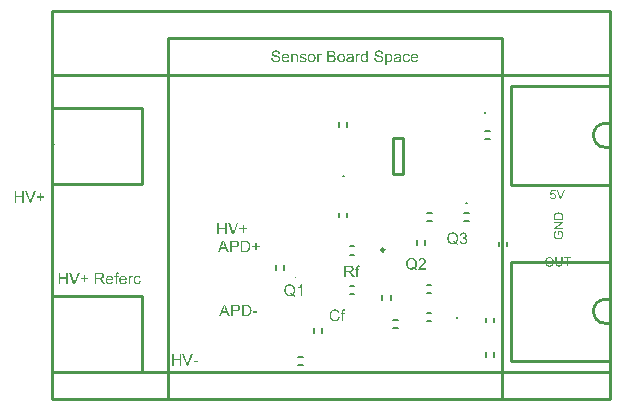
<source format=gto>
%FSLAX44Y44*%
%MOMM*%
G71*
G01*
G75*
%ADD10R,0.5000X0.6000*%
%ADD11R,0.7000X0.9000*%
%ADD12R,1.0500X0.6000*%
%ADD13R,0.3000X0.5000*%
%ADD14R,0.5000X0.3000*%
%ADD15R,0.9000X0.7000*%
%ADD16R,0.6000X0.5000*%
%ADD17R,0.4500X0.3500*%
%ADD18R,0.6000X0.8000*%
%ADD19R,0.9000X0.8000*%
%ADD20C,0.5000*%
%ADD21C,0.2000*%
%ADD22C,0.3000*%
%ADD23C,0.1500*%
%ADD24C,0.2500*%
G04:AMPARAMS|DCode=25|XSize=1.7mm|YSize=1.7mm|CornerRadius=0.425mm|HoleSize=0mm|Usage=FLASHONLY|Rotation=270.000|XOffset=0mm|YOffset=0mm|HoleType=Round|Shape=RoundedRectangle|*
%AMROUNDEDRECTD25*
21,1,1.7000,0.8500,0,0,270.0*
21,1,0.8500,1.7000,0,0,270.0*
1,1,0.8500,-0.4250,-0.4250*
1,1,0.8500,-0.4250,0.4250*
1,1,0.8500,0.4250,0.4250*
1,1,0.8500,0.4250,-0.4250*
%
%ADD25ROUNDEDRECTD25*%
G04:AMPARAMS|DCode=26|XSize=2.6mm|YSize=2.6mm|CornerRadius=0.65mm|HoleSize=0mm|Usage=FLASHONLY|Rotation=270.000|XOffset=0mm|YOffset=0mm|HoleType=Round|Shape=RoundedRectangle|*
%AMROUNDEDRECTD26*
21,1,2.6000,1.3000,0,0,270.0*
21,1,1.3000,2.6000,0,0,270.0*
1,1,1.3000,-0.6500,-0.6500*
1,1,1.3000,-0.6500,0.6500*
1,1,1.3000,0.6500,0.6500*
1,1,1.3000,0.6500,-0.6500*
%
%ADD26ROUNDEDRECTD26*%
%ADD27C,2.6000*%
%ADD28C,2.5000*%
%ADD29C,0.4000*%
%ADD30C,0.5000*%
%ADD31C,0.1000*%
%ADD32C,0.2540*%
G36*
X68104Y104223D02*
X68263Y104194D01*
X68452Y104136D01*
X68655Y104078D01*
X68887Y103976D01*
X69119Y103846D01*
X68684Y102744D01*
X68669Y102758D01*
X68611Y102787D01*
X68524Y102830D01*
X68408Y102874D01*
X68278Y102917D01*
X68133Y102961D01*
X67973Y102990D01*
X67814Y103005D01*
X67741D01*
X67669Y102990D01*
X67582Y102976D01*
X67466Y102947D01*
X67350Y102903D01*
X67219Y102845D01*
X67103Y102758D01*
X67088Y102744D01*
X67059Y102715D01*
X67001Y102656D01*
X66929Y102584D01*
X66856Y102497D01*
X66798Y102381D01*
X66726Y102250D01*
X66668Y102105D01*
X66653Y102076D01*
X66639Y101989D01*
X66610Y101859D01*
X66581Y101685D01*
X66537Y101482D01*
X66508Y101250D01*
X66494Y100974D01*
X66479Y100698D01*
Y97000D01*
X65276D01*
Y104078D01*
X66363D01*
Y103019D01*
X66378Y103034D01*
X66436Y103121D01*
X66508Y103251D01*
X66610Y103411D01*
X66726Y103570D01*
X66856Y103744D01*
X66987Y103889D01*
X67117Y103991D01*
X67132Y104005D01*
X67175Y104034D01*
X67248Y104063D01*
X67350Y104121D01*
X67466Y104165D01*
X67596Y104194D01*
X67727Y104223D01*
X67886Y104237D01*
X67988D01*
X68104Y104223D01*
D02*
G37*
G36*
X13643Y97000D02*
X12353D01*
Y101598D01*
X7291D01*
Y97000D01*
X6000D01*
Y106761D01*
X7291D01*
Y102744D01*
X12353D01*
Y106761D01*
X13643D01*
Y97000D01*
D02*
G37*
G36*
X-17091Y166000D02*
X-18440D01*
X-22211Y175761D01*
X-20804D01*
X-18266Y168654D01*
Y168640D01*
X-18251Y168611D01*
X-18237Y168567D01*
X-18208Y168509D01*
X-18164Y168350D01*
X-18092Y168132D01*
X-18005Y167886D01*
X-17918Y167624D01*
X-17758Y167059D01*
Y167073D01*
X-17744Y167102D01*
X-17729Y167131D01*
X-17715Y167189D01*
X-17671Y167349D01*
X-17599Y167552D01*
X-17526Y167799D01*
X-17439Y168074D01*
X-17338Y168364D01*
X-17236Y168654D01*
X-14582Y175761D01*
X-13277D01*
X-17091Y166000D01*
D02*
G37*
G36*
X56487Y106906D02*
X56646Y106891D01*
X56835Y106862D01*
X57052Y106833D01*
X57270Y106790D01*
X57096Y105746D01*
X57081D01*
X57038Y105760D01*
X56965Y105775D01*
X56863Y105789D01*
X56762D01*
X56631Y105804D01*
X56385Y105818D01*
X56298D01*
X56196Y105804D01*
X56080Y105789D01*
X55950Y105760D01*
X55819Y105717D01*
X55703Y105659D01*
X55602Y105586D01*
X55587Y105572D01*
X55573Y105543D01*
X55529Y105485D01*
X55500Y105398D01*
X55457Y105267D01*
X55413Y105122D01*
X55399Y104934D01*
X55384Y104716D01*
Y104078D01*
X56762D01*
Y103150D01*
X55399D01*
Y97000D01*
X54195D01*
Y103150D01*
X53136D01*
Y104078D01*
X54195D01*
Y104817D01*
Y104832D01*
Y104846D01*
Y104934D01*
X54209Y105064D01*
Y105224D01*
X54224Y105383D01*
X54253Y105572D01*
X54282Y105731D01*
X54325Y105876D01*
X54340Y105891D01*
X54355Y105949D01*
X54398Y106036D01*
X54471Y106152D01*
X54557Y106268D01*
X54659Y106384D01*
X54790Y106514D01*
X54935Y106630D01*
X54949Y106645D01*
X55022Y106674D01*
X55109Y106717D01*
X55254Y106775D01*
X55428Y106833D01*
X55631Y106877D01*
X55877Y106906D01*
X56153Y106920D01*
X56341D01*
X56487Y106906D01*
D02*
G37*
G36*
X19909Y97000D02*
X18560D01*
X14789Y106761D01*
X16196D01*
X18734Y99654D01*
Y99640D01*
X18749Y99611D01*
X18763Y99567D01*
X18792Y99509D01*
X18836Y99350D01*
X18908Y99132D01*
X18995Y98886D01*
X19082Y98624D01*
X19242Y98059D01*
Y98073D01*
X19256Y98102D01*
X19271Y98131D01*
X19285Y98189D01*
X19329Y98349D01*
X19401Y98552D01*
X19474Y98799D01*
X19561Y99074D01*
X19662Y99364D01*
X19764Y99654D01*
X22418Y106761D01*
X23723D01*
X19909Y97000D01*
D02*
G37*
G36*
X41301Y106746D02*
X41432D01*
X41722Y106732D01*
X42041Y106688D01*
X42360Y106645D01*
X42679Y106572D01*
X42824Y106529D01*
X42955Y106485D01*
X42969D01*
X42984Y106471D01*
X43071Y106442D01*
X43187Y106369D01*
X43346Y106268D01*
X43520Y106137D01*
X43709Y105978D01*
X43883Y105789D01*
X44043Y105557D01*
X44057Y105528D01*
X44115Y105441D01*
X44173Y105311D01*
X44260Y105122D01*
X44333Y104904D01*
X44405Y104658D01*
X44449Y104382D01*
X44463Y104092D01*
Y104078D01*
Y104049D01*
Y103991D01*
X44449Y103918D01*
Y103831D01*
X44434Y103730D01*
X44376Y103483D01*
X44304Y103208D01*
X44173Y102917D01*
X44014Y102613D01*
X43898Y102468D01*
X43781Y102337D01*
X43767Y102323D01*
X43752Y102308D01*
X43709Y102265D01*
X43651Y102221D01*
X43578Y102163D01*
X43491Y102105D01*
X43390Y102033D01*
X43274Y101960D01*
X43129Y101888D01*
X42984Y101801D01*
X42810Y101728D01*
X42621Y101656D01*
X42418Y101598D01*
X42201Y101525D01*
X41968Y101482D01*
X41708Y101438D01*
X41736Y101424D01*
X41795Y101395D01*
X41881Y101351D01*
X41998Y101279D01*
X42259Y101134D01*
X42375Y101032D01*
X42491Y100945D01*
X42520Y100916D01*
X42592Y100858D01*
X42694Y100742D01*
X42839Y100583D01*
X42998Y100394D01*
X43172Y100176D01*
X43361Y99930D01*
X43549Y99654D01*
X45246Y97000D01*
X43636D01*
X42346Y99016D01*
Y99031D01*
X42317Y99060D01*
X42288Y99103D01*
X42244Y99161D01*
X42143Y99321D01*
X42012Y99524D01*
X41867Y99741D01*
X41708Y99959D01*
X41548Y100176D01*
X41403Y100365D01*
X41388Y100379D01*
X41345Y100437D01*
X41272Y100525D01*
X41185Y100626D01*
X40982Y100843D01*
X40866Y100931D01*
X40750Y101018D01*
X40736Y101032D01*
X40707Y101047D01*
X40649Y101076D01*
X40562Y101119D01*
X40373Y101206D01*
X40156Y101279D01*
X40141D01*
X40112Y101293D01*
X40054D01*
X39982Y101308D01*
X39880Y101322D01*
X39764D01*
X39619Y101337D01*
X37951D01*
Y97000D01*
X36660D01*
Y106761D01*
X41200D01*
X41301Y106746D01*
D02*
G37*
G36*
X72875Y104223D02*
X72977D01*
X73093Y104208D01*
X73354Y104165D01*
X73644Y104092D01*
X73963Y103991D01*
X74268Y103846D01*
X74558Y103643D01*
X74572D01*
X74587Y103614D01*
X74674Y103541D01*
X74804Y103396D01*
X74949Y103222D01*
X75109Y102990D01*
X75268Y102700D01*
X75399Y102366D01*
X75500Y101989D01*
X74340Y101815D01*
Y101830D01*
X74326Y101844D01*
X74311Y101931D01*
X74268Y102062D01*
X74195Y102221D01*
X74123Y102395D01*
X74021Y102569D01*
X73891Y102744D01*
X73745Y102888D01*
X73731Y102903D01*
X73673Y102947D01*
X73586Y103005D01*
X73455Y103077D01*
X73310Y103135D01*
X73136Y103193D01*
X72948Y103237D01*
X72730Y103251D01*
X72643D01*
X72585Y103237D01*
X72411Y103222D01*
X72208Y103164D01*
X71976Y103092D01*
X71729Y102976D01*
X71498Y102816D01*
X71381Y102715D01*
X71265Y102598D01*
X71236Y102569D01*
X71222Y102526D01*
X71178Y102468D01*
X71135Y102410D01*
X71091Y102323D01*
X71048Y102221D01*
X70990Y102091D01*
X70932Y101960D01*
X70888Y101815D01*
X70845Y101641D01*
X70801Y101453D01*
X70772Y101250D01*
X70743Y101032D01*
X70714Y100800D01*
Y100539D01*
Y100525D01*
Y100481D01*
Y100408D01*
X70729Y100307D01*
Y100191D01*
X70743Y100060D01*
X70787Y99741D01*
X70845Y99408D01*
X70946Y99060D01*
X71077Y98741D01*
X71164Y98596D01*
X71251Y98465D01*
X71280Y98436D01*
X71352Y98364D01*
X71469Y98262D01*
X71628Y98146D01*
X71831Y98030D01*
X72078Y97928D01*
X72353Y97856D01*
X72513Y97841D01*
X72672Y97827D01*
X72788D01*
X72919Y97856D01*
X73078Y97885D01*
X73267Y97928D01*
X73455Y98001D01*
X73644Y98102D01*
X73833Y98247D01*
X73847Y98262D01*
X73905Y98334D01*
X73992Y98436D01*
X74094Y98581D01*
X74195Y98770D01*
X74297Y99002D01*
X74384Y99277D01*
X74442Y99596D01*
X75616Y99437D01*
Y99422D01*
X75602Y99379D01*
X75587Y99321D01*
X75573Y99234D01*
X75544Y99132D01*
X75515Y99016D01*
X75413Y98741D01*
X75283Y98436D01*
X75109Y98117D01*
X74891Y97798D01*
X74616Y97522D01*
X74601D01*
X74587Y97493D01*
X74543Y97464D01*
X74471Y97421D01*
X74398Y97363D01*
X74311Y97305D01*
X74195Y97247D01*
X74079Y97189D01*
X73804Y97058D01*
X73470Y96942D01*
X73093Y96870D01*
X72890Y96855D01*
X72672Y96841D01*
X72527D01*
X72440Y96855D01*
X72310Y96870D01*
X72165Y96884D01*
X72020Y96913D01*
X71846Y96957D01*
X71469Y97073D01*
X71280Y97145D01*
X71091Y97232D01*
X70888Y97348D01*
X70700Y97479D01*
X70526Y97624D01*
X70352Y97783D01*
X70337Y97798D01*
X70308Y97827D01*
X70265Y97885D01*
X70221Y97957D01*
X70149Y98059D01*
X70076Y98175D01*
X70004Y98320D01*
X69917Y98479D01*
X69830Y98653D01*
X69757Y98857D01*
X69685Y99089D01*
X69612Y99335D01*
X69569Y99596D01*
X69525Y99886D01*
X69496Y100191D01*
X69482Y100510D01*
Y100525D01*
Y100568D01*
Y100626D01*
Y100698D01*
X69496Y100800D01*
Y100916D01*
X69525Y101192D01*
X69569Y101496D01*
X69641Y101844D01*
X69728Y102178D01*
X69859Y102511D01*
Y102526D01*
X69873Y102555D01*
X69902Y102598D01*
X69931Y102656D01*
X70018Y102802D01*
X70149Y102990D01*
X70308Y103208D01*
X70497Y103411D01*
X70729Y103628D01*
X71004Y103802D01*
X71019D01*
X71033Y103817D01*
X71077Y103846D01*
X71135Y103875D01*
X71294Y103947D01*
X71498Y104020D01*
X71758Y104107D01*
X72034Y104165D01*
X72353Y104223D01*
X72687Y104237D01*
X72803D01*
X72875Y104223D01*
D02*
G37*
G36*
X28364Y102381D02*
X31019D01*
Y101264D01*
X28364D01*
Y98581D01*
X27233D01*
Y101264D01*
X24579D01*
Y102381D01*
X27233D01*
Y105035D01*
X28364D01*
Y102381D01*
D02*
G37*
G36*
X-8636Y171381D02*
X-5982D01*
Y170264D01*
X-8636D01*
Y167581D01*
X-9767D01*
Y170264D01*
X-12421D01*
Y171381D01*
X-9767D01*
Y174035D01*
X-8636D01*
Y171381D01*
D02*
G37*
G36*
X156388Y79746D02*
X156620Y79732D01*
X156866Y79717D01*
X157113Y79688D01*
X157316Y79659D01*
X157345D01*
X157432Y79630D01*
X157577Y79601D01*
X157736Y79558D01*
X157925Y79500D01*
X158128Y79427D01*
X158331Y79326D01*
X158519Y79210D01*
X158548Y79195D01*
X158607Y79152D01*
X158694Y79079D01*
X158810Y78963D01*
X158926Y78833D01*
X159056Y78673D01*
X159187Y78485D01*
X159303Y78267D01*
X159317Y78238D01*
X159346Y78166D01*
X159404Y78035D01*
X159462Y77875D01*
X159506Y77672D01*
X159564Y77455D01*
X159593Y77194D01*
X159607Y76933D01*
Y76918D01*
Y76875D01*
Y76817D01*
X159593Y76730D01*
X159578Y76614D01*
X159564Y76498D01*
X159535Y76353D01*
X159506Y76208D01*
X159419Y75874D01*
X159274Y75526D01*
X159187Y75337D01*
X159071Y75163D01*
X158955Y74989D01*
X158810Y74830D01*
X158795Y74815D01*
X158766Y74786D01*
X158722Y74757D01*
X158650Y74699D01*
X158563Y74627D01*
X158447Y74554D01*
X158316Y74482D01*
X158157Y74409D01*
X157968Y74322D01*
X157765Y74250D01*
X157533Y74177D01*
X157272Y74105D01*
X156982Y74047D01*
X156663Y74018D01*
X156329Y73989D01*
X155952Y73974D01*
X153458D01*
Y70000D01*
X152167D01*
Y79761D01*
X156170D01*
X156388Y79746D01*
D02*
G37*
G36*
X151108Y70000D02*
X149643D01*
X148512Y72959D01*
X144422D01*
X143363Y70000D01*
X142000D01*
X145713Y79761D01*
X147134D01*
X151108Y70000D01*
D02*
G37*
G36*
X174169Y72930D02*
X170470D01*
Y74134D01*
X174169D01*
Y72930D01*
D02*
G37*
G36*
X165264Y79746D02*
X165539Y79732D01*
X165829Y79703D01*
X166105Y79659D01*
X166351Y79616D01*
X166366D01*
X166395Y79601D01*
X166438D01*
X166496Y79572D01*
X166656Y79529D01*
X166844Y79456D01*
X167076Y79369D01*
X167309Y79239D01*
X167555Y79094D01*
X167787Y78920D01*
X167802D01*
X167816Y78891D01*
X167860Y78847D01*
X167918Y78804D01*
X168048Y78659D01*
X168222Y78470D01*
X168411Y78224D01*
X168599Y77948D01*
X168773Y77614D01*
X168933Y77252D01*
Y77237D01*
X168947Y77208D01*
X168976Y77150D01*
X168991Y77078D01*
X169020Y76976D01*
X169063Y76860D01*
X169093Y76730D01*
X169136Y76585D01*
X169165Y76411D01*
X169194Y76237D01*
X169266Y75845D01*
X169310Y75410D01*
X169324Y74931D01*
Y74917D01*
Y74888D01*
Y74830D01*
Y74743D01*
X169310Y74641D01*
Y74540D01*
X169296Y74264D01*
X169266Y73960D01*
X169209Y73626D01*
X169151Y73292D01*
X169063Y72959D01*
Y72944D01*
X169049Y72915D01*
X169035Y72872D01*
X169020Y72814D01*
X168962Y72654D01*
X168889Y72466D01*
X168788Y72234D01*
X168672Y72002D01*
X168541Y71755D01*
X168396Y71537D01*
X168382Y71508D01*
X168324Y71451D01*
X168237Y71335D01*
X168135Y71218D01*
X168005Y71073D01*
X167845Y70914D01*
X167671Y70769D01*
X167497Y70638D01*
X167483Y70624D01*
X167410Y70580D01*
X167309Y70522D01*
X167178Y70464D01*
X167004Y70377D01*
X166801Y70305D01*
X166583Y70232D01*
X166337Y70160D01*
X166308D01*
X166264Y70145D01*
X166221Y70131D01*
X166076Y70116D01*
X165887Y70087D01*
X165655Y70058D01*
X165394Y70029D01*
X165089Y70015D01*
X164771Y70000D01*
X161261D01*
Y79761D01*
X165002D01*
X165264Y79746D01*
D02*
G37*
G36*
X115909Y28000D02*
X114560D01*
X110789Y37761D01*
X112196D01*
X114734Y30654D01*
Y30640D01*
X114749Y30611D01*
X114763Y30567D01*
X114792Y30509D01*
X114836Y30350D01*
X114908Y30132D01*
X114995Y29886D01*
X115082Y29625D01*
X115242Y29059D01*
Y29074D01*
X115256Y29103D01*
X115271Y29132D01*
X115285Y29190D01*
X115329Y29349D01*
X115401Y29552D01*
X115474Y29799D01*
X115561Y30074D01*
X115662Y30364D01*
X115764Y30654D01*
X118418Y37761D01*
X119723D01*
X115909Y28000D01*
D02*
G37*
G36*
X-23357Y166000D02*
X-24647D01*
Y170598D01*
X-29709D01*
Y166000D01*
X-31000D01*
Y175761D01*
X-29709D01*
Y171744D01*
X-24647D01*
Y175761D01*
X-23357D01*
Y166000D01*
D02*
G37*
G36*
X109644Y28000D02*
X108353D01*
Y32598D01*
X103291D01*
Y28000D01*
X102000D01*
Y37761D01*
X103291D01*
Y33744D01*
X108353D01*
Y37761D01*
X109644D01*
Y28000D01*
D02*
G37*
G36*
X123958Y30930D02*
X120260D01*
Y32134D01*
X123958D01*
Y30930D01*
D02*
G37*
G36*
X60823Y104223D02*
X60953Y104208D01*
X61084Y104179D01*
X61244Y104150D01*
X61418Y104121D01*
X61780Y104005D01*
X61969Y103918D01*
X62172Y103831D01*
X62360Y103715D01*
X62549Y103585D01*
X62737Y103440D01*
X62912Y103266D01*
X62926Y103251D01*
X62955Y103222D01*
X62998Y103164D01*
X63057Y103092D01*
X63129Y102990D01*
X63201Y102874D01*
X63288Y102729D01*
X63376Y102569D01*
X63448Y102381D01*
X63535Y102178D01*
X63608Y101960D01*
X63680Y101714D01*
X63738Y101453D01*
X63782Y101177D01*
X63811Y100872D01*
X63825Y100554D01*
Y100539D01*
Y100466D01*
Y100365D01*
X63811Y100234D01*
X58531D01*
Y100220D01*
Y100176D01*
X58546Y100118D01*
Y100046D01*
X58560Y99944D01*
X58575Y99828D01*
X58633Y99567D01*
X58720Y99277D01*
X58836Y98987D01*
X58981Y98697D01*
X59184Y98436D01*
X59213Y98407D01*
X59286Y98334D01*
X59416Y98247D01*
X59590Y98131D01*
X59808Y98015D01*
X60054Y97928D01*
X60344Y97856D01*
X60663Y97827D01*
X60780D01*
X60896Y97841D01*
X61055Y97870D01*
X61229Y97914D01*
X61418Y97972D01*
X61606Y98044D01*
X61795Y98160D01*
X61809Y98175D01*
X61867Y98233D01*
X61954Y98305D01*
X62070Y98436D01*
X62186Y98581D01*
X62317Y98784D01*
X62433Y99016D01*
X62549Y99277D01*
X63782Y99118D01*
Y99103D01*
X63767Y99074D01*
X63753Y99016D01*
X63724Y98944D01*
X63695Y98842D01*
X63651Y98741D01*
X63535Y98494D01*
X63390Y98233D01*
X63201Y97943D01*
X62969Y97682D01*
X62694Y97435D01*
X62679D01*
X62665Y97406D01*
X62607Y97377D01*
X62549Y97348D01*
X62476Y97305D01*
X62375Y97247D01*
X62273Y97189D01*
X62143Y97145D01*
X61853Y97029D01*
X61505Y96928D01*
X61098Y96870D01*
X60663Y96841D01*
X60518D01*
X60402Y96855D01*
X60272Y96870D01*
X60127Y96884D01*
X59953Y96913D01*
X59779Y96957D01*
X59387Y97073D01*
X59170Y97145D01*
X58966Y97232D01*
X58763Y97348D01*
X58560Y97479D01*
X58372Y97624D01*
X58198Y97783D01*
X58183Y97798D01*
X58154Y97827D01*
X58111Y97885D01*
X58053Y97957D01*
X57995Y98059D01*
X57908Y98175D01*
X57835Y98320D01*
X57748Y98479D01*
X57661Y98653D01*
X57589Y98857D01*
X57502Y99074D01*
X57444Y99321D01*
X57386Y99582D01*
X57342Y99857D01*
X57313Y100147D01*
X57299Y100466D01*
Y100481D01*
Y100539D01*
Y100640D01*
X57313Y100757D01*
X57328Y100916D01*
X57342Y101090D01*
X57371Y101279D01*
X57415Y101496D01*
X57516Y101931D01*
X57603Y102163D01*
X57690Y102395D01*
X57792Y102627D01*
X57908Y102845D01*
X58053Y103063D01*
X58212Y103251D01*
X58227Y103266D01*
X58256Y103295D01*
X58314Y103338D01*
X58372Y103411D01*
X58473Y103483D01*
X58575Y103570D01*
X58706Y103657D01*
X58850Y103744D01*
X59010Y103831D01*
X59199Y103933D01*
X59387Y104005D01*
X59605Y104078D01*
X59822Y104150D01*
X60069Y104194D01*
X60330Y104223D01*
X60591Y104237D01*
X60721D01*
X60823Y104223D01*
D02*
G37*
G36*
X253252Y292223D02*
X253455Y292208D01*
X253702Y292179D01*
X253948Y292150D01*
X254181Y292092D01*
X254413Y292020D01*
X254442Y292005D01*
X254500Y291976D01*
X254601Y291933D01*
X254732Y291875D01*
X254862Y291788D01*
X255007Y291701D01*
X255123Y291599D01*
X255239Y291483D01*
X255254Y291469D01*
X255283Y291425D01*
X255326Y291353D01*
X255384Y291266D01*
X255457Y291150D01*
X255515Y291005D01*
X255573Y290845D01*
X255616Y290671D01*
Y290657D01*
X255631Y290613D01*
X255645Y290526D01*
X255660Y290424D01*
Y290265D01*
X255674Y290076D01*
X255689Y289844D01*
Y289569D01*
Y287959D01*
Y287944D01*
Y287886D01*
Y287799D01*
Y287698D01*
Y287553D01*
Y287408D01*
X255704Y287074D01*
Y286712D01*
X255718Y286364D01*
X255732Y286204D01*
Y286059D01*
X255747Y285943D01*
X255762Y285841D01*
Y285827D01*
X255776Y285769D01*
X255791Y285682D01*
X255819Y285580D01*
X255863Y285450D01*
X255921Y285305D01*
X256052Y285000D01*
X254804D01*
X254790Y285015D01*
X254775Y285073D01*
X254746Y285145D01*
X254703Y285247D01*
X254659Y285377D01*
X254630Y285537D01*
X254601Y285696D01*
X254572Y285885D01*
X254543Y285856D01*
X254456Y285798D01*
X254326Y285696D01*
X254166Y285566D01*
X253963Y285435D01*
X253745Y285305D01*
X253513Y285174D01*
X253281Y285073D01*
X253252Y285058D01*
X253180Y285044D01*
X253049Y285000D01*
X252890Y284957D01*
X252687Y284913D01*
X252469Y284884D01*
X252223Y284855D01*
X251962Y284841D01*
X251845D01*
X251773Y284855D01*
X251672D01*
X251556Y284870D01*
X251294Y284913D01*
X251004Y284986D01*
X250714Y285073D01*
X250424Y285218D01*
X250163Y285406D01*
X250134Y285435D01*
X250062Y285508D01*
X249960Y285638D01*
X249859Y285798D01*
X249743Y286015D01*
X249641Y286262D01*
X249569Y286537D01*
X249554Y286697D01*
X249540Y286857D01*
Y286886D01*
Y286944D01*
X249554Y287045D01*
X249569Y287176D01*
X249597Y287321D01*
X249641Y287480D01*
X249699Y287654D01*
X249772Y287814D01*
X249786Y287828D01*
X249815Y287886D01*
X249859Y287959D01*
X249931Y288060D01*
X250018Y288176D01*
X250134Y288292D01*
X250250Y288394D01*
X250381Y288496D01*
X250395Y288510D01*
X250453Y288539D01*
X250526Y288582D01*
X250642Y288640D01*
X250772Y288713D01*
X250917Y288771D01*
X251077Y288843D01*
X251251Y288902D01*
X251265D01*
X251323Y288916D01*
X251410Y288931D01*
X251527Y288960D01*
X251672Y288989D01*
X251860Y289018D01*
X252078Y289047D01*
X252324Y289076D01*
X252339D01*
X252382Y289090D01*
X252469D01*
X252571Y289105D01*
X252687Y289119D01*
X252817Y289148D01*
X252977Y289163D01*
X253136Y289192D01*
X253499Y289250D01*
X253847Y289322D01*
X254181Y289409D01*
X254340Y289453D01*
X254471Y289496D01*
Y289511D01*
Y289540D01*
X254485Y289627D01*
Y289728D01*
Y289772D01*
Y289801D01*
Y289815D01*
Y289830D01*
Y289917D01*
X254471Y290047D01*
X254442Y290207D01*
X254398Y290381D01*
X254340Y290555D01*
X254253Y290700D01*
X254137Y290830D01*
X254123Y290845D01*
X254050Y290903D01*
X253948Y290961D01*
X253789Y291048D01*
X253601Y291121D01*
X253354Y291193D01*
X253078Y291237D01*
X252759Y291251D01*
X252629D01*
X252469Y291237D01*
X252295Y291208D01*
X252092Y291179D01*
X251875Y291121D01*
X251686Y291048D01*
X251512Y290947D01*
X251497Y290932D01*
X251439Y290889D01*
X251367Y290816D01*
X251280Y290714D01*
X251193Y290569D01*
X251091Y290381D01*
X251004Y290163D01*
X250917Y289902D01*
X249743Y290062D01*
Y290076D01*
X249757Y290091D01*
X249772Y290192D01*
X249815Y290323D01*
X249873Y290497D01*
X249946Y290686D01*
X250033Y290889D01*
X250134Y291077D01*
X250265Y291266D01*
X250279Y291280D01*
X250337Y291338D01*
X250410Y291425D01*
X250540Y291527D01*
X250685Y291643D01*
X250859Y291759D01*
X251077Y291875D01*
X251323Y291976D01*
X251338D01*
X251352Y291991D01*
X251396Y292005D01*
X251454Y292020D01*
X251599Y292063D01*
X251787Y292107D01*
X252020Y292150D01*
X252295Y292194D01*
X252600Y292223D01*
X252933Y292237D01*
X253078D01*
X253252Y292223D01*
D02*
G37*
G36*
X237299Y294746D02*
X237415D01*
X237661Y294717D01*
X237951Y294688D01*
X238241Y294630D01*
X238546Y294558D01*
X238807Y294456D01*
X238822D01*
X238836Y294442D01*
X238923Y294398D01*
X239039Y294326D01*
X239199Y294239D01*
X239373Y294108D01*
X239547Y293949D01*
X239706Y293760D01*
X239866Y293543D01*
X239880Y293514D01*
X239924Y293441D01*
X239996Y293311D01*
X240069Y293151D01*
X240127Y292962D01*
X240199Y292745D01*
X240243Y292498D01*
X240257Y292252D01*
Y292223D01*
Y292150D01*
X240243Y292020D01*
X240214Y291875D01*
X240170Y291686D01*
X240112Y291498D01*
X240025Y291280D01*
X239909Y291077D01*
X239895Y291048D01*
X239851Y290990D01*
X239764Y290889D01*
X239663Y290758D01*
X239518Y290613D01*
X239329Y290468D01*
X239126Y290323D01*
X238880Y290192D01*
X238894D01*
X238923Y290178D01*
X238967Y290163D01*
X239025Y290149D01*
X239184Y290076D01*
X239387Y289989D01*
X239605Y289859D01*
X239822Y289699D01*
X240054Y289511D01*
X240243Y289293D01*
X240257Y289264D01*
X240315Y289177D01*
X240402Y289047D01*
X240489Y288873D01*
X240576Y288655D01*
X240663Y288408D01*
X240721Y288133D01*
X240736Y287828D01*
Y287814D01*
Y287799D01*
Y287712D01*
X240721Y287582D01*
X240707Y287408D01*
X240663Y287205D01*
X240620Y286987D01*
X240547Y286770D01*
X240446Y286537D01*
X240431Y286509D01*
X240388Y286436D01*
X240330Y286334D01*
X240243Y286204D01*
X240141Y286059D01*
X240025Y285914D01*
X239880Y285769D01*
X239721Y285638D01*
X239706Y285624D01*
X239648Y285580D01*
X239547Y285522D01*
X239431Y285464D01*
X239271Y285377D01*
X239097Y285305D01*
X238880Y285232D01*
X238647Y285160D01*
X238618D01*
X238531Y285131D01*
X238401Y285116D01*
X238212Y285087D01*
X237980Y285058D01*
X237719Y285029D01*
X237415Y285015D01*
X237081Y285000D01*
X233368D01*
Y294761D01*
X237212D01*
X237299Y294746D01*
D02*
G37*
G36*
X300751Y292223D02*
X300853D01*
X300969Y292208D01*
X301230Y292165D01*
X301520Y292092D01*
X301839Y291991D01*
X302143Y291846D01*
X302433Y291643D01*
X302448D01*
X302462Y291614D01*
X302549Y291541D01*
X302680Y291396D01*
X302825Y291222D01*
X302985Y290990D01*
X303144Y290700D01*
X303275Y290366D01*
X303376Y289989D01*
X302216Y289815D01*
Y289830D01*
X302201Y289844D01*
X302187Y289931D01*
X302143Y290062D01*
X302071Y290221D01*
X301998Y290395D01*
X301897Y290569D01*
X301766Y290744D01*
X301621Y290889D01*
X301607Y290903D01*
X301549Y290947D01*
X301462Y291005D01*
X301331Y291077D01*
X301186Y291135D01*
X301012Y291193D01*
X300823Y291237D01*
X300606Y291251D01*
X300519D01*
X300461Y291237D01*
X300287Y291222D01*
X300084Y291164D01*
X299852Y291092D01*
X299605Y290975D01*
X299373Y290816D01*
X299257Y290714D01*
X299141Y290599D01*
X299112Y290569D01*
X299098Y290526D01*
X299054Y290468D01*
X299011Y290410D01*
X298967Y290323D01*
X298924Y290221D01*
X298866Y290091D01*
X298808Y289960D01*
X298764Y289815D01*
X298720Y289641D01*
X298677Y289453D01*
X298648Y289250D01*
X298619Y289032D01*
X298590Y288800D01*
Y288539D01*
Y288524D01*
Y288481D01*
Y288408D01*
X298605Y288307D01*
Y288191D01*
X298619Y288060D01*
X298662Y287741D01*
X298720Y287408D01*
X298822Y287060D01*
X298953Y286740D01*
X299040Y286595D01*
X299127Y286465D01*
X299156Y286436D01*
X299228Y286364D01*
X299344Y286262D01*
X299504Y286146D01*
X299707Y286030D01*
X299953Y285928D01*
X300229Y285856D01*
X300388Y285841D01*
X300548Y285827D01*
X300664D01*
X300795Y285856D01*
X300954Y285885D01*
X301143Y285928D01*
X301331Y286001D01*
X301520Y286102D01*
X301708Y286247D01*
X301723Y286262D01*
X301781Y286334D01*
X301868Y286436D01*
X301969Y286581D01*
X302071Y286770D01*
X302172Y287002D01*
X302259Y287277D01*
X302317Y287596D01*
X303492Y287437D01*
Y287422D01*
X303478Y287379D01*
X303463Y287321D01*
X303449Y287234D01*
X303420Y287132D01*
X303391Y287016D01*
X303289Y286740D01*
X303159Y286436D01*
X302985Y286117D01*
X302767Y285798D01*
X302491Y285522D01*
X302477D01*
X302462Y285493D01*
X302419Y285464D01*
X302346Y285421D01*
X302274Y285363D01*
X302187Y285305D01*
X302071Y285247D01*
X301955Y285189D01*
X301679Y285058D01*
X301346Y284942D01*
X300969Y284870D01*
X300765Y284855D01*
X300548Y284841D01*
X300403D01*
X300316Y284855D01*
X300185Y284870D01*
X300040Y284884D01*
X299895Y284913D01*
X299721Y284957D01*
X299344Y285073D01*
X299156Y285145D01*
X298967Y285232D01*
X298764Y285348D01*
X298575Y285479D01*
X298402Y285624D01*
X298227Y285783D01*
X298213Y285798D01*
X298184Y285827D01*
X298140Y285885D01*
X298097Y285957D01*
X298024Y286059D01*
X297952Y286175D01*
X297879Y286320D01*
X297792Y286479D01*
X297705Y286653D01*
X297633Y286857D01*
X297560Y287089D01*
X297488Y287335D01*
X297444Y287596D01*
X297401Y287886D01*
X297372Y288191D01*
X297357Y288510D01*
Y288524D01*
Y288568D01*
Y288626D01*
Y288699D01*
X297372Y288800D01*
Y288916D01*
X297401Y289192D01*
X297444Y289496D01*
X297517Y289844D01*
X297604Y290178D01*
X297734Y290511D01*
Y290526D01*
X297749Y290555D01*
X297778Y290599D01*
X297807Y290657D01*
X297894Y290802D01*
X298024Y290990D01*
X298184Y291208D01*
X298372Y291411D01*
X298605Y291628D01*
X298880Y291802D01*
X298895D01*
X298909Y291817D01*
X298953Y291846D01*
X299011Y291875D01*
X299170Y291947D01*
X299373Y292020D01*
X299634Y292107D01*
X299910Y292165D01*
X300229Y292223D01*
X300562Y292237D01*
X300679D01*
X300751Y292223D01*
D02*
G37*
G36*
X293427D02*
X293630Y292208D01*
X293876Y292179D01*
X294123Y292150D01*
X294355Y292092D01*
X294587Y292020D01*
X294616Y292005D01*
X294674Y291976D01*
X294776Y291933D01*
X294906Y291875D01*
X295037Y291788D01*
X295182Y291701D01*
X295298Y291599D01*
X295414Y291483D01*
X295428Y291469D01*
X295457Y291425D01*
X295501Y291353D01*
X295559Y291266D01*
X295631Y291150D01*
X295689Y291005D01*
X295747Y290845D01*
X295791Y290671D01*
Y290657D01*
X295805Y290613D01*
X295820Y290526D01*
X295834Y290424D01*
Y290265D01*
X295849Y290076D01*
X295863Y289844D01*
Y289569D01*
Y287959D01*
Y287944D01*
Y287886D01*
Y287799D01*
Y287698D01*
Y287553D01*
Y287408D01*
X295878Y287074D01*
Y286712D01*
X295892Y286364D01*
X295907Y286204D01*
Y286059D01*
X295921Y285943D01*
X295936Y285841D01*
Y285827D01*
X295950Y285769D01*
X295965Y285682D01*
X295994Y285580D01*
X296037Y285450D01*
X296095Y285305D01*
X296226Y285000D01*
X294979D01*
X294964Y285015D01*
X294950Y285073D01*
X294921Y285145D01*
X294877Y285247D01*
X294834Y285377D01*
X294805Y285537D01*
X294776Y285696D01*
X294747Y285885D01*
X294718Y285856D01*
X294631Y285798D01*
X294500Y285696D01*
X294340Y285566D01*
X294137Y285435D01*
X293920Y285305D01*
X293688Y285174D01*
X293456Y285073D01*
X293427Y285058D01*
X293354Y285044D01*
X293224Y285000D01*
X293064Y284957D01*
X292861Y284913D01*
X292644Y284884D01*
X292397Y284855D01*
X292136Y284841D01*
X292020D01*
X291947Y284855D01*
X291846D01*
X291730Y284870D01*
X291469Y284913D01*
X291179Y284986D01*
X290889Y285073D01*
X290599Y285218D01*
X290338Y285406D01*
X290309Y285435D01*
X290236Y285508D01*
X290135Y285638D01*
X290033Y285798D01*
X289917Y286015D01*
X289815Y286262D01*
X289743Y286537D01*
X289728Y286697D01*
X289714Y286857D01*
Y286886D01*
Y286944D01*
X289728Y287045D01*
X289743Y287176D01*
X289772Y287321D01*
X289815Y287480D01*
X289874Y287654D01*
X289946Y287814D01*
X289960Y287828D01*
X289989Y287886D01*
X290033Y287959D01*
X290105Y288060D01*
X290193Y288176D01*
X290309Y288292D01*
X290425Y288394D01*
X290555Y288496D01*
X290570Y288510D01*
X290628Y288539D01*
X290700Y288582D01*
X290816Y288640D01*
X290947Y288713D01*
X291092Y288771D01*
X291251Y288843D01*
X291425Y288902D01*
X291440D01*
X291498Y288916D01*
X291585Y288931D01*
X291701Y288960D01*
X291846Y288989D01*
X292034Y289018D01*
X292252Y289047D01*
X292499Y289076D01*
X292513D01*
X292557Y289090D01*
X292644D01*
X292745Y289105D01*
X292861Y289119D01*
X292992Y289148D01*
X293151Y289163D01*
X293311Y289192D01*
X293673Y289250D01*
X294021Y289322D01*
X294355Y289409D01*
X294515Y289453D01*
X294645Y289496D01*
Y289511D01*
Y289540D01*
X294660Y289627D01*
Y289728D01*
Y289772D01*
Y289801D01*
Y289815D01*
Y289830D01*
Y289917D01*
X294645Y290047D01*
X294616Y290207D01*
X294573Y290381D01*
X294515Y290555D01*
X294428Y290700D01*
X294312Y290830D01*
X294297Y290845D01*
X294224Y290903D01*
X294123Y290961D01*
X293963Y291048D01*
X293775Y291121D01*
X293528Y291193D01*
X293253Y291237D01*
X292934Y291251D01*
X292803D01*
X292644Y291237D01*
X292470Y291208D01*
X292267Y291179D01*
X292049Y291121D01*
X291860Y291048D01*
X291686Y290947D01*
X291672Y290932D01*
X291614Y290889D01*
X291541Y290816D01*
X291454Y290714D01*
X291367Y290569D01*
X291266Y290381D01*
X291179Y290163D01*
X291092Y289902D01*
X289917Y290062D01*
Y290076D01*
X289932Y290091D01*
X289946Y290192D01*
X289989Y290323D01*
X290047Y290497D01*
X290120Y290686D01*
X290207Y290889D01*
X290309Y291077D01*
X290439Y291266D01*
X290454Y291280D01*
X290512Y291338D01*
X290584Y291425D01*
X290715Y291527D01*
X290860Y291643D01*
X291034Y291759D01*
X291251Y291875D01*
X291498Y291976D01*
X291512D01*
X291527Y291991D01*
X291570Y292005D01*
X291628Y292020D01*
X291773Y292063D01*
X291962Y292107D01*
X292194Y292150D01*
X292470Y292194D01*
X292774Y292223D01*
X293108Y292237D01*
X293253D01*
X293427Y292223D01*
D02*
G37*
G36*
X220460D02*
X220576Y292208D01*
X220721Y292194D01*
X220881Y292165D01*
X221069Y292121D01*
X221446Y292005D01*
X221635Y291933D01*
X221838Y291831D01*
X222041Y291730D01*
X222244Y291599D01*
X222433Y291454D01*
X222607Y291280D01*
X222621Y291266D01*
X222650Y291237D01*
X222694Y291179D01*
X222752Y291106D01*
X222824Y291005D01*
X222897Y290889D01*
X222984Y290744D01*
X223071Y290584D01*
X223158Y290410D01*
X223245Y290207D01*
X223317Y289989D01*
X223390Y289757D01*
X223448Y289496D01*
X223491Y289221D01*
X223520Y288931D01*
X223535Y288626D01*
Y288612D01*
Y288568D01*
Y288496D01*
Y288408D01*
X223520Y288292D01*
Y288147D01*
X223506Y288002D01*
X223477Y287843D01*
X223433Y287509D01*
X223361Y287147D01*
X223259Y286799D01*
X223114Y286479D01*
Y286465D01*
X223100Y286451D01*
X223071Y286407D01*
X223042Y286349D01*
X222940Y286204D01*
X222810Y286030D01*
X222650Y285841D01*
X222447Y285638D01*
X222201Y285435D01*
X221925Y285261D01*
X221910D01*
X221896Y285247D01*
X221852Y285218D01*
X221794Y285203D01*
X221722Y285160D01*
X221635Y285131D01*
X221417Y285058D01*
X221156Y284971D01*
X220866Y284913D01*
X220547Y284855D01*
X220214Y284841D01*
X220069D01*
X219967Y284855D01*
X219837Y284870D01*
X219692Y284884D01*
X219532Y284913D01*
X219358Y284957D01*
X218981Y285073D01*
X218778Y285145D01*
X218575Y285232D01*
X218386Y285348D01*
X218183Y285479D01*
X217995Y285624D01*
X217821Y285783D01*
X217806Y285798D01*
X217777Y285827D01*
X217733Y285885D01*
X217675Y285957D01*
X217603Y286059D01*
X217530Y286175D01*
X217444Y286320D01*
X217371Y286494D01*
X217284Y286668D01*
X217197Y286871D01*
X217124Y287103D01*
X217052Y287350D01*
X216994Y287611D01*
X216950Y287901D01*
X216921Y288205D01*
X216907Y288539D01*
Y288568D01*
Y288626D01*
X216921Y288727D01*
Y288858D01*
X216936Y289018D01*
X216965Y289206D01*
X216994Y289409D01*
X217037Y289641D01*
X217095Y289873D01*
X217168Y290105D01*
X217255Y290352D01*
X217371Y290584D01*
X217487Y290816D01*
X217632Y291048D01*
X217806Y291251D01*
X217995Y291440D01*
X218009Y291454D01*
X218038Y291469D01*
X218082Y291512D01*
X218154Y291570D01*
X218241Y291628D01*
X218357Y291686D01*
X218473Y291759D01*
X218618Y291846D01*
X218763Y291918D01*
X218937Y291991D01*
X219314Y292107D01*
X219750Y292208D01*
X219967Y292223D01*
X220214Y292237D01*
X220359D01*
X220460Y292223D01*
D02*
G37*
G36*
X198487D02*
X198618Y292208D01*
X198749Y292179D01*
X198908Y292150D01*
X199082Y292121D01*
X199445Y292005D01*
X199633Y291918D01*
X199836Y291831D01*
X200025Y291715D01*
X200213Y291585D01*
X200402Y291440D01*
X200576Y291266D01*
X200590Y291251D01*
X200620Y291222D01*
X200663Y291164D01*
X200721Y291092D01*
X200794Y290990D01*
X200866Y290874D01*
X200953Y290729D01*
X201040Y290569D01*
X201113Y290381D01*
X201200Y290178D01*
X201272Y289960D01*
X201345Y289714D01*
X201403Y289453D01*
X201446Y289177D01*
X201475Y288873D01*
X201490Y288554D01*
Y288539D01*
Y288466D01*
Y288365D01*
X201475Y288234D01*
X196196D01*
Y288220D01*
Y288176D01*
X196210Y288118D01*
Y288046D01*
X196225Y287944D01*
X196239Y287828D01*
X196297Y287567D01*
X196385Y287277D01*
X196501Y286987D01*
X196646Y286697D01*
X196849Y286436D01*
X196878Y286407D01*
X196950Y286334D01*
X197081Y286247D01*
X197255Y286131D01*
X197472Y286015D01*
X197719Y285928D01*
X198009Y285856D01*
X198328Y285827D01*
X198444D01*
X198560Y285841D01*
X198720Y285870D01*
X198894Y285914D01*
X199082Y285972D01*
X199271Y286044D01*
X199459Y286160D01*
X199474Y286175D01*
X199532Y286233D01*
X199619Y286305D01*
X199735Y286436D01*
X199851Y286581D01*
X199981Y286784D01*
X200097Y287016D01*
X200213Y287277D01*
X201446Y287118D01*
Y287103D01*
X201432Y287074D01*
X201417Y287016D01*
X201388Y286944D01*
X201359Y286842D01*
X201316Y286740D01*
X201200Y286494D01*
X201055Y286233D01*
X200866Y285943D01*
X200634Y285682D01*
X200359Y285435D01*
X200344D01*
X200329Y285406D01*
X200271Y285377D01*
X200213Y285348D01*
X200141Y285305D01*
X200039Y285247D01*
X199938Y285189D01*
X199807Y285145D01*
X199517Y285029D01*
X199169Y284928D01*
X198763Y284870D01*
X198328Y284841D01*
X198183D01*
X198067Y284855D01*
X197936Y284870D01*
X197791Y284884D01*
X197617Y284913D01*
X197443Y284957D01*
X197052Y285073D01*
X196834Y285145D01*
X196631Y285232D01*
X196428Y285348D01*
X196225Y285479D01*
X196036Y285624D01*
X195862Y285783D01*
X195848Y285798D01*
X195819Y285827D01*
X195775Y285885D01*
X195717Y285957D01*
X195659Y286059D01*
X195572Y286175D01*
X195500Y286320D01*
X195413Y286479D01*
X195326Y286653D01*
X195253Y286857D01*
X195166Y287074D01*
X195108Y287321D01*
X195050Y287582D01*
X195007Y287857D01*
X194978Y288147D01*
X194963Y288466D01*
Y288481D01*
Y288539D01*
Y288640D01*
X194978Y288757D01*
X194992Y288916D01*
X195007Y289090D01*
X195036Y289279D01*
X195079Y289496D01*
X195181Y289931D01*
X195268Y290163D01*
X195355Y290395D01*
X195456Y290627D01*
X195572Y290845D01*
X195717Y291063D01*
X195877Y291251D01*
X195891Y291266D01*
X195920Y291295D01*
X195978Y291338D01*
X196036Y291411D01*
X196138Y291483D01*
X196239Y291570D01*
X196370Y291657D01*
X196515Y291744D01*
X196675Y291831D01*
X196863Y291933D01*
X197052Y292005D01*
X197269Y292078D01*
X197487Y292150D01*
X197733Y292194D01*
X197994Y292223D01*
X198256Y292237D01*
X198386D01*
X198487Y292223D01*
D02*
G37*
G36*
X307640D02*
X307771Y292208D01*
X307901Y292179D01*
X308061Y292150D01*
X308235Y292121D01*
X308597Y292005D01*
X308786Y291918D01*
X308989Y291831D01*
X309177Y291715D01*
X309366Y291585D01*
X309555Y291440D01*
X309729Y291266D01*
X309743Y291251D01*
X309772Y291222D01*
X309816Y291164D01*
X309874Y291092D01*
X309946Y290990D01*
X310019Y290874D01*
X310106Y290729D01*
X310193Y290569D01*
X310265Y290381D01*
X310352Y290178D01*
X310425Y289960D01*
X310497Y289714D01*
X310555Y289453D01*
X310599Y289177D01*
X310628Y288873D01*
X310642Y288554D01*
Y288539D01*
Y288466D01*
Y288365D01*
X310628Y288234D01*
X305349D01*
Y288220D01*
Y288176D01*
X305363Y288118D01*
Y288046D01*
X305378Y287944D01*
X305392Y287828D01*
X305450Y287567D01*
X305537Y287277D01*
X305653Y286987D01*
X305798Y286697D01*
X306001Y286436D01*
X306030Y286407D01*
X306103Y286334D01*
X306233Y286247D01*
X306407Y286131D01*
X306625Y286015D01*
X306871Y285928D01*
X307162Y285856D01*
X307481Y285827D01*
X307597D01*
X307713Y285841D01*
X307872Y285870D01*
X308046Y285914D01*
X308235Y285972D01*
X308423Y286044D01*
X308612Y286160D01*
X308626Y286175D01*
X308684Y286233D01*
X308771Y286305D01*
X308887Y286436D01*
X309003Y286581D01*
X309134Y286784D01*
X309250Y287016D01*
X309366Y287277D01*
X310599Y287118D01*
Y287103D01*
X310584Y287074D01*
X310570Y287016D01*
X310541Y286944D01*
X310512Y286842D01*
X310468Y286740D01*
X310352Y286494D01*
X310207Y286233D01*
X310019Y285943D01*
X309787Y285682D01*
X309511Y285435D01*
X309497D01*
X309482Y285406D01*
X309424Y285377D01*
X309366Y285348D01*
X309293Y285305D01*
X309192Y285247D01*
X309090Y285189D01*
X308960Y285145D01*
X308670Y285029D01*
X308322Y284928D01*
X307916Y284870D01*
X307481Y284841D01*
X307336D01*
X307220Y284855D01*
X307089Y284870D01*
X306944Y284884D01*
X306770Y284913D01*
X306596Y284957D01*
X306204Y285073D01*
X305987Y285145D01*
X305784Y285232D01*
X305581Y285348D01*
X305378Y285479D01*
X305189Y285624D01*
X305015Y285783D01*
X305000Y285798D01*
X304972Y285827D01*
X304928Y285885D01*
X304870Y285957D01*
X304812Y286059D01*
X304725Y286175D01*
X304652Y286320D01*
X304565Y286479D01*
X304478Y286653D01*
X304406Y286857D01*
X304319Y287074D01*
X304261Y287321D01*
X304203Y287582D01*
X304159Y287857D01*
X304130Y288147D01*
X304116Y288466D01*
Y288481D01*
Y288539D01*
Y288640D01*
X304130Y288757D01*
X304145Y288916D01*
X304159Y289090D01*
X304188Y289279D01*
X304232Y289496D01*
X304333Y289931D01*
X304420Y290163D01*
X304507Y290395D01*
X304609Y290627D01*
X304725Y290845D01*
X304870Y291063D01*
X305030Y291251D01*
X305044Y291266D01*
X305073Y291295D01*
X305131Y291338D01*
X305189Y291411D01*
X305291Y291483D01*
X305392Y291570D01*
X305523Y291657D01*
X305668Y291744D01*
X305827Y291831D01*
X306016Y291933D01*
X306204Y292005D01*
X306422Y292078D01*
X306639Y292150D01*
X306886Y292194D01*
X307147Y292223D01*
X307408Y292237D01*
X307539D01*
X307640Y292223D01*
D02*
G37*
G36*
X245464D02*
X245580Y292208D01*
X245725Y292194D01*
X245885Y292165D01*
X246073Y292121D01*
X246450Y292005D01*
X246639Y291933D01*
X246842Y291831D01*
X247045Y291730D01*
X247248Y291599D01*
X247437Y291454D01*
X247611Y291280D01*
X247625Y291266D01*
X247654Y291237D01*
X247698Y291179D01*
X247756Y291106D01*
X247828Y291005D01*
X247901Y290889D01*
X247988Y290744D01*
X248075Y290584D01*
X248162Y290410D01*
X248249Y290207D01*
X248321Y289989D01*
X248394Y289757D01*
X248452Y289496D01*
X248495Y289221D01*
X248524Y288931D01*
X248539Y288626D01*
Y288612D01*
Y288568D01*
Y288496D01*
Y288408D01*
X248524Y288292D01*
Y288147D01*
X248510Y288002D01*
X248481Y287843D01*
X248437Y287509D01*
X248365Y287147D01*
X248263Y286799D01*
X248118Y286479D01*
Y286465D01*
X248104Y286451D01*
X248075Y286407D01*
X248046Y286349D01*
X247944Y286204D01*
X247814Y286030D01*
X247654Y285841D01*
X247451Y285638D01*
X247204Y285435D01*
X246929Y285261D01*
X246914D01*
X246900Y285247D01*
X246856Y285218D01*
X246798Y285203D01*
X246726Y285160D01*
X246639Y285131D01*
X246421Y285058D01*
X246160Y284971D01*
X245870Y284913D01*
X245551Y284855D01*
X245217Y284841D01*
X245072D01*
X244971Y284855D01*
X244840Y284870D01*
X244695Y284884D01*
X244536Y284913D01*
X244362Y284957D01*
X243985Y285073D01*
X243782Y285145D01*
X243579Y285232D01*
X243390Y285348D01*
X243187Y285479D01*
X242999Y285624D01*
X242824Y285783D01*
X242810Y285798D01*
X242781Y285827D01*
X242737Y285885D01*
X242679Y285957D01*
X242607Y286059D01*
X242534Y286175D01*
X242447Y286320D01*
X242375Y286494D01*
X242288Y286668D01*
X242201Y286871D01*
X242128Y287103D01*
X242056Y287350D01*
X241998Y287611D01*
X241954Y287901D01*
X241925Y288205D01*
X241911Y288539D01*
Y288568D01*
Y288626D01*
X241925Y288727D01*
Y288858D01*
X241940Y289018D01*
X241969Y289206D01*
X241998Y289409D01*
X242041Y289641D01*
X242099Y289873D01*
X242172Y290105D01*
X242259Y290352D01*
X242375Y290584D01*
X242491Y290816D01*
X242636Y291048D01*
X242810Y291251D01*
X242999Y291440D01*
X243013Y291454D01*
X243042Y291469D01*
X243085Y291512D01*
X243158Y291570D01*
X243245Y291628D01*
X243361Y291686D01*
X243477Y291759D01*
X243622Y291846D01*
X243767Y291918D01*
X243941Y291991D01*
X244318Y292107D01*
X244753Y292208D01*
X244971Y292223D01*
X245217Y292237D01*
X245362D01*
X245464Y292223D01*
D02*
G37*
G36*
X213165D02*
X213354Y292208D01*
X213586Y292179D01*
X213832Y292136D01*
X214079Y292078D01*
X214325Y291991D01*
X214340D01*
X214354Y291976D01*
X214427Y291947D01*
X214543Y291889D01*
X214673Y291817D01*
X214833Y291730D01*
X214978Y291614D01*
X215123Y291483D01*
X215254Y291338D01*
X215268Y291324D01*
X215297Y291266D01*
X215355Y291179D01*
X215427Y291048D01*
X215485Y290889D01*
X215558Y290714D01*
X215616Y290497D01*
X215674Y290250D01*
X214499Y290091D01*
Y290120D01*
X214485Y290178D01*
X214456Y290279D01*
X214412Y290395D01*
X214340Y290526D01*
X214267Y290671D01*
X214151Y290816D01*
X214021Y290932D01*
X214006Y290947D01*
X213948Y290975D01*
X213861Y291034D01*
X213745Y291092D01*
X213600Y291150D01*
X213412Y291208D01*
X213194Y291237D01*
X212947Y291251D01*
X212817D01*
X212672Y291237D01*
X212498Y291222D01*
X212295Y291179D01*
X212106Y291135D01*
X211918Y291063D01*
X211773Y290975D01*
X211758Y290961D01*
X211715Y290932D01*
X211657Y290874D01*
X211599Y290787D01*
X211541Y290700D01*
X211483Y290584D01*
X211439Y290468D01*
X211425Y290337D01*
Y290323D01*
Y290294D01*
X211439Y290250D01*
Y290192D01*
X211483Y290062D01*
X211570Y289917D01*
X211584Y289902D01*
X211599Y289888D01*
X211686Y289801D01*
X211744Y289757D01*
X211816Y289699D01*
X211918Y289641D01*
X212019Y289598D01*
X212034D01*
X212063Y289583D01*
X212121Y289569D01*
X212222Y289525D01*
X212367Y289482D01*
X212541Y289438D01*
X212657Y289395D01*
X212788Y289366D01*
X212918Y289322D01*
X213078Y289279D01*
X213092D01*
X213136Y289264D01*
X213194Y289250D01*
X213281Y289221D01*
X213382Y289192D01*
X213513Y289163D01*
X213774Y289090D01*
X214064Y289003D01*
X214369Y288902D01*
X214630Y288815D01*
X214746Y288771D01*
X214847Y288727D01*
X214876Y288713D01*
X214934Y288684D01*
X215021Y288640D01*
X215137Y288568D01*
X215268Y288481D01*
X215399Y288365D01*
X215529Y288234D01*
X215645Y288089D01*
X215660Y288075D01*
X215689Y288017D01*
X215732Y287930D01*
X215790Y287814D01*
X215848Y287669D01*
X215892Y287495D01*
X215921Y287292D01*
X215935Y287074D01*
Y287045D01*
Y286973D01*
X215921Y286857D01*
X215892Y286712D01*
X215848Y286537D01*
X215776Y286349D01*
X215689Y286146D01*
X215572Y285943D01*
X215558Y285914D01*
X215515Y285856D01*
X215427Y285754D01*
X215312Y285638D01*
X215166Y285508D01*
X214992Y285363D01*
X214789Y285232D01*
X214557Y285116D01*
X214528Y285102D01*
X214441Y285073D01*
X214311Y285029D01*
X214122Y284986D01*
X213905Y284928D01*
X213658Y284884D01*
X213382Y284855D01*
X213078Y284841D01*
X212947D01*
X212846Y284855D01*
X212730D01*
X212599Y284870D01*
X212295Y284913D01*
X211961Y284986D01*
X211613Y285073D01*
X211280Y285218D01*
X211120Y285305D01*
X210975Y285406D01*
X210961D01*
X210946Y285435D01*
X210859Y285522D01*
X210743Y285653D01*
X210583Y285841D01*
X210438Y286073D01*
X210279Y286378D01*
X210148Y286726D01*
X210061Y287118D01*
X211250Y287306D01*
Y287292D01*
Y287277D01*
X211265Y287190D01*
X211308Y287060D01*
X211352Y286900D01*
X211425Y286726D01*
X211512Y286537D01*
X211642Y286364D01*
X211787Y286204D01*
X211816Y286189D01*
X211874Y286146D01*
X211976Y286088D01*
X212121Y286015D01*
X212309Y285943D01*
X212527Y285885D01*
X212788Y285841D01*
X213078Y285827D01*
X213209D01*
X213354Y285841D01*
X213542Y285870D01*
X213731Y285914D01*
X213934Y285972D01*
X214122Y286044D01*
X214296Y286160D01*
X214311Y286175D01*
X214354Y286218D01*
X214427Y286291D01*
X214499Y286378D01*
X214572Y286494D01*
X214644Y286639D01*
X214688Y286784D01*
X214702Y286944D01*
Y286958D01*
Y287016D01*
X214688Y287089D01*
X214659Y287176D01*
X214615Y287277D01*
X214543Y287379D01*
X214456Y287495D01*
X214340Y287582D01*
X214325Y287596D01*
X214282Y287611D01*
X214209Y287640D01*
X214093Y287698D01*
X213934Y287756D01*
X213716Y287814D01*
X213600Y287857D01*
X213455Y287901D01*
X213295Y287944D01*
X213121Y287988D01*
X213107D01*
X213064Y288002D01*
X212991Y288017D01*
X212904Y288046D01*
X212802Y288075D01*
X212672Y288104D01*
X212396Y288191D01*
X212092Y288278D01*
X211787Y288379D01*
X211512Y288466D01*
X211396Y288524D01*
X211294Y288568D01*
X211265Y288582D01*
X211207Y288612D01*
X211120Y288669D01*
X211004Y288742D01*
X210888Y288843D01*
X210757Y288960D01*
X210627Y289090D01*
X210525Y289235D01*
X210511Y289250D01*
X210482Y289308D01*
X210438Y289395D01*
X210395Y289525D01*
X210351Y289656D01*
X210308Y289830D01*
X210279Y290004D01*
X210264Y290192D01*
Y290221D01*
Y290279D01*
X210279Y290366D01*
X210293Y290482D01*
X210308Y290613D01*
X210351Y290758D01*
X210395Y290917D01*
X210467Y291063D01*
X210482Y291077D01*
X210511Y291135D01*
X210554Y291208D01*
X210627Y291295D01*
X210714Y291411D01*
X210815Y291527D01*
X210931Y291643D01*
X211062Y291744D01*
X211077Y291759D01*
X211120Y291773D01*
X211178Y291817D01*
X211265Y291860D01*
X211367Y291918D01*
X211497Y291976D01*
X211642Y292034D01*
X211816Y292092D01*
X211845D01*
X211903Y292121D01*
X212005Y292136D01*
X212135Y292165D01*
X212295Y292194D01*
X212469Y292208D01*
X212657Y292237D01*
X213005D01*
X213165Y292223D01*
D02*
G37*
G36*
X190061Y294921D02*
X190177D01*
X190438Y294891D01*
X190728Y294848D01*
X191047Y294775D01*
X191381Y294688D01*
X191700Y294572D01*
X191714D01*
X191744Y294558D01*
X191787Y294543D01*
X191845Y294514D01*
X191990Y294427D01*
X192179Y294311D01*
X192382Y294166D01*
X192599Y293992D01*
X192802Y293789D01*
X192976Y293543D01*
X192991Y293514D01*
X193049Y293427D01*
X193121Y293282D01*
X193208Y293107D01*
X193295Y292875D01*
X193368Y292614D01*
X193440Y292324D01*
X193469Y292020D01*
X192237Y291933D01*
Y291947D01*
Y291976D01*
X192222Y292020D01*
X192208Y292078D01*
X192179Y292252D01*
X192120Y292455D01*
X192019Y292672D01*
X191903Y292904D01*
X191758Y293122D01*
X191555Y293311D01*
X191526Y293325D01*
X191453Y293383D01*
X191308Y293456D01*
X191120Y293557D01*
X190888Y293644D01*
X190583Y293717D01*
X190235Y293775D01*
X189844Y293789D01*
X189655D01*
X189553Y293775D01*
X189452Y293760D01*
X189191Y293731D01*
X188915Y293688D01*
X188640Y293601D01*
X188379Y293499D01*
X188248Y293427D01*
X188147Y293354D01*
X188118Y293340D01*
X188060Y293282D01*
X187973Y293180D01*
X187886Y293064D01*
X187784Y292904D01*
X187697Y292731D01*
X187639Y292527D01*
X187610Y292310D01*
Y292281D01*
Y292223D01*
X187624Y292121D01*
X187654Y292005D01*
X187697Y291875D01*
X187770Y291730D01*
X187857Y291585D01*
X187987Y291454D01*
X188002Y291440D01*
X188074Y291396D01*
X188118Y291367D01*
X188190Y291324D01*
X188263Y291280D01*
X188364Y291237D01*
X188480Y291179D01*
X188625Y291135D01*
X188785Y291063D01*
X188959Y291005D01*
X189162Y290947D01*
X189394Y290874D01*
X189655Y290816D01*
X189930Y290744D01*
X189945D01*
X190003Y290729D01*
X190076Y290714D01*
X190192Y290686D01*
X190322Y290657D01*
X190467Y290613D01*
X190801Y290540D01*
X191149Y290439D01*
X191511Y290337D01*
X191671Y290294D01*
X191831Y290236D01*
X191975Y290178D01*
X192092Y290134D01*
X192106D01*
X192135Y290120D01*
X192179Y290091D01*
X192237Y290062D01*
X192382Y289975D01*
X192570Y289859D01*
X192773Y289714D01*
X192991Y289554D01*
X193179Y289351D01*
X193353Y289134D01*
X193368Y289105D01*
X193411Y289032D01*
X193484Y288902D01*
X193556Y288742D01*
X193629Y288539D01*
X193701Y288307D01*
X193745Y288046D01*
X193759Y287756D01*
Y287741D01*
Y287727D01*
Y287683D01*
Y287625D01*
X193730Y287466D01*
X193701Y287277D01*
X193643Y287045D01*
X193571Y286799D01*
X193455Y286537D01*
X193310Y286276D01*
Y286262D01*
X193295Y286247D01*
X193223Y286160D01*
X193121Y286044D01*
X192976Y285885D01*
X192802Y285725D01*
X192570Y285537D01*
X192324Y285377D01*
X192019Y285218D01*
X192005D01*
X191975Y285203D01*
X191932Y285189D01*
X191874Y285160D01*
X191801Y285131D01*
X191700Y285102D01*
X191482Y285029D01*
X191192Y284957D01*
X190888Y284899D01*
X190525Y284855D01*
X190148Y284841D01*
X189930D01*
X189814Y284855D01*
X189684D01*
X189539Y284870D01*
X189379Y284884D01*
X189031Y284928D01*
X188654Y285000D01*
X188277Y285087D01*
X187929Y285218D01*
X187915D01*
X187886Y285232D01*
X187842Y285261D01*
X187784Y285290D01*
X187624Y285377D01*
X187421Y285508D01*
X187189Y285667D01*
X186957Y285870D01*
X186725Y286102D01*
X186522Y286378D01*
Y286392D01*
X186508Y286407D01*
X186479Y286451D01*
X186450Y286523D01*
X186406Y286595D01*
X186363Y286682D01*
X186261Y286900D01*
X186174Y287161D01*
X186087Y287451D01*
X186029Y287785D01*
X186000Y288147D01*
X187218Y288249D01*
Y288234D01*
Y288220D01*
X187233Y288133D01*
X187262Y287988D01*
X187291Y287814D01*
X187349Y287625D01*
X187421Y287422D01*
X187509Y287219D01*
X187610Y287031D01*
X187624Y287016D01*
X187668Y286958D01*
X187740Y286871D01*
X187857Y286770D01*
X187987Y286639D01*
X188161Y286523D01*
X188364Y286392D01*
X188596Y286276D01*
X188611D01*
X188625Y286262D01*
X188712Y286233D01*
X188857Y286189D01*
X189031Y286131D01*
X189249Y286073D01*
X189510Y286030D01*
X189785Y286001D01*
X190090Y285986D01*
X190221D01*
X190351Y286001D01*
X190525Y286015D01*
X190728Y286044D01*
X190946Y286073D01*
X191163Y286131D01*
X191381Y286204D01*
X191410Y286218D01*
X191468Y286247D01*
X191569Y286291D01*
X191700Y286364D01*
X191831Y286451D01*
X191975Y286552D01*
X192106Y286668D01*
X192222Y286799D01*
X192237Y286813D01*
X192266Y286871D01*
X192309Y286944D01*
X192367Y287045D01*
X192425Y287176D01*
X192469Y287321D01*
X192498Y287480D01*
X192512Y287640D01*
Y287654D01*
Y287712D01*
X192498Y287799D01*
X192483Y287915D01*
X192454Y288046D01*
X192396Y288176D01*
X192338Y288307D01*
X192251Y288437D01*
X192237Y288452D01*
X192208Y288496D01*
X192135Y288554D01*
X192048Y288640D01*
X191917Y288727D01*
X191772Y288829D01*
X191584Y288931D01*
X191366Y289018D01*
X191352Y289032D01*
X191279Y289047D01*
X191178Y289090D01*
X191091Y289105D01*
X191004Y289134D01*
X190888Y289163D01*
X190772Y289206D01*
X190627Y289250D01*
X190467Y289293D01*
X190293Y289337D01*
X190090Y289380D01*
X189872Y289438D01*
X189626Y289496D01*
X189611D01*
X189568Y289511D01*
X189495Y289525D01*
X189408Y289554D01*
X189292Y289583D01*
X189176Y289612D01*
X188886Y289699D01*
X188567Y289786D01*
X188263Y289888D01*
X187973Y289989D01*
X187857Y290047D01*
X187740Y290105D01*
X187726D01*
X187712Y290120D01*
X187624Y290178D01*
X187509Y290250D01*
X187349Y290352D01*
X187175Y290482D01*
X187001Y290642D01*
X186841Y290816D01*
X186696Y291005D01*
X186682Y291034D01*
X186638Y291106D01*
X186595Y291222D01*
X186537Y291367D01*
X186464Y291541D01*
X186421Y291759D01*
X186377Y291991D01*
X186363Y292237D01*
Y292252D01*
Y292266D01*
Y292310D01*
Y292368D01*
X186392Y292498D01*
X186421Y292687D01*
X186464Y292904D01*
X186537Y293137D01*
X186638Y293369D01*
X186769Y293615D01*
Y293630D01*
X186783Y293644D01*
X186841Y293717D01*
X186943Y293833D01*
X187088Y293978D01*
X187262Y294137D01*
X187465Y294311D01*
X187712Y294471D01*
X188002Y294601D01*
X188016D01*
X188045Y294616D01*
X188089Y294630D01*
X188147Y294659D01*
X188219Y294674D01*
X188306Y294703D01*
X188524Y294775D01*
X188799Y294833D01*
X189104Y294877D01*
X189437Y294921D01*
X189785Y294935D01*
X189974D01*
X190061Y294921D01*
D02*
G37*
G36*
X267770Y285000D02*
X266653D01*
Y285885D01*
X266639Y285870D01*
X266625Y285841D01*
X266581Y285783D01*
X266523Y285725D01*
X266451Y285638D01*
X266363Y285551D01*
X266262Y285464D01*
X266146Y285363D01*
X266015Y285261D01*
X265870Y285174D01*
X265711Y285087D01*
X265522Y285000D01*
X265334Y284942D01*
X265131Y284884D01*
X264899Y284855D01*
X264667Y284841D01*
X264580D01*
X264522Y284855D01*
X264362Y284870D01*
X264159Y284899D01*
X263912Y284957D01*
X263651Y285044D01*
X263390Y285145D01*
X263115Y285305D01*
X263100D01*
X263086Y285334D01*
X262999Y285392D01*
X262868Y285493D01*
X262709Y285638D01*
X262535Y285827D01*
X262346Y286044D01*
X262172Y286305D01*
X262012Y286595D01*
Y286610D01*
X261998Y286639D01*
X261983Y286682D01*
X261954Y286740D01*
X261925Y286828D01*
X261896Y286915D01*
X261824Y287147D01*
X261751Y287437D01*
X261693Y287770D01*
X261650Y288133D01*
X261635Y288524D01*
Y288539D01*
Y288568D01*
Y288626D01*
Y288699D01*
X261650Y288800D01*
Y288902D01*
X261679Y289163D01*
X261722Y289453D01*
X261780Y289786D01*
X261867Y290105D01*
X261983Y290439D01*
Y290453D01*
X261998Y290482D01*
X262027Y290526D01*
X262056Y290584D01*
X262129Y290744D01*
X262244Y290932D01*
X262390Y291150D01*
X262578Y291367D01*
X262781Y291585D01*
X263028Y291773D01*
X263042D01*
X263057Y291788D01*
X263100Y291817D01*
X263158Y291846D01*
X263303Y291918D01*
X263492Y292005D01*
X263724Y292092D01*
X263999Y292165D01*
X264289Y292223D01*
X264608Y292237D01*
X264710D01*
X264841Y292223D01*
X264986Y292208D01*
X265160Y292165D01*
X265363Y292121D01*
X265551Y292049D01*
X265740Y291962D01*
X265769Y291947D01*
X265827Y291918D01*
X265914Y291860D01*
X266030Y291773D01*
X266160Y291672D01*
X266305Y291556D01*
X266436Y291425D01*
X266567Y291266D01*
Y294761D01*
X267770D01*
Y285000D01*
D02*
G37*
G36*
X49452Y104223D02*
X49583Y104208D01*
X49713Y104179D01*
X49873Y104150D01*
X50047Y104121D01*
X50409Y104005D01*
X50598Y103918D01*
X50801Y103831D01*
X50990Y103715D01*
X51178Y103585D01*
X51367Y103440D01*
X51541Y103266D01*
X51555Y103251D01*
X51584Y103222D01*
X51628Y103164D01*
X51686Y103092D01*
X51758Y102990D01*
X51831Y102874D01*
X51918Y102729D01*
X52005Y102569D01*
X52077Y102381D01*
X52164Y102178D01*
X52237Y101960D01*
X52309Y101714D01*
X52368Y101453D01*
X52411Y101177D01*
X52440Y100872D01*
X52455Y100554D01*
Y100539D01*
Y100466D01*
Y100365D01*
X52440Y100234D01*
X47161D01*
Y100220D01*
Y100176D01*
X47175Y100118D01*
Y100046D01*
X47190Y99944D01*
X47204Y99828D01*
X47262Y99567D01*
X47349Y99277D01*
X47465Y98987D01*
X47610Y98697D01*
X47813Y98436D01*
X47842Y98407D01*
X47915Y98334D01*
X48046Y98247D01*
X48219Y98131D01*
X48437Y98015D01*
X48684Y97928D01*
X48974Y97856D01*
X49293Y97827D01*
X49409D01*
X49525Y97841D01*
X49684Y97870D01*
X49858Y97914D01*
X50047Y97972D01*
X50236Y98044D01*
X50424Y98160D01*
X50438Y98175D01*
X50497Y98233D01*
X50584Y98305D01*
X50700Y98436D01*
X50816Y98581D01*
X50946Y98784D01*
X51062Y99016D01*
X51178Y99277D01*
X52411Y99118D01*
Y99103D01*
X52396Y99074D01*
X52382Y99016D01*
X52353Y98944D01*
X52324Y98842D01*
X52281Y98741D01*
X52164Y98494D01*
X52019Y98233D01*
X51831Y97943D01*
X51599Y97682D01*
X51323Y97435D01*
X51309D01*
X51294Y97406D01*
X51236Y97377D01*
X51178Y97348D01*
X51106Y97305D01*
X51004Y97247D01*
X50903Y97189D01*
X50772Y97145D01*
X50482Y97029D01*
X50134Y96928D01*
X49728Y96870D01*
X49293Y96841D01*
X49148D01*
X49032Y96855D01*
X48901Y96870D01*
X48756Y96884D01*
X48582Y96913D01*
X48408Y96957D01*
X48017Y97073D01*
X47799Y97145D01*
X47596Y97232D01*
X47393Y97348D01*
X47190Y97479D01*
X47001Y97624D01*
X46827Y97783D01*
X46813Y97798D01*
X46784Y97827D01*
X46740Y97885D01*
X46682Y97957D01*
X46624Y98059D01*
X46537Y98175D01*
X46465Y98320D01*
X46378Y98479D01*
X46291Y98653D01*
X46218Y98857D01*
X46131Y99074D01*
X46073Y99321D01*
X46015Y99582D01*
X45971Y99857D01*
X45943Y100147D01*
X45928Y100466D01*
Y100481D01*
Y100539D01*
Y100640D01*
X45943Y100757D01*
X45957Y100916D01*
X45971Y101090D01*
X46000Y101279D01*
X46044Y101496D01*
X46146Y101931D01*
X46233Y102163D01*
X46320Y102395D01*
X46421Y102627D01*
X46537Y102845D01*
X46682Y103063D01*
X46842Y103251D01*
X46856Y103266D01*
X46885Y103295D01*
X46943Y103338D01*
X47001Y103411D01*
X47103Y103483D01*
X47204Y103570D01*
X47335Y103657D01*
X47480Y103744D01*
X47639Y103831D01*
X47828Y103933D01*
X48017Y104005D01*
X48234Y104078D01*
X48452Y104150D01*
X48698Y104194D01*
X48959Y104223D01*
X49220Y104237D01*
X49351D01*
X49452Y104223D01*
D02*
G37*
G36*
X277227Y294921D02*
X277342D01*
X277604Y294891D01*
X277894Y294848D01*
X278213Y294775D01*
X278546Y294688D01*
X278865Y294572D01*
X278880D01*
X278909Y294558D01*
X278952Y294543D01*
X279010Y294514D01*
X279155Y294427D01*
X279344Y294311D01*
X279547Y294166D01*
X279765Y293992D01*
X279968Y293789D01*
X280142Y293543D01*
X280156Y293514D01*
X280214Y293427D01*
X280287Y293282D01*
X280374Y293107D01*
X280461Y292875D01*
X280533Y292614D01*
X280606Y292324D01*
X280635Y292020D01*
X279402Y291933D01*
Y291947D01*
Y291976D01*
X279387Y292020D01*
X279373Y292078D01*
X279344Y292252D01*
X279286Y292455D01*
X279184Y292672D01*
X279068Y292904D01*
X278923Y293122D01*
X278720Y293311D01*
X278691Y293325D01*
X278619Y293383D01*
X278474Y293456D01*
X278285Y293557D01*
X278053Y293644D01*
X277749Y293717D01*
X277400Y293775D01*
X277009Y293789D01*
X276820D01*
X276719Y293775D01*
X276617Y293760D01*
X276356Y293731D01*
X276081Y293688D01*
X275805Y293601D01*
X275544Y293499D01*
X275414Y293427D01*
X275312Y293354D01*
X275283Y293340D01*
X275225Y293282D01*
X275138Y293180D01*
X275051Y293064D01*
X274949Y292904D01*
X274862Y292731D01*
X274804Y292527D01*
X274775Y292310D01*
Y292281D01*
Y292223D01*
X274790Y292121D01*
X274819Y292005D01*
X274862Y291875D01*
X274935Y291730D01*
X275022Y291585D01*
X275152Y291454D01*
X275167Y291440D01*
X275240Y291396D01*
X275283Y291367D01*
X275356Y291324D01*
X275428Y291280D01*
X275530Y291237D01*
X275646Y291179D01*
X275791Y291135D01*
X275950Y291063D01*
X276124Y291005D01*
X276327Y290947D01*
X276559Y290874D01*
X276820Y290816D01*
X277096Y290744D01*
X277111D01*
X277169Y290729D01*
X277241Y290714D01*
X277357Y290686D01*
X277488Y290657D01*
X277633Y290613D01*
X277966Y290540D01*
X278314Y290439D01*
X278677Y290337D01*
X278836Y290294D01*
X278996Y290236D01*
X279141Y290178D01*
X279257Y290134D01*
X279272D01*
X279300Y290120D01*
X279344Y290091D01*
X279402Y290062D01*
X279547Y289975D01*
X279736Y289859D01*
X279939Y289714D01*
X280156Y289554D01*
X280345Y289351D01*
X280519Y289134D01*
X280533Y289105D01*
X280577Y289032D01*
X280649Y288902D01*
X280722Y288742D01*
X280794Y288539D01*
X280867Y288307D01*
X280910Y288046D01*
X280925Y287756D01*
Y287741D01*
Y287727D01*
Y287683D01*
Y287625D01*
X280896Y287466D01*
X280867Y287277D01*
X280809Y287045D01*
X280736Y286799D01*
X280620Y286537D01*
X280475Y286276D01*
Y286262D01*
X280461Y286247D01*
X280388Y286160D01*
X280287Y286044D01*
X280142Y285885D01*
X279968Y285725D01*
X279736Y285537D01*
X279489Y285377D01*
X279184Y285218D01*
X279170D01*
X279141Y285203D01*
X279097Y285189D01*
X279039Y285160D01*
X278967Y285131D01*
X278865Y285102D01*
X278648Y285029D01*
X278358Y284957D01*
X278053Y284899D01*
X277691Y284855D01*
X277313Y284841D01*
X277096D01*
X276980Y284855D01*
X276849D01*
X276704Y284870D01*
X276545Y284884D01*
X276197Y284928D01*
X275820Y285000D01*
X275443Y285087D01*
X275095Y285218D01*
X275080D01*
X275051Y285232D01*
X275007Y285261D01*
X274949Y285290D01*
X274790Y285377D01*
X274587Y285508D01*
X274355Y285667D01*
X274123Y285870D01*
X273891Y286102D01*
X273688Y286378D01*
Y286392D01*
X273673Y286407D01*
X273644Y286451D01*
X273615Y286523D01*
X273572Y286595D01*
X273528Y286682D01*
X273427Y286900D01*
X273340Y287161D01*
X273253Y287451D01*
X273195Y287785D01*
X273165Y288147D01*
X274384Y288249D01*
Y288234D01*
Y288220D01*
X274398Y288133D01*
X274427Y287988D01*
X274456Y287814D01*
X274514Y287625D01*
X274587Y287422D01*
X274674Y287219D01*
X274775Y287031D01*
X274790Y287016D01*
X274833Y286958D01*
X274906Y286871D01*
X275022Y286770D01*
X275152Y286639D01*
X275327Y286523D01*
X275530Y286392D01*
X275762Y286276D01*
X275776D01*
X275791Y286262D01*
X275878Y286233D01*
X276023Y286189D01*
X276197Y286131D01*
X276414Y286073D01*
X276675Y286030D01*
X276951Y286001D01*
X277255Y285986D01*
X277386D01*
X277517Y286001D01*
X277691Y286015D01*
X277894Y286044D01*
X278111Y286073D01*
X278329Y286131D01*
X278546Y286204D01*
X278575Y286218D01*
X278633Y286247D01*
X278735Y286291D01*
X278865Y286364D01*
X278996Y286451D01*
X279141Y286552D01*
X279272Y286668D01*
X279387Y286799D01*
X279402Y286813D01*
X279431Y286871D01*
X279475Y286944D01*
X279533Y287045D01*
X279591Y287176D01*
X279634Y287321D01*
X279663Y287480D01*
X279678Y287640D01*
Y287654D01*
Y287712D01*
X279663Y287799D01*
X279649Y287915D01*
X279620Y288046D01*
X279562Y288176D01*
X279503Y288307D01*
X279417Y288437D01*
X279402Y288452D01*
X279373Y288496D01*
X279300Y288554D01*
X279214Y288640D01*
X279083Y288727D01*
X278938Y288829D01*
X278749Y288931D01*
X278532Y289018D01*
X278517Y289032D01*
X278445Y289047D01*
X278343Y289090D01*
X278256Y289105D01*
X278169Y289134D01*
X278053Y289163D01*
X277937Y289206D01*
X277792Y289250D01*
X277633Y289293D01*
X277459Y289337D01*
X277255Y289380D01*
X277038Y289438D01*
X276791Y289496D01*
X276777D01*
X276733Y289511D01*
X276661Y289525D01*
X276574Y289554D01*
X276458Y289583D01*
X276342Y289612D01*
X276052Y289699D01*
X275733Y289786D01*
X275428Y289888D01*
X275138Y289989D01*
X275022Y290047D01*
X274906Y290105D01*
X274891D01*
X274877Y290120D01*
X274790Y290178D01*
X274674Y290250D01*
X274514Y290352D01*
X274340Y290482D01*
X274166Y290642D01*
X274007Y290816D01*
X273862Y291005D01*
X273847Y291034D01*
X273804Y291106D01*
X273760Y291222D01*
X273702Y291367D01*
X273630Y291541D01*
X273586Y291759D01*
X273543Y291991D01*
X273528Y292237D01*
Y292252D01*
Y292266D01*
Y292310D01*
Y292368D01*
X273557Y292498D01*
X273586Y292687D01*
X273630Y292904D01*
X273702Y293137D01*
X273804Y293369D01*
X273934Y293615D01*
Y293630D01*
X273949Y293644D01*
X274007Y293717D01*
X274108Y293833D01*
X274253Y293978D01*
X274427Y294137D01*
X274630Y294311D01*
X274877Y294471D01*
X275167Y294601D01*
X275182D01*
X275210Y294616D01*
X275254Y294630D01*
X275312Y294659D01*
X275385Y294674D01*
X275472Y294703D01*
X275689Y294775D01*
X275965Y294833D01*
X276269Y294877D01*
X276603Y294921D01*
X276951Y294935D01*
X277139D01*
X277227Y294921D01*
D02*
G37*
G36*
X260345Y292223D02*
X260504Y292194D01*
X260693Y292136D01*
X260896Y292078D01*
X261128Y291976D01*
X261360Y291846D01*
X260925Y290744D01*
X260910Y290758D01*
X260852Y290787D01*
X260765Y290830D01*
X260649Y290874D01*
X260519Y290917D01*
X260373Y290961D01*
X260214Y290990D01*
X260054Y291005D01*
X259982D01*
X259909Y290990D01*
X259822Y290975D01*
X259706Y290947D01*
X259590Y290903D01*
X259460Y290845D01*
X259344Y290758D01*
X259329Y290744D01*
X259300Y290714D01*
X259242Y290657D01*
X259170Y290584D01*
X259097Y290497D01*
X259039Y290381D01*
X258967Y290250D01*
X258909Y290105D01*
X258894Y290076D01*
X258880Y289989D01*
X258851Y289859D01*
X258822Y289685D01*
X258778Y289482D01*
X258749Y289250D01*
X258735Y288974D01*
X258720Y288699D01*
Y285000D01*
X257516D01*
Y292078D01*
X258604D01*
Y291019D01*
X258619Y291034D01*
X258677Y291121D01*
X258749Y291251D01*
X258851Y291411D01*
X258967Y291570D01*
X259097Y291744D01*
X259228Y291889D01*
X259358Y291991D01*
X259373Y292005D01*
X259416Y292034D01*
X259489Y292063D01*
X259590Y292121D01*
X259706Y292165D01*
X259837Y292194D01*
X259967Y292223D01*
X260127Y292237D01*
X260229D01*
X260345Y292223D01*
D02*
G37*
G36*
X227755D02*
X227915Y292194D01*
X228104Y292136D01*
X228307Y292078D01*
X228539Y291976D01*
X228771Y291846D01*
X228335Y290744D01*
X228321Y290758D01*
X228263Y290787D01*
X228176Y290830D01*
X228060Y290874D01*
X227929Y290917D01*
X227784Y290961D01*
X227625Y290990D01*
X227465Y291005D01*
X227393D01*
X227320Y290990D01*
X227233Y290975D01*
X227117Y290947D01*
X227001Y290903D01*
X226871Y290845D01*
X226755Y290758D01*
X226740Y290744D01*
X226711Y290714D01*
X226653Y290657D01*
X226581Y290584D01*
X226508Y290497D01*
X226450Y290381D01*
X226378Y290250D01*
X226320Y290105D01*
X226305Y290076D01*
X226291Y289989D01*
X226262Y289859D01*
X226232Y289685D01*
X226189Y289482D01*
X226160Y289250D01*
X226145Y288974D01*
X226131Y288699D01*
Y285000D01*
X224927D01*
Y292078D01*
X226015D01*
Y291019D01*
X226029Y291034D01*
X226087Y291121D01*
X226160Y291251D01*
X226262Y291411D01*
X226378Y291570D01*
X226508Y291744D01*
X226639Y291889D01*
X226769Y291991D01*
X226784Y292005D01*
X226827Y292034D01*
X226900Y292063D01*
X227001Y292121D01*
X227117Y292165D01*
X227248Y292194D01*
X227378Y292223D01*
X227538Y292237D01*
X227639D01*
X227755Y292223D01*
D02*
G37*
G36*
X285914D02*
X286001Y292208D01*
X286219Y292179D01*
X286465Y292121D01*
X286726Y292034D01*
X287002Y291918D01*
X287263Y291759D01*
X287277D01*
X287292Y291744D01*
X287379Y291672D01*
X287495Y291570D01*
X287654Y291425D01*
X287829Y291237D01*
X288002Y291005D01*
X288162Y290744D01*
X288307Y290439D01*
Y290424D01*
X288322Y290395D01*
X288336Y290352D01*
X288365Y290294D01*
X288394Y290207D01*
X288423Y290120D01*
X288496Y289888D01*
X288554Y289612D01*
X288612Y289308D01*
X288655Y288960D01*
X288670Y288582D01*
Y288568D01*
Y288539D01*
Y288481D01*
Y288394D01*
X288655Y288307D01*
Y288191D01*
X288626Y287930D01*
X288568Y287625D01*
X288510Y287292D01*
X288409Y286958D01*
X288278Y286625D01*
Y286610D01*
X288264Y286581D01*
X288235Y286537D01*
X288206Y286479D01*
X288118Y286320D01*
X287988Y286131D01*
X287829Y285914D01*
X287640Y285696D01*
X287408Y285479D01*
X287147Y285290D01*
X287132D01*
X287118Y285276D01*
X287074Y285247D01*
X287016Y285218D01*
X286871Y285145D01*
X286668Y285073D01*
X286436Y284986D01*
X286175Y284913D01*
X285885Y284855D01*
X285581Y284841D01*
X285479D01*
X285363Y284855D01*
X285218Y284870D01*
X285058Y284899D01*
X284884Y284942D01*
X284696Y285000D01*
X284507Y285087D01*
X284493Y285102D01*
X284435Y285131D01*
X284348Y285189D01*
X284232Y285261D01*
X284116Y285348D01*
X283985Y285464D01*
X283855Y285580D01*
X283738Y285725D01*
Y282288D01*
X282535D01*
Y292078D01*
X283637D01*
Y291150D01*
X283652Y291179D01*
X283710Y291237D01*
X283782Y291338D01*
X283884Y291454D01*
X284014Y291585D01*
X284159Y291715D01*
X284319Y291846D01*
X284493Y291962D01*
X284522Y291976D01*
X284580Y292005D01*
X284681Y292049D01*
X284826Y292107D01*
X285000Y292150D01*
X285203Y292194D01*
X285435Y292223D01*
X285682Y292237D01*
X285827D01*
X285914Y292223D01*
D02*
G37*
G36*
X206508D02*
X206667Y292208D01*
X206842Y292179D01*
X207045Y292136D01*
X207248Y292078D01*
X207451Y292005D01*
X207480Y291991D01*
X207538Y291962D01*
X207639Y291918D01*
X207755Y291846D01*
X207886Y291759D01*
X208016Y291657D01*
X208147Y291527D01*
X208248Y291396D01*
X208263Y291382D01*
X208292Y291324D01*
X208335Y291251D01*
X208393Y291150D01*
X208466Y291019D01*
X208524Y290860D01*
X208582Y290700D01*
X208625Y290511D01*
Y290497D01*
X208640Y290453D01*
X208654Y290366D01*
X208669Y290236D01*
Y290076D01*
X208683Y289888D01*
X208698Y289641D01*
Y289351D01*
Y285000D01*
X207494D01*
Y289293D01*
Y289308D01*
Y289322D01*
Y289409D01*
Y289540D01*
X207480Y289714D01*
X207465Y289888D01*
X207436Y290076D01*
X207393Y290250D01*
X207349Y290395D01*
Y290410D01*
X207320Y290453D01*
X207291Y290526D01*
X207233Y290599D01*
X207161Y290700D01*
X207074Y290787D01*
X206972Y290889D01*
X206842Y290975D01*
X206827Y290990D01*
X206784Y291005D01*
X206711Y291048D01*
X206609Y291092D01*
X206493Y291121D01*
X206348Y291164D01*
X206189Y291179D01*
X206015Y291193D01*
X205884D01*
X205754Y291164D01*
X205565Y291135D01*
X205362Y291077D01*
X205145Y290990D01*
X204927Y290860D01*
X204709Y290700D01*
X204681Y290671D01*
X204622Y290599D01*
X204579Y290540D01*
X204536Y290468D01*
X204492Y290381D01*
X204434Y290279D01*
X204376Y290163D01*
X204332Y290033D01*
X204289Y289888D01*
X204245Y289714D01*
X204216Y289525D01*
X204187Y289322D01*
X204158Y289105D01*
Y288858D01*
Y285000D01*
X202955D01*
Y292078D01*
X204042D01*
Y291063D01*
X204057Y291077D01*
X204086Y291121D01*
X204129Y291179D01*
X204187Y291251D01*
X204260Y291338D01*
X204361Y291440D01*
X204477Y291541D01*
X204608Y291657D01*
X204753Y291759D01*
X204927Y291860D01*
X205116Y291962D01*
X205304Y292049D01*
X205522Y292136D01*
X205754Y292194D01*
X206015Y292223D01*
X206276Y292237D01*
X206377D01*
X206508Y292223D01*
D02*
G37*
G36*
X314154Y119176D02*
X314270Y119161D01*
X314415Y119147D01*
X314560Y119132D01*
X314734Y119089D01*
X315082Y119002D01*
X315459Y118856D01*
X315633Y118770D01*
X315807Y118668D01*
X315982Y118552D01*
X316141Y118407D01*
X316155Y118392D01*
X316170Y118378D01*
X316213Y118334D01*
X316272Y118262D01*
X316330Y118189D01*
X316402Y118102D01*
X316475Y117986D01*
X316562Y117870D01*
X316707Y117595D01*
X316837Y117261D01*
X316895Y117087D01*
X316939Y116884D01*
X316953Y116695D01*
X316968Y116478D01*
Y116449D01*
Y116376D01*
X316953Y116260D01*
X316939Y116115D01*
X316910Y115927D01*
X316866Y115738D01*
X316808Y115535D01*
X316721Y115318D01*
X316707Y115289D01*
X316678Y115216D01*
X316620Y115115D01*
X316533Y114970D01*
X316417Y114781D01*
X316286Y114578D01*
X316112Y114361D01*
X315924Y114128D01*
X315895Y114099D01*
X315822Y114012D01*
X315764Y113954D01*
X315677Y113867D01*
X315590Y113780D01*
X315488Y113679D01*
X315372Y113563D01*
X315227Y113432D01*
X315082Y113302D01*
X314908Y113142D01*
X314734Y112983D01*
X314531Y112809D01*
X314314Y112620D01*
X314081Y112417D01*
X314067Y112402D01*
X314038Y112374D01*
X313980Y112330D01*
X313908Y112272D01*
X313734Y112112D01*
X313501Y111924D01*
X313269Y111721D01*
X313052Y111518D01*
X312849Y111329D01*
X312776Y111257D01*
X312704Y111184D01*
X312689Y111170D01*
X312660Y111126D01*
X312602Y111068D01*
X312530Y110981D01*
X312443Y110894D01*
X312356Y110778D01*
X312196Y110546D01*
X316982D01*
Y109400D01*
X310528D01*
Y109415D01*
Y109473D01*
Y109560D01*
X310543Y109661D01*
X310557Y109792D01*
X310572Y109922D01*
X310615Y110082D01*
X310659Y110227D01*
Y110241D01*
X310673Y110256D01*
X310702Y110343D01*
X310760Y110473D01*
X310847Y110633D01*
X310963Y110836D01*
X311094Y111054D01*
X311253Y111286D01*
X311442Y111518D01*
Y111532D01*
X311471Y111547D01*
X311543Y111634D01*
X311674Y111764D01*
X311848Y111938D01*
X312066Y112156D01*
X312341Y112417D01*
X312660Y112693D01*
X313023Y112997D01*
X313037Y113012D01*
X313095Y113055D01*
X313168Y113128D01*
X313284Y113215D01*
X313414Y113316D01*
X313559Y113447D01*
X313878Y113751D01*
X314241Y114070D01*
X314589Y114418D01*
X314763Y114593D01*
X314908Y114752D01*
X315053Y114912D01*
X315169Y115057D01*
Y115071D01*
X315198Y115086D01*
X315227Y115129D01*
X315256Y115187D01*
X315343Y115332D01*
X315459Y115521D01*
X315561Y115753D01*
X315648Y115999D01*
X315706Y116246D01*
X315735Y116507D01*
Y116522D01*
Y116536D01*
X315720Y116623D01*
X315706Y116754D01*
X315677Y116928D01*
X315604Y117116D01*
X315517Y117319D01*
X315387Y117522D01*
X315213Y117711D01*
X315184Y117725D01*
X315126Y117783D01*
X315010Y117870D01*
X314865Y117957D01*
X314662Y118044D01*
X314444Y118131D01*
X314183Y118189D01*
X313893Y118204D01*
X313806D01*
X313748Y118189D01*
X313588Y118175D01*
X313400Y118131D01*
X313168Y118073D01*
X312936Y117972D01*
X312704Y117841D01*
X312501Y117667D01*
X312486Y117638D01*
X312428Y117566D01*
X312341Y117450D01*
X312254Y117290D01*
X312153Y117087D01*
X312080Y116840D01*
X312022Y116551D01*
X311993Y116231D01*
X310760Y116362D01*
Y116376D01*
Y116420D01*
X310775Y116493D01*
X310789Y116594D01*
X310818Y116710D01*
X310847Y116840D01*
X310920Y117145D01*
X311036Y117479D01*
X311210Y117827D01*
X311311Y118001D01*
X311427Y118160D01*
X311558Y118320D01*
X311703Y118465D01*
X311717Y118479D01*
X311747Y118494D01*
X311790Y118537D01*
X311848Y118581D01*
X311935Y118639D01*
X312037Y118697D01*
X312153Y118755D01*
X312298Y118827D01*
X312443Y118900D01*
X312602Y118958D01*
X312791Y119016D01*
X312994Y119074D01*
X313197Y119118D01*
X313429Y119161D01*
X313661Y119176D01*
X313922Y119190D01*
X314053D01*
X314154Y119176D01*
D02*
G37*
G36*
X305002Y119321D02*
X305118D01*
X305249Y119306D01*
X305408Y119277D01*
X305583Y119248D01*
X305960Y119176D01*
X306366Y119060D01*
X306786Y118900D01*
X307004Y118799D01*
X307207Y118682D01*
X307221D01*
X307250Y118653D01*
X307309Y118610D01*
X307381Y118566D01*
X307482Y118494D01*
X307584Y118421D01*
X307816Y118218D01*
X308092Y117957D01*
X308367Y117653D01*
X308628Y117290D01*
X308860Y116884D01*
Y116869D01*
X308889Y116826D01*
X308918Y116768D01*
X308947Y116681D01*
X308991Y116580D01*
X309049Y116449D01*
X309092Y116304D01*
X309150Y116130D01*
X309208Y115941D01*
X309252Y115753D01*
X309310Y115535D01*
X309353Y115303D01*
X309411Y114810D01*
X309440Y114288D01*
Y114273D01*
Y114230D01*
Y114172D01*
Y114085D01*
X309426Y113983D01*
Y113853D01*
X309411Y113722D01*
X309397Y113563D01*
X309353Y113229D01*
X309281Y112867D01*
X309194Y112490D01*
X309063Y112112D01*
Y112098D01*
X309049Y112069D01*
X309020Y112025D01*
X308991Y111953D01*
X308962Y111866D01*
X308904Y111779D01*
X308788Y111547D01*
X308628Y111286D01*
X308440Y111010D01*
X308222Y110720D01*
X307961Y110444D01*
X307976D01*
X308005Y110415D01*
X308048Y110386D01*
X308121Y110343D01*
X308193Y110285D01*
X308280Y110227D01*
X308512Y110097D01*
X308759Y109951D01*
X309049Y109806D01*
X309339Y109661D01*
X309629Y109545D01*
X309237Y108661D01*
X309223D01*
X309194Y108675D01*
X309136Y108704D01*
X309063Y108733D01*
X308962Y108777D01*
X308846Y108820D01*
X308730Y108878D01*
X308585Y108951D01*
X308266Y109110D01*
X307903Y109313D01*
X307526Y109560D01*
X307134Y109835D01*
X307120D01*
X307091Y109806D01*
X307033Y109777D01*
X306946Y109748D01*
X306844Y109705D01*
X306728Y109647D01*
X306583Y109589D01*
X306438Y109545D01*
X306264Y109487D01*
X306076Y109429D01*
X305670Y109328D01*
X305220Y109270D01*
X304741Y109241D01*
X304611D01*
X304524Y109255D01*
X304408D01*
X304263Y109270D01*
X304118Y109299D01*
X303944Y109328D01*
X303581Y109400D01*
X303175Y109516D01*
X302754Y109676D01*
X302537Y109763D01*
X302334Y109879D01*
X302319Y109893D01*
X302290Y109908D01*
X302232Y109951D01*
X302160Y109995D01*
X302073Y110067D01*
X301971Y110140D01*
X301725Y110343D01*
X301464Y110590D01*
X301188Y110894D01*
X300912Y111257D01*
X300680Y111663D01*
Y111677D01*
X300651Y111721D01*
X300622Y111779D01*
X300593Y111866D01*
X300550Y111982D01*
X300492Y112112D01*
X300448Y112257D01*
X300390Y112431D01*
X300332Y112605D01*
X300289Y112809D01*
X300187Y113258D01*
X300129Y113751D01*
X300100Y114273D01*
Y114288D01*
Y114331D01*
Y114418D01*
X300115Y114520D01*
Y114650D01*
X300129Y114796D01*
X300144Y114955D01*
X300173Y115144D01*
X300245Y115550D01*
X300347Y115999D01*
X300492Y116449D01*
X300680Y116898D01*
Y116913D01*
X300709Y116957D01*
X300738Y117015D01*
X300782Y117102D01*
X300854Y117189D01*
X300927Y117305D01*
X301101Y117566D01*
X301348Y117870D01*
X301623Y118160D01*
X301971Y118450D01*
X302348Y118712D01*
X302363Y118726D01*
X302392Y118741D01*
X302464Y118770D01*
X302537Y118813D01*
X302638Y118856D01*
X302769Y118914D01*
X302899Y118973D01*
X303059Y119031D01*
X303233Y119089D01*
X303421Y119132D01*
X303828Y119234D01*
X304277Y119306D01*
X304524Y119335D01*
X304901D01*
X305002Y119321D01*
D02*
G37*
G36*
X348923Y140775D02*
X349112Y140746D01*
X349344Y140703D01*
X349590Y140645D01*
X349837Y140558D01*
X350098Y140442D01*
X350113D01*
X350127Y140427D01*
X350214Y140384D01*
X350330Y140297D01*
X350490Y140195D01*
X350649Y140065D01*
X350823Y139891D01*
X350997Y139717D01*
X351142Y139499D01*
X351157Y139470D01*
X351200Y139398D01*
X351258Y139282D01*
X351331Y139122D01*
X351389Y138933D01*
X351447Y138730D01*
X351491Y138498D01*
X351505Y138252D01*
Y138223D01*
Y138150D01*
X351491Y138020D01*
X351461Y137875D01*
X351418Y137686D01*
X351360Y137498D01*
X351273Y137295D01*
X351157Y137092D01*
X351142Y137063D01*
X351099Y137004D01*
X351012Y136917D01*
X350910Y136802D01*
X350765Y136671D01*
X350591Y136540D01*
X350388Y136395D01*
X350156Y136279D01*
X350171D01*
X350200Y136265D01*
X350243Y136250D01*
X350301Y136236D01*
X350446Y136178D01*
X350649Y136105D01*
X350852Y135989D01*
X351084Y135844D01*
X351302Y135670D01*
X351491Y135453D01*
X351505Y135424D01*
X351563Y135337D01*
X351650Y135206D01*
X351737Y135018D01*
X351824Y134800D01*
X351911Y134524D01*
X351969Y134220D01*
X351984Y133886D01*
Y133872D01*
Y133828D01*
Y133770D01*
X351969Y133669D01*
X351955Y133567D01*
X351940Y133437D01*
X351911Y133292D01*
X351868Y133132D01*
X351752Y132799D01*
X351679Y132625D01*
X351592Y132436D01*
X351476Y132247D01*
X351345Y132073D01*
X351200Y131899D01*
X351041Y131725D01*
X351026Y131711D01*
X350997Y131682D01*
X350939Y131638D01*
X350881Y131595D01*
X350780Y131522D01*
X350678Y131450D01*
X350548Y131363D01*
X350403Y131290D01*
X350243Y131203D01*
X350055Y131116D01*
X349866Y131044D01*
X349663Y130986D01*
X349431Y130928D01*
X349199Y130884D01*
X348952Y130855D01*
X348691Y130841D01*
X348561D01*
X348474Y130855D01*
X348372Y130870D01*
X348242Y130884D01*
X348097Y130899D01*
X347937Y130942D01*
X347604Y131029D01*
X347241Y131160D01*
X347067Y131247D01*
X346878Y131348D01*
X346704Y131464D01*
X346545Y131595D01*
X346530Y131609D01*
X346516Y131624D01*
X346472Y131667D01*
X346414Y131740D01*
X346342Y131812D01*
X346269Y131899D01*
X346197Y132015D01*
X346110Y132131D01*
X345936Y132422D01*
X345791Y132769D01*
X345660Y133161D01*
X345617Y133364D01*
X345588Y133596D01*
X346791Y133756D01*
Y133741D01*
X346806Y133712D01*
X346820Y133654D01*
X346835Y133582D01*
X346849Y133509D01*
X346878Y133408D01*
X346951Y133190D01*
X347052Y132944D01*
X347169Y132697D01*
X347313Y132465D01*
X347487Y132276D01*
X347517Y132262D01*
X347575Y132204D01*
X347676Y132131D01*
X347821Y132059D01*
X347995Y131972D01*
X348198Y131899D01*
X348430Y131841D01*
X348691Y131827D01*
X348778D01*
X348836Y131841D01*
X348996Y131856D01*
X349199Y131899D01*
X349417Y131972D01*
X349663Y132073D01*
X349895Y132218D01*
X350127Y132407D01*
X350156Y132436D01*
X350214Y132508D01*
X350316Y132639D01*
X350417Y132799D01*
X350519Y133016D01*
X350620Y133263D01*
X350678Y133538D01*
X350707Y133843D01*
Y133857D01*
Y133886D01*
Y133930D01*
X350693Y133988D01*
X350678Y134133D01*
X350635Y134321D01*
X350577Y134539D01*
X350475Y134771D01*
X350345Y134989D01*
X350156Y135206D01*
X350127Y135235D01*
X350055Y135293D01*
X349939Y135380D01*
X349779Y135482D01*
X349590Y135569D01*
X349358Y135656D01*
X349083Y135714D01*
X348793Y135743D01*
X348662D01*
X348561Y135728D01*
X348445Y135714D01*
X348300Y135685D01*
X348140Y135656D01*
X347952Y135612D01*
X348082Y136671D01*
X348155D01*
X348213Y136656D01*
X348401D01*
X348546Y136671D01*
X348735Y136700D01*
X348952Y136758D01*
X349170Y136816D01*
X349417Y136917D01*
X349649Y137048D01*
X349663D01*
X349678Y137063D01*
X349750Y137121D01*
X349852Y137222D01*
X349968Y137353D01*
X350069Y137527D01*
X350171Y137744D01*
X350243Y137991D01*
X350272Y138136D01*
Y138281D01*
Y138295D01*
Y138310D01*
Y138397D01*
X350243Y138513D01*
X350214Y138658D01*
X350156Y138832D01*
X350084Y139021D01*
X349968Y139194D01*
X349823Y139369D01*
X349808Y139383D01*
X349736Y139441D01*
X349649Y139514D01*
X349504Y139586D01*
X349344Y139673D01*
X349141Y139731D01*
X348923Y139789D01*
X348662Y139804D01*
X348546D01*
X348416Y139775D01*
X348256Y139746D01*
X348068Y139688D01*
X347879Y139615D01*
X347691Y139499D01*
X347502Y139354D01*
X347487Y139340D01*
X347430Y139267D01*
X347342Y139165D01*
X347256Y139035D01*
X347154Y138847D01*
X347052Y138614D01*
X346965Y138353D01*
X346907Y138049D01*
X345704Y138266D01*
Y138281D01*
X345718Y138324D01*
X345733Y138382D01*
X345747Y138469D01*
X345776Y138556D01*
X345820Y138672D01*
X345907Y138948D01*
X346037Y139238D01*
X346211Y139557D01*
X346429Y139847D01*
X346690Y140123D01*
X346704Y140137D01*
X346733Y140152D01*
X346777Y140181D01*
X346835Y140224D01*
X346907Y140282D01*
X346994Y140340D01*
X347110Y140398D01*
X347226Y140456D01*
X347502Y140572D01*
X347836Y140688D01*
X348213Y140761D01*
X348416Y140790D01*
X348764D01*
X348923Y140775D01*
D02*
G37*
G36*
X339902Y140920D02*
X340018D01*
X340149Y140906D01*
X340308Y140877D01*
X340482Y140848D01*
X340859Y140775D01*
X341266Y140659D01*
X341686Y140500D01*
X341904Y140398D01*
X342107Y140282D01*
X342121D01*
X342150Y140253D01*
X342208Y140210D01*
X342281Y140166D01*
X342382Y140094D01*
X342484Y140021D01*
X342716Y139818D01*
X342991Y139557D01*
X343267Y139253D01*
X343528Y138890D01*
X343760Y138484D01*
Y138469D01*
X343789Y138426D01*
X343818Y138368D01*
X343847Y138281D01*
X343891Y138179D01*
X343949Y138049D01*
X343992Y137904D01*
X344050Y137730D01*
X344108Y137541D01*
X344152Y137353D01*
X344210Y137135D01*
X344253Y136903D01*
X344311Y136410D01*
X344340Y135888D01*
Y135873D01*
Y135830D01*
Y135772D01*
Y135685D01*
X344326Y135583D01*
Y135453D01*
X344311Y135322D01*
X344297Y135163D01*
X344253Y134829D01*
X344181Y134466D01*
X344094Y134089D01*
X343963Y133712D01*
Y133698D01*
X343949Y133669D01*
X343920Y133625D01*
X343891Y133553D01*
X343862Y133466D01*
X343804Y133379D01*
X343688Y133147D01*
X343528Y132886D01*
X343340Y132610D01*
X343122Y132320D01*
X342861Y132044D01*
X342876D01*
X342905Y132015D01*
X342948Y131986D01*
X343021Y131943D01*
X343093Y131885D01*
X343180Y131827D01*
X343412Y131696D01*
X343659Y131551D01*
X343949Y131406D01*
X344239Y131261D01*
X344529Y131145D01*
X344137Y130260D01*
X344123D01*
X344094Y130275D01*
X344036Y130304D01*
X343963Y130333D01*
X343862Y130377D01*
X343746Y130420D01*
X343630Y130478D01*
X343485Y130550D01*
X343166Y130710D01*
X342803Y130913D01*
X342426Y131160D01*
X342034Y131435D01*
X342020D01*
X341991Y131406D01*
X341933Y131377D01*
X341846Y131348D01*
X341744Y131305D01*
X341628Y131247D01*
X341483Y131189D01*
X341338Y131145D01*
X341164Y131087D01*
X340975Y131029D01*
X340569Y130928D01*
X340120Y130870D01*
X339641Y130841D01*
X339511D01*
X339424Y130855D01*
X339308D01*
X339163Y130870D01*
X339018Y130899D01*
X338843Y130928D01*
X338481Y131000D01*
X338075Y131116D01*
X337654Y131276D01*
X337437Y131363D01*
X337234Y131479D01*
X337219Y131493D01*
X337190Y131508D01*
X337132Y131551D01*
X337060Y131595D01*
X336973Y131667D01*
X336871Y131740D01*
X336624Y131943D01*
X336363Y132189D01*
X336088Y132494D01*
X335812Y132857D01*
X335580Y133263D01*
Y133277D01*
X335551Y133321D01*
X335522Y133379D01*
X335493Y133466D01*
X335450Y133582D01*
X335392Y133712D01*
X335348Y133857D01*
X335290Y134031D01*
X335232Y134205D01*
X335189Y134408D01*
X335087Y134858D01*
X335029Y135351D01*
X335000Y135873D01*
Y135888D01*
Y135931D01*
Y136018D01*
X335015Y136120D01*
Y136250D01*
X335029Y136395D01*
X335044Y136555D01*
X335073Y136743D01*
X335145Y137150D01*
X335247Y137599D01*
X335392Y138049D01*
X335580Y138498D01*
Y138513D01*
X335609Y138556D01*
X335638Y138614D01*
X335682Y138701D01*
X335754Y138788D01*
X335827Y138904D01*
X336001Y139165D01*
X336247Y139470D01*
X336523Y139760D01*
X336871Y140050D01*
X337248Y140311D01*
X337263Y140326D01*
X337292Y140340D01*
X337364Y140369D01*
X337437Y140413D01*
X337538Y140456D01*
X337669Y140514D01*
X337799Y140572D01*
X337959Y140630D01*
X338133Y140688D01*
X338321Y140732D01*
X338727Y140833D01*
X339177Y140906D01*
X339424Y140935D01*
X339801D01*
X339902Y140920D01*
D02*
G37*
G36*
X260241Y112806D02*
X260401Y112792D01*
X260589Y112763D01*
X260807Y112734D01*
X261024Y112690D01*
X260850Y111646D01*
X260836D01*
X260792Y111660D01*
X260720Y111675D01*
X260618Y111689D01*
X260517D01*
X260386Y111704D01*
X260140Y111718D01*
X260053D01*
X259951Y111704D01*
X259835Y111689D01*
X259704Y111660D01*
X259574Y111617D01*
X259458Y111559D01*
X259356Y111486D01*
X259342Y111472D01*
X259327Y111443D01*
X259284Y111385D01*
X259255Y111298D01*
X259211Y111167D01*
X259168Y111022D01*
X259153Y110834D01*
X259139Y110616D01*
Y109978D01*
X260517D01*
Y109050D01*
X259153D01*
Y102900D01*
X257950D01*
Y109050D01*
X256891D01*
Y109978D01*
X257950D01*
Y110718D01*
Y110732D01*
Y110747D01*
Y110834D01*
X257964Y110964D01*
Y111124D01*
X257979Y111283D01*
X258008Y111472D01*
X258037Y111631D01*
X258080Y111776D01*
X258095Y111791D01*
X258109Y111849D01*
X258153Y111936D01*
X258225Y112052D01*
X258312Y112168D01*
X258414Y112284D01*
X258544Y112415D01*
X258689Y112531D01*
X258704Y112545D01*
X258776Y112574D01*
X258863Y112618D01*
X259008Y112676D01*
X259182Y112734D01*
X259385Y112777D01*
X259632Y112806D01*
X259908Y112821D01*
X260096D01*
X260241Y112806D01*
D02*
G37*
G36*
X252641Y112647D02*
X252772D01*
X253062Y112632D01*
X253381Y112589D01*
X253700Y112545D01*
X254019Y112472D01*
X254164Y112429D01*
X254295Y112386D01*
X254309D01*
X254324Y112371D01*
X254411Y112342D01*
X254527Y112269D01*
X254686Y112168D01*
X254860Y112037D01*
X255049Y111878D01*
X255223Y111689D01*
X255382Y111457D01*
X255397Y111428D01*
X255455Y111341D01*
X255513Y111211D01*
X255600Y111022D01*
X255673Y110805D01*
X255745Y110558D01*
X255789Y110282D01*
X255803Y109993D01*
Y109978D01*
Y109949D01*
Y109891D01*
X255789Y109818D01*
Y109731D01*
X255774Y109630D01*
X255716Y109383D01*
X255644Y109108D01*
X255513Y108818D01*
X255354Y108513D01*
X255238Y108368D01*
X255121Y108238D01*
X255107Y108223D01*
X255092Y108209D01*
X255049Y108165D01*
X254991Y108122D01*
X254918Y108063D01*
X254831Y108006D01*
X254730Y107933D01*
X254614Y107860D01*
X254469Y107788D01*
X254324Y107701D01*
X254150Y107628D01*
X253961Y107556D01*
X253758Y107498D01*
X253541Y107425D01*
X253309Y107382D01*
X253047Y107338D01*
X253076Y107324D01*
X253134Y107295D01*
X253221Y107251D01*
X253337Y107179D01*
X253599Y107034D01*
X253715Y106932D01*
X253831Y106845D01*
X253860Y106816D01*
X253932Y106758D01*
X254034Y106642D01*
X254179Y106483D01*
X254338Y106294D01*
X254512Y106076D01*
X254701Y105830D01*
X254889Y105554D01*
X256586Y102900D01*
X254976D01*
X253686Y104916D01*
Y104931D01*
X253657Y104960D01*
X253628Y105003D01*
X253584Y105061D01*
X253483Y105221D01*
X253352Y105424D01*
X253207Y105641D01*
X253047Y105859D01*
X252888Y106076D01*
X252743Y106265D01*
X252728Y106280D01*
X252685Y106338D01*
X252612Y106425D01*
X252525Y106526D01*
X252322Y106744D01*
X252206Y106831D01*
X252090Y106918D01*
X252076Y106932D01*
X252047Y106947D01*
X251989Y106976D01*
X251902Y107019D01*
X251713Y107106D01*
X251496Y107179D01*
X251481D01*
X251452Y107193D01*
X251394D01*
X251322Y107208D01*
X251220Y107222D01*
X251104D01*
X250959Y107237D01*
X249291D01*
Y102900D01*
X248000D01*
Y112661D01*
X252540D01*
X252641Y112647D01*
D02*
G37*
G36*
X212098Y87000D02*
X210895D01*
Y94615D01*
X210880Y94600D01*
X210822Y94542D01*
X210721Y94469D01*
X210590Y94354D01*
X210430Y94237D01*
X210227Y94092D01*
X209995Y93947D01*
X209749Y93788D01*
X209734D01*
X209720Y93773D01*
X209633Y93715D01*
X209502Y93643D01*
X209328Y93556D01*
X209140Y93454D01*
X208937Y93367D01*
X208719Y93266D01*
X208501Y93179D01*
Y94339D01*
X208516D01*
X208545Y94354D01*
X208603Y94382D01*
X208675Y94426D01*
X208762Y94469D01*
X208864Y94528D01*
X209096Y94658D01*
X209372Y94818D01*
X209662Y95006D01*
X209952Y95224D01*
X210242Y95470D01*
X210256Y95485D01*
X210271Y95499D01*
X210372Y95586D01*
X210503Y95717D01*
X210662Y95891D01*
X210837Y96094D01*
X211011Y96312D01*
X211185Y96544D01*
X211315Y96790D01*
X212098D01*
Y87000D01*
D02*
G37*
G36*
X201902Y96921D02*
X202018D01*
X202149Y96906D01*
X202309Y96877D01*
X202483Y96848D01*
X202860Y96776D01*
X203266Y96659D01*
X203686Y96500D01*
X203904Y96398D01*
X204107Y96283D01*
X204121D01*
X204150Y96253D01*
X204209Y96210D01*
X204281Y96166D01*
X204382Y96094D01*
X204484Y96021D01*
X204716Y95818D01*
X204992Y95557D01*
X205267Y95253D01*
X205528Y94890D01*
X205760Y94484D01*
Y94469D01*
X205789Y94426D01*
X205818Y94368D01*
X205847Y94281D01*
X205891Y94179D01*
X205949Y94049D01*
X205992Y93904D01*
X206050Y93730D01*
X206108Y93541D01*
X206152Y93353D01*
X206210Y93135D01*
X206253Y92903D01*
X206311Y92410D01*
X206341Y91888D01*
Y91873D01*
Y91830D01*
Y91772D01*
Y91685D01*
X206326Y91583D01*
Y91453D01*
X206311Y91322D01*
X206297Y91163D01*
X206253Y90829D01*
X206181Y90467D01*
X206094Y90090D01*
X205963Y89712D01*
Y89698D01*
X205949Y89669D01*
X205920Y89625D01*
X205891Y89553D01*
X205862Y89466D01*
X205804Y89379D01*
X205688Y89147D01*
X205528Y88886D01*
X205340Y88610D01*
X205122Y88320D01*
X204861Y88045D01*
X204876D01*
X204905Y88015D01*
X204948Y87986D01*
X205021Y87943D01*
X205093Y87885D01*
X205180Y87827D01*
X205412Y87696D01*
X205659Y87551D01*
X205949Y87406D01*
X206239Y87261D01*
X206529Y87145D01*
X206137Y86261D01*
X206123D01*
X206094Y86275D01*
X206036Y86304D01*
X205963Y86333D01*
X205862Y86377D01*
X205746Y86420D01*
X205630Y86478D01*
X205485Y86551D01*
X205166Y86710D01*
X204803Y86913D01*
X204426Y87160D01*
X204034Y87435D01*
X204020D01*
X203991Y87406D01*
X203933Y87377D01*
X203846Y87348D01*
X203744Y87305D01*
X203628Y87247D01*
X203483Y87189D01*
X203338Y87145D01*
X203164Y87087D01*
X202976Y87029D01*
X202570Y86928D01*
X202120Y86870D01*
X201641Y86841D01*
X201511D01*
X201424Y86855D01*
X201308D01*
X201163Y86870D01*
X201018Y86899D01*
X200844Y86928D01*
X200481Y87000D01*
X200075Y87116D01*
X199654Y87276D01*
X199437Y87363D01*
X199234Y87479D01*
X199219Y87493D01*
X199190Y87508D01*
X199132Y87551D01*
X199060Y87595D01*
X198973Y87667D01*
X198871Y87740D01*
X198625Y87943D01*
X198364Y88190D01*
X198088Y88494D01*
X197812Y88857D01*
X197580Y89263D01*
Y89277D01*
X197551Y89321D01*
X197522Y89379D01*
X197493Y89466D01*
X197450Y89582D01*
X197392Y89712D01*
X197348Y89858D01*
X197290Y90031D01*
X197232Y90205D01*
X197189Y90409D01*
X197087Y90858D01*
X197029Y91351D01*
X197000Y91873D01*
Y91888D01*
Y91931D01*
Y92018D01*
X197015Y92120D01*
Y92250D01*
X197029Y92395D01*
X197044Y92555D01*
X197073Y92744D01*
X197145Y93150D01*
X197247Y93599D01*
X197392Y94049D01*
X197580Y94499D01*
Y94513D01*
X197609Y94557D01*
X197638Y94615D01*
X197682Y94702D01*
X197754Y94789D01*
X197827Y94905D01*
X198001Y95166D01*
X198248Y95470D01*
X198523Y95760D01*
X198871Y96050D01*
X199248Y96312D01*
X199263Y96326D01*
X199292Y96341D01*
X199364Y96369D01*
X199437Y96413D01*
X199538Y96456D01*
X199669Y96515D01*
X199799Y96573D01*
X199959Y96630D01*
X200133Y96689D01*
X200322Y96732D01*
X200728Y96834D01*
X201177Y96906D01*
X201424Y96935D01*
X201801D01*
X201902Y96921D01*
D02*
G37*
G36*
X429351Y157673D02*
X429431D01*
X429647Y157661D01*
X429887Y157638D01*
X430149Y157593D01*
X430411Y157547D01*
X430674Y157479D01*
X430685D01*
X430708Y157467D01*
X430742Y157456D01*
X430788Y157444D01*
X430913Y157399D01*
X431061Y157342D01*
X431244Y157262D01*
X431426Y157171D01*
X431620Y157068D01*
X431791Y156954D01*
X431814Y156943D01*
X431860Y156897D01*
X431951Y156828D01*
X432042Y156749D01*
X432156Y156646D01*
X432282Y156521D01*
X432396Y156384D01*
X432498Y156247D01*
X432510Y156236D01*
X432544Y156179D01*
X432590Y156099D01*
X432635Y155996D01*
X432704Y155859D01*
X432761Y155700D01*
X432818Y155528D01*
X432875Y155335D01*
Y155323D01*
Y155312D01*
X432886Y155278D01*
X432897Y155243D01*
X432909Y155129D01*
X432932Y154981D01*
X432954Y154798D01*
X432977Y154593D01*
X432989Y154354D01*
X433000Y154103D01*
Y151343D01*
X425325D01*
Y153977D01*
Y153989D01*
Y154023D01*
Y154069D01*
Y154126D01*
Y154206D01*
Y154285D01*
X425336Y154491D01*
X425348Y154707D01*
X425370Y154935D01*
X425405Y155152D01*
X425439Y155346D01*
Y155357D01*
X425450Y155380D01*
Y155414D01*
X425473Y155460D01*
X425507Y155585D01*
X425564Y155734D01*
X425633Y155916D01*
X425735Y156099D01*
X425849Y156292D01*
X425986Y156475D01*
Y156486D01*
X426009Y156498D01*
X426043Y156532D01*
X426077Y156578D01*
X426192Y156680D01*
X426340Y156817D01*
X426534Y156965D01*
X426750Y157114D01*
X427013Y157250D01*
X427298Y157376D01*
X427309D01*
X427332Y157387D01*
X427378Y157410D01*
X427435Y157422D01*
X427514Y157444D01*
X427606Y157479D01*
X427708Y157501D01*
X427822Y157536D01*
X427959Y157558D01*
X428096Y157581D01*
X428404Y157638D01*
X428746Y157673D01*
X429123Y157684D01*
X429271D01*
X429351Y157673D01*
D02*
G37*
G36*
X433000Y148594D02*
X426978Y144557D01*
X433000D01*
Y143588D01*
X425325D01*
Y144614D01*
X431358Y148663D01*
X425325D01*
Y149632D01*
X433000D01*
Y148594D01*
D02*
G37*
G36*
X431580Y169000D02*
X430519D01*
X427554Y176675D01*
X428660D01*
X430656Y171087D01*
Y171076D01*
X430668Y171053D01*
X430679Y171019D01*
X430702Y170973D01*
X430736Y170848D01*
X430793Y170677D01*
X430862Y170483D01*
X430930Y170277D01*
X431055Y169833D01*
Y169844D01*
X431067Y169867D01*
X431078Y169890D01*
X431090Y169935D01*
X431124Y170061D01*
X431181Y170220D01*
X431238Y170414D01*
X431306Y170631D01*
X431386Y170859D01*
X431466Y171087D01*
X433553Y176675D01*
X434579D01*
X431580Y169000D01*
D02*
G37*
G36*
X426722Y175672D02*
X423665D01*
X423255Y173608D01*
X423266Y173619D01*
X423289Y173630D01*
X423323Y173653D01*
X423369Y173687D01*
X423437Y173722D01*
X423506Y173767D01*
X423688Y173859D01*
X423905Y173938D01*
X424156Y174018D01*
X424418Y174075D01*
X424555Y174098D01*
X424794D01*
X424863Y174087D01*
X424943Y174075D01*
X425045Y174064D01*
X425159Y174041D01*
X425285Y174007D01*
X425547Y173927D01*
X425684Y173870D01*
X425832Y173801D01*
X425980Y173722D01*
X426117Y173619D01*
X426254Y173516D01*
X426391Y173391D01*
X426402Y173379D01*
X426425Y173357D01*
X426459Y173323D01*
X426505Y173265D01*
X426551Y173197D01*
X426608Y173117D01*
X426676Y173015D01*
X426744Y172912D01*
X426801Y172786D01*
X426870Y172650D01*
X426927Y172501D01*
X426984Y172342D01*
X427018Y172171D01*
X427052Y171988D01*
X427075Y171806D01*
X427087Y171600D01*
Y171589D01*
Y171555D01*
Y171498D01*
X427075Y171429D01*
X427064Y171338D01*
X427052Y171235D01*
X427041Y171110D01*
X427007Y170984D01*
X426938Y170699D01*
X426824Y170403D01*
X426756Y170243D01*
X426676Y170095D01*
X426585Y169947D01*
X426471Y169798D01*
X426459Y169787D01*
X426437Y169764D01*
X426391Y169719D01*
X426334Y169650D01*
X426265Y169582D01*
X426174Y169502D01*
X426072Y169422D01*
X425946Y169342D01*
X425809Y169251D01*
X425661Y169171D01*
X425490Y169091D01*
X425319Y169023D01*
X425125Y168966D01*
X424920Y168920D01*
X424692Y168886D01*
X424464Y168875D01*
X424361D01*
X424292Y168886D01*
X424201Y168897D01*
X424099Y168909D01*
X423984Y168920D01*
X423859Y168943D01*
X423585Y169011D01*
X423300Y169126D01*
X423152Y169183D01*
X423015Y169262D01*
X422878Y169354D01*
X422753Y169456D01*
X422741Y169468D01*
X422730Y169479D01*
X422696Y169513D01*
X422650Y169559D01*
X422593Y169616D01*
X422536Y169696D01*
X422479Y169776D01*
X422411Y169867D01*
X422342Y169981D01*
X422274Y170095D01*
X422160Y170357D01*
X422057Y170665D01*
X422023Y170836D01*
X422000Y171019D01*
X422992Y171087D01*
Y171076D01*
Y171053D01*
X423004Y171019D01*
X423015Y170973D01*
X423049Y170836D01*
X423095Y170688D01*
X423163Y170506D01*
X423243Y170323D01*
X423357Y170152D01*
X423494Y170004D01*
X423517Y169992D01*
X423563Y169947D01*
X423654Y169890D01*
X423768Y169833D01*
X423905Y169764D01*
X424076Y169707D01*
X424258Y169662D01*
X424464Y169650D01*
X424532D01*
X424578Y169662D01*
X424703Y169673D01*
X424863Y169719D01*
X425045Y169776D01*
X425239Y169867D01*
X425433Y169992D01*
X425524Y170072D01*
X425615Y170163D01*
Y170175D01*
X425638Y170186D01*
X425661Y170220D01*
X425684Y170255D01*
X425764Y170369D01*
X425855Y170528D01*
X425935Y170722D01*
X426015Y170950D01*
X426060Y171224D01*
X426083Y171521D01*
Y171532D01*
Y171555D01*
Y171600D01*
X426072Y171657D01*
Y171726D01*
X426060Y171806D01*
X426026Y171988D01*
X425969Y172193D01*
X425889Y172399D01*
X425775Y172604D01*
X425627Y172798D01*
X425604Y172821D01*
X425547Y172866D01*
X425444Y172946D01*
X425308Y173037D01*
X425148Y173117D01*
X424943Y173197D01*
X424703Y173243D01*
X424441Y173265D01*
X424361D01*
X424281Y173254D01*
X424167Y173243D01*
X424041Y173208D01*
X423905Y173174D01*
X423756Y173117D01*
X423620Y173049D01*
X423608Y173037D01*
X423563Y173015D01*
X423494Y172957D01*
X423414Y172901D01*
X423323Y172821D01*
X423232Y172729D01*
X423141Y172615D01*
X423061Y172501D01*
X422171Y172627D01*
X422912Y176573D01*
X426722D01*
Y175672D01*
D02*
G37*
G36*
X439897Y118774D02*
X437365D01*
Y112000D01*
X436350D01*
Y118774D01*
X433818D01*
Y119675D01*
X439897D01*
Y118774D01*
D02*
G37*
G36*
X421855Y119801D02*
X421946D01*
X422049Y119789D01*
X422174Y119767D01*
X422311Y119744D01*
X422608Y119687D01*
X422927Y119596D01*
X423258Y119470D01*
X423429Y119390D01*
X423588Y119299D01*
X423600D01*
X423623Y119276D01*
X423668Y119242D01*
X423725Y119208D01*
X423805Y119151D01*
X423885Y119094D01*
X424067Y118934D01*
X424284Y118729D01*
X424501Y118489D01*
X424706Y118204D01*
X424888Y117885D01*
Y117873D01*
X424911Y117839D01*
X424934Y117794D01*
X424957Y117725D01*
X424991Y117634D01*
X425037Y117531D01*
X425071Y117417D01*
X425117Y117281D01*
X425162Y117144D01*
X425196Y116984D01*
X425242Y116813D01*
X425276Y116630D01*
X425322Y116243D01*
X425345Y115821D01*
Y115809D01*
Y115764D01*
Y115707D01*
X425333Y115627D01*
Y115524D01*
X425322Y115399D01*
X425311Y115273D01*
X425288Y115125D01*
X425231Y114806D01*
X425139Y114452D01*
X425025Y114087D01*
X424866Y113734D01*
Y113722D01*
X424843Y113699D01*
X424820Y113642D01*
X424775Y113585D01*
X424729Y113505D01*
X424672Y113426D01*
X424524Y113220D01*
X424330Y112992D01*
X424102Y112764D01*
X423839Y112536D01*
X423531Y112342D01*
X423520D01*
X423497Y112319D01*
X423440Y112297D01*
X423383Y112274D01*
X423303Y112240D01*
X423201Y112194D01*
X423098Y112148D01*
X422972Y112114D01*
X422836Y112069D01*
X422699Y112023D01*
X422379Y111943D01*
X422037Y111897D01*
X421672Y111875D01*
X421570D01*
X421490Y111886D01*
X421387D01*
X421285Y111897D01*
X421159Y111920D01*
X421022Y111943D01*
X420714Y112000D01*
X420384Y112091D01*
X420053Y112217D01*
X419882Y112297D01*
X419722Y112388D01*
X419711Y112399D01*
X419688Y112411D01*
X419642Y112445D01*
X419585Y112479D01*
X419517Y112536D01*
X419437Y112605D01*
X419243Y112764D01*
X419038Y112970D01*
X418821Y113209D01*
X418616Y113494D01*
X418433Y113813D01*
Y113825D01*
X418411Y113859D01*
X418399Y113905D01*
X418365Y113973D01*
X418331Y114053D01*
X418297Y114156D01*
X418262Y114270D01*
X418217Y114395D01*
X418171Y114532D01*
X418137Y114680D01*
X418069Y115011D01*
X418023Y115365D01*
X418000Y115741D01*
Y115764D01*
Y115821D01*
X418012Y115923D01*
Y116060D01*
X418034Y116220D01*
X418057Y116402D01*
X418091Y116608D01*
X418126Y116824D01*
X418183Y117064D01*
X418251Y117303D01*
X418331Y117554D01*
X418433Y117805D01*
X418548Y118056D01*
X418684Y118284D01*
X418844Y118512D01*
X419026Y118729D01*
X419038Y118740D01*
X419072Y118774D01*
X419129Y118832D01*
X419209Y118900D01*
X419312Y118980D01*
X419437Y119071D01*
X419585Y119174D01*
X419745Y119276D01*
X419927Y119368D01*
X420121Y119470D01*
X420338Y119561D01*
X420578Y119641D01*
X420829Y119710D01*
X421091Y119767D01*
X421376Y119801D01*
X421672Y119812D01*
X421775D01*
X421855Y119801D01*
D02*
G37*
G36*
X431951Y142082D02*
X431962Y142060D01*
X431996Y142014D01*
X432031Y141968D01*
X432088Y141900D01*
X432145Y141809D01*
X432202Y141717D01*
X432270Y141615D01*
X432419Y141387D01*
X432567Y141124D01*
X432704Y140839D01*
X432829Y140543D01*
Y140531D01*
X432840Y140509D01*
X432852Y140463D01*
X432875Y140406D01*
X432897Y140337D01*
X432920Y140246D01*
X432954Y140144D01*
X432977Y140041D01*
X433034Y139790D01*
X433080Y139516D01*
X433114Y139220D01*
X433126Y138912D01*
Y138900D01*
Y138866D01*
Y138798D01*
X433114Y138718D01*
Y138627D01*
X433103Y138501D01*
X433080Y138376D01*
X433069Y138228D01*
X433012Y137920D01*
X432920Y137566D01*
X432806Y137213D01*
X432647Y136859D01*
X432635Y136848D01*
X432624Y136813D01*
X432601Y136768D01*
X432555Y136711D01*
X432510Y136631D01*
X432441Y136540D01*
X432293Y136334D01*
X432099Y136118D01*
X431860Y135878D01*
X431575Y135662D01*
X431255Y135468D01*
X431244D01*
X431210Y135445D01*
X431164Y135422D01*
X431096Y135399D01*
X431004Y135365D01*
X430902Y135319D01*
X430788Y135274D01*
X430651Y135240D01*
X430503Y135194D01*
X430343Y135148D01*
X430001Y135069D01*
X429613Y135023D01*
X429202Y135000D01*
X429088D01*
X429008Y135012D01*
X428906D01*
X428792Y135023D01*
X428666Y135034D01*
X428518Y135057D01*
X428199Y135114D01*
X427845Y135194D01*
X427469Y135308D01*
X427104Y135468D01*
X427093Y135479D01*
X427058Y135491D01*
X427013Y135513D01*
X426944Y135559D01*
X426864Y135605D01*
X426773Y135662D01*
X426557Y135810D01*
X426328Y136004D01*
X426089Y136232D01*
X425861Y136505D01*
X425758Y136654D01*
X425667Y136813D01*
X425656Y136825D01*
X425644Y136859D01*
X425621Y136905D01*
X425587Y136973D01*
X425553Y137053D01*
X425519Y137156D01*
X425473Y137270D01*
X425428Y137395D01*
X425382Y137543D01*
X425336Y137692D01*
X425302Y137863D01*
X425268Y138034D01*
X425211Y138421D01*
X425188Y138832D01*
Y138843D01*
Y138866D01*
Y138912D01*
Y138969D01*
X425199Y139049D01*
Y139129D01*
X425222Y139334D01*
X425256Y139562D01*
X425302Y139824D01*
X425370Y140075D01*
X425462Y140337D01*
Y140349D01*
X425473Y140372D01*
X425485Y140406D01*
X425507Y140451D01*
X425576Y140566D01*
X425656Y140725D01*
X425770Y140885D01*
X425895Y141067D01*
X426043Y141238D01*
X426214Y141387D01*
X426237Y141410D01*
X426306Y141455D01*
X426408Y141524D01*
X426557Y141603D01*
X426739Y141695D01*
X426956Y141797D01*
X427195Y141889D01*
X427480Y141968D01*
X427731Y141056D01*
X427720D01*
X427708Y141045D01*
X427629Y141022D01*
X427526Y140988D01*
X427389Y140942D01*
X427241Y140873D01*
X427093Y140805D01*
X426944Y140714D01*
X426807Y140623D01*
X426796Y140611D01*
X426750Y140577D01*
X426693Y140520D01*
X426614Y140440D01*
X426522Y140337D01*
X426431Y140212D01*
X426340Y140064D01*
X426260Y139893D01*
X426249Y139870D01*
X426226Y139813D01*
X426192Y139710D01*
X426157Y139585D01*
X426123Y139437D01*
X426089Y139254D01*
X426066Y139060D01*
X426055Y138843D01*
Y138832D01*
Y138809D01*
Y138775D01*
Y138729D01*
X426066Y138593D01*
X426077Y138433D01*
X426112Y138239D01*
X426146Y138045D01*
X426203Y137840D01*
X426271Y137635D01*
X426283Y137612D01*
X426306Y137555D01*
X426363Y137464D01*
X426420Y137350D01*
X426511Y137213D01*
X426602Y137076D01*
X426716Y136939D01*
X426842Y136813D01*
X426853Y136802D01*
X426899Y136768D01*
X426967Y136711D01*
X427058Y136642D01*
X427172Y136563D01*
X427298Y136483D01*
X427446Y136403D01*
X427594Y136334D01*
X427606D01*
X427629Y136323D01*
X427663Y136312D01*
X427720Y136289D01*
X427788Y136266D01*
X427868Y136243D01*
X427959Y136220D01*
X428062Y136198D01*
X428290Y136141D01*
X428552Y136095D01*
X428837Y136061D01*
X429145Y136049D01*
X429248D01*
X429316Y136061D01*
X429408D01*
X429510Y136072D01*
X429624Y136084D01*
X429750Y136095D01*
X430012Y136129D01*
X430309Y136198D01*
X430594Y136278D01*
X430868Y136391D01*
X430879D01*
X430902Y136403D01*
X430936Y136426D01*
X430981Y136460D01*
X431107Y136540D01*
X431255Y136654D01*
X431426Y136802D01*
X431597Y136973D01*
X431757Y137178D01*
X431894Y137418D01*
Y137429D01*
X431905Y137452D01*
X431928Y137486D01*
X431940Y137532D01*
X431974Y137600D01*
X431996Y137669D01*
X432053Y137851D01*
X432122Y138068D01*
X432168Y138319D01*
X432213Y138581D01*
X432225Y138855D01*
Y138866D01*
Y138889D01*
Y138923D01*
Y138969D01*
X432213Y139026D01*
Y139094D01*
X432190Y139265D01*
X432168Y139459D01*
X432122Y139676D01*
X432053Y139904D01*
X431974Y140144D01*
Y140155D01*
X431962Y140166D01*
X431951Y140201D01*
X431928Y140246D01*
X431883Y140360D01*
X431814Y140497D01*
X431734Y140657D01*
X431632Y140816D01*
X431529Y140965D01*
X431426Y141102D01*
X429989D01*
Y138843D01*
X429088D01*
Y142094D01*
X431940D01*
X431951Y142082D01*
D02*
G37*
G36*
X432701Y115239D02*
Y115228D01*
Y115193D01*
Y115125D01*
Y115045D01*
X432689Y114954D01*
Y114840D01*
X432678Y114714D01*
X432666Y114578D01*
X432632Y114281D01*
X432587Y113984D01*
X432530Y113677D01*
X432438Y113403D01*
Y113392D01*
X432427Y113369D01*
X432416Y113335D01*
X432393Y113289D01*
X432324Y113163D01*
X432222Y113004D01*
X432096Y112833D01*
X431925Y112650D01*
X431731Y112468D01*
X431492Y112297D01*
X431480D01*
X431458Y112274D01*
X431423Y112262D01*
X431366Y112228D01*
X431298Y112194D01*
X431218Y112160D01*
X431127Y112126D01*
X431013Y112091D01*
X430887Y112046D01*
X430751Y112011D01*
X430602Y111977D01*
X430443Y111943D01*
X430283Y111909D01*
X430100Y111897D01*
X429701Y111875D01*
X429599D01*
X429519Y111886D01*
X429427D01*
X429325Y111897D01*
X429199Y111909D01*
X429074Y111920D01*
X428789Y111966D01*
X428504Y112034D01*
X428207Y112114D01*
X427934Y112240D01*
X427922D01*
X427899Y112262D01*
X427865Y112274D01*
X427820Y112308D01*
X427705Y112399D01*
X427557Y112513D01*
X427397Y112662D01*
X427226Y112856D01*
X427078Y113061D01*
X426953Y113312D01*
Y113323D01*
X426941Y113346D01*
X426930Y113380D01*
X426907Y113437D01*
X426884Y113517D01*
X426861Y113597D01*
X426839Y113699D01*
X426816Y113813D01*
X426782Y113950D01*
X426759Y114099D01*
X426736Y114247D01*
X426713Y114418D01*
X426690Y114612D01*
X426679Y114806D01*
X426668Y115022D01*
Y115239D01*
Y119675D01*
X427683D01*
Y115239D01*
Y115228D01*
Y115193D01*
Y115148D01*
Y115079D01*
X427694Y115000D01*
Y114897D01*
X427705Y114680D01*
X427728Y114441D01*
X427762Y114201D01*
X427808Y113973D01*
X427831Y113859D01*
X427865Y113768D01*
X427877Y113745D01*
X427899Y113688D01*
X427945Y113608D01*
X428013Y113494D01*
X428093Y113380D01*
X428207Y113255D01*
X428333Y113141D01*
X428492Y113038D01*
X428515Y113027D01*
X428572Y113004D01*
X428675Y112958D01*
X428800Y112913D01*
X428971Y112867D01*
X429154Y112821D01*
X429370Y112799D01*
X429610Y112787D01*
X429713D01*
X429793Y112799D01*
X429884D01*
X429986Y112810D01*
X430226Y112856D01*
X430488Y112913D01*
X430751Y113004D01*
X431001Y113129D01*
X431115Y113198D01*
X431207Y113289D01*
X431218Y113300D01*
X431230Y113312D01*
X431252Y113346D01*
X431287Y113392D01*
X431321Y113448D01*
X431355Y113528D01*
X431400Y113620D01*
X431446Y113722D01*
X431492Y113848D01*
X431537Y113996D01*
X431572Y114156D01*
X431606Y114327D01*
X431640Y114521D01*
X431663Y114749D01*
X431686Y114977D01*
Y115239D01*
Y119675D01*
X432701D01*
Y115239D01*
D02*
G37*
G36*
X154409Y139100D02*
X153060D01*
X149289Y148861D01*
X150696D01*
X153234Y141754D01*
Y141740D01*
X153249Y141711D01*
X153263Y141667D01*
X153292Y141609D01*
X153336Y141450D01*
X153408Y141232D01*
X153495Y140986D01*
X153582Y140725D01*
X153742Y140159D01*
Y140174D01*
X153756Y140203D01*
X153771Y140232D01*
X153785Y140290D01*
X153829Y140449D01*
X153901Y140652D01*
X153974Y140899D01*
X154061Y141174D01*
X154163Y141464D01*
X154264Y141754D01*
X156918Y148861D01*
X158223D01*
X154409Y139100D01*
D02*
G37*
G36*
X162864Y144481D02*
X165519D01*
Y143364D01*
X162864D01*
Y140681D01*
X161733D01*
Y143364D01*
X159079D01*
Y144481D01*
X161733D01*
Y147135D01*
X162864D01*
Y144481D01*
D02*
G37*
G36*
X150108Y124200D02*
X148644D01*
X147512Y127159D01*
X143422D01*
X142364Y124200D01*
X141000D01*
X144713Y133961D01*
X146135D01*
X150108Y124200D01*
D02*
G37*
G36*
X173575Y129581D02*
X176229D01*
Y128464D01*
X173575D01*
Y125781D01*
X172444D01*
Y128464D01*
X169790D01*
Y129581D01*
X172444D01*
Y132235D01*
X173575D01*
Y129581D01*
D02*
G37*
G36*
X164264Y133947D02*
X164539Y133932D01*
X164829Y133903D01*
X165105Y133860D01*
X165352Y133816D01*
X165366D01*
X165395Y133801D01*
X165438D01*
X165497Y133772D01*
X165656Y133729D01*
X165845Y133657D01*
X166077Y133569D01*
X166309Y133439D01*
X166555Y133294D01*
X166787Y133120D01*
X166802D01*
X166816Y133091D01*
X166860Y133047D01*
X166918Y133004D01*
X167048Y132859D01*
X167222Y132670D01*
X167411Y132424D01*
X167600Y132148D01*
X167774Y131815D01*
X167933Y131452D01*
Y131438D01*
X167948Y131409D01*
X167977Y131350D01*
X167991Y131278D01*
X168020Y131176D01*
X168064Y131060D01*
X168093Y130930D01*
X168136Y130785D01*
X168165Y130611D01*
X168194Y130437D01*
X168267Y130045D01*
X168310Y129610D01*
X168325Y129131D01*
Y129117D01*
Y129088D01*
Y129030D01*
Y128943D01*
X168310Y128841D01*
Y128740D01*
X168296Y128464D01*
X168267Y128160D01*
X168209Y127826D01*
X168151Y127493D01*
X168064Y127159D01*
Y127144D01*
X168049Y127115D01*
X168035Y127072D01*
X168020Y127014D01*
X167962Y126854D01*
X167890Y126666D01*
X167788Y126434D01*
X167672Y126202D01*
X167542Y125955D01*
X167397Y125738D01*
X167382Y125709D01*
X167324Y125651D01*
X167237Y125535D01*
X167135Y125419D01*
X167005Y125274D01*
X166845Y125114D01*
X166671Y124969D01*
X166497Y124838D01*
X166483Y124824D01*
X166410Y124780D01*
X166309Y124722D01*
X166178Y124664D01*
X166004Y124577D01*
X165801Y124505D01*
X165583Y124432D01*
X165337Y124360D01*
X165308D01*
X165264Y124345D01*
X165221Y124331D01*
X165076Y124316D01*
X164887Y124287D01*
X164655Y124258D01*
X164394Y124229D01*
X164090Y124215D01*
X163771Y124200D01*
X160261D01*
Y133961D01*
X164003D01*
X164264Y133947D01*
D02*
G37*
G36*
X155388D02*
X155620Y133932D01*
X155866Y133918D01*
X156113Y133889D01*
X156316Y133860D01*
X156345D01*
X156432Y133830D01*
X156577Y133801D01*
X156736Y133758D01*
X156925Y133700D01*
X157128Y133628D01*
X157331Y133526D01*
X157520Y133410D01*
X157549Y133395D01*
X157607Y133352D01*
X157694Y133279D01*
X157810Y133163D01*
X157926Y133033D01*
X158056Y132873D01*
X158187Y132685D01*
X158303Y132467D01*
X158317Y132438D01*
X158346Y132366D01*
X158404Y132235D01*
X158462Y132076D01*
X158506Y131873D01*
X158564Y131655D01*
X158593Y131394D01*
X158607Y131133D01*
Y131118D01*
Y131075D01*
Y131017D01*
X158593Y130930D01*
X158578Y130814D01*
X158564Y130698D01*
X158535Y130553D01*
X158506Y130408D01*
X158419Y130074D01*
X158274Y129726D01*
X158187Y129537D01*
X158071Y129363D01*
X157955Y129190D01*
X157810Y129030D01*
X157795Y129015D01*
X157766Y128986D01*
X157723Y128957D01*
X157650Y128899D01*
X157563Y128827D01*
X157447Y128754D01*
X157317Y128682D01*
X157157Y128609D01*
X156968Y128522D01*
X156765Y128450D01*
X156533Y128377D01*
X156272Y128305D01*
X155982Y128247D01*
X155663Y128218D01*
X155330Y128189D01*
X154952Y128174D01*
X152458D01*
Y124200D01*
X151167D01*
Y133961D01*
X155170D01*
X155388Y133947D01*
D02*
G37*
G36*
X148144Y139100D02*
X146853D01*
Y143698D01*
X141791D01*
Y139100D01*
X140500D01*
Y148861D01*
X141791D01*
Y144844D01*
X146853D01*
Y148861D01*
X148144D01*
Y139100D01*
D02*
G37*
G36*
X248033Y75706D02*
X248192Y75692D01*
X248381Y75663D01*
X248598Y75634D01*
X248816Y75590D01*
X248642Y74546D01*
X248627D01*
X248584Y74560D01*
X248511Y74575D01*
X248410Y74589D01*
X248308D01*
X248178Y74604D01*
X247931Y74618D01*
X247844D01*
X247743Y74604D01*
X247627Y74589D01*
X247496Y74560D01*
X247366Y74517D01*
X247250Y74459D01*
X247148Y74386D01*
X247134Y74372D01*
X247119Y74343D01*
X247076Y74285D01*
X247047Y74198D01*
X247003Y74067D01*
X246959Y73922D01*
X246945Y73734D01*
X246931Y73516D01*
Y72878D01*
X248308D01*
Y71950D01*
X246945D01*
Y65800D01*
X245741D01*
Y71950D01*
X244682D01*
Y72878D01*
X245741D01*
Y73618D01*
Y73632D01*
Y73647D01*
Y73734D01*
X245756Y73864D01*
Y74024D01*
X245770Y74183D01*
X245799Y74372D01*
X245828Y74531D01*
X245872Y74676D01*
X245886Y74691D01*
X245901Y74749D01*
X245944Y74836D01*
X246017Y74952D01*
X246104Y75068D01*
X246205Y75184D01*
X246336Y75314D01*
X246481Y75431D01*
X246495Y75445D01*
X246568Y75474D01*
X246655Y75518D01*
X246800Y75576D01*
X246974Y75634D01*
X247177Y75677D01*
X247424Y75706D01*
X247699Y75721D01*
X247888D01*
X248033Y75706D01*
D02*
G37*
G36*
X240244Y75721D02*
X240375Y75706D01*
X240520Y75692D01*
X240679Y75677D01*
X240868Y75648D01*
X241245Y75547D01*
X241666Y75416D01*
X241869Y75329D01*
X242072Y75227D01*
X242275Y75111D01*
X242463Y74981D01*
X242478Y74966D01*
X242507Y74952D01*
X242565Y74908D01*
X242623Y74850D01*
X242710Y74763D01*
X242797Y74676D01*
X242899Y74560D01*
X243015Y74444D01*
X243131Y74299D01*
X243247Y74140D01*
X243363Y73980D01*
X243479Y73792D01*
X243595Y73589D01*
X243696Y73371D01*
X243783Y73139D01*
X243870Y72892D01*
X242594Y72588D01*
Y72602D01*
X242579Y72631D01*
X242565Y72689D01*
X242536Y72762D01*
X242492Y72849D01*
X242449Y72951D01*
X242333Y73183D01*
X242202Y73429D01*
X242028Y73690D01*
X241825Y73937D01*
X241593Y74140D01*
X241564Y74154D01*
X241477Y74212D01*
X241347Y74299D01*
X241158Y74386D01*
X240926Y74473D01*
X240651Y74560D01*
X240331Y74618D01*
X239983Y74633D01*
X239867D01*
X239795Y74618D01*
X239693D01*
X239592Y74604D01*
X239331Y74560D01*
X239026Y74502D01*
X238707Y74401D01*
X238403Y74270D01*
X238098Y74082D01*
X238083D01*
X238069Y74053D01*
X237982Y73980D01*
X237837Y73864D01*
X237677Y73705D01*
X237503Y73487D01*
X237329Y73240D01*
X237170Y72951D01*
X237039Y72631D01*
Y72617D01*
X237025Y72588D01*
X237010Y72544D01*
X236996Y72472D01*
X236967Y72399D01*
X236938Y72298D01*
X236894Y72066D01*
X236836Y71776D01*
X236778Y71457D01*
X236749Y71123D01*
X236735Y70760D01*
Y70746D01*
Y70702D01*
Y70644D01*
Y70557D01*
X236749Y70441D01*
Y70311D01*
X236764Y70180D01*
X236778Y70021D01*
X236822Y69687D01*
X236894Y69310D01*
X236981Y68948D01*
X237097Y68585D01*
Y68570D01*
X237112Y68541D01*
X237141Y68498D01*
X237170Y68440D01*
X237257Y68266D01*
X237373Y68063D01*
X237532Y67831D01*
X237721Y67613D01*
X237953Y67381D01*
X238214Y67193D01*
X238228D01*
X238243Y67178D01*
X238286Y67149D01*
X238344Y67120D01*
X238504Y67048D01*
X238707Y66975D01*
X238954Y66888D01*
X239244Y66816D01*
X239548Y66757D01*
X239882Y66743D01*
X239983D01*
X240056Y66757D01*
X240157D01*
X240259Y66772D01*
X240520Y66816D01*
X240795Y66903D01*
X241100Y67004D01*
X241419Y67164D01*
X241564Y67251D01*
X241709Y67367D01*
X241724Y67381D01*
X241738Y67396D01*
X241782Y67439D01*
X241825Y67483D01*
X241898Y67555D01*
X241956Y67628D01*
X242115Y67831D01*
X242289Y68092D01*
X242463Y68411D01*
X242623Y68788D01*
X242739Y69223D01*
X244030Y68889D01*
Y68875D01*
X244015Y68817D01*
X243986Y68745D01*
X243957Y68629D01*
X243899Y68498D01*
X243841Y68338D01*
X243783Y68179D01*
X243696Y67990D01*
X243493Y67599D01*
X243247Y67207D01*
X243087Y67004D01*
X242927Y66816D01*
X242754Y66627D01*
X242565Y66467D01*
X242550Y66453D01*
X242521Y66438D01*
X242463Y66395D01*
X242376Y66337D01*
X242275Y66279D01*
X242144Y66206D01*
X242014Y66134D01*
X241840Y66061D01*
X241666Y65974D01*
X241463Y65902D01*
X241260Y65829D01*
X241028Y65771D01*
X240781Y65713D01*
X240534Y65670D01*
X240259Y65655D01*
X239983Y65641D01*
X239838D01*
X239722Y65655D01*
X239592D01*
X239432Y65670D01*
X239258Y65699D01*
X239070Y65728D01*
X238664Y65800D01*
X238228Y65916D01*
X237808Y66076D01*
X237605Y66163D01*
X237416Y66279D01*
X237402Y66293D01*
X237373Y66308D01*
X237329Y66351D01*
X237257Y66395D01*
X237170Y66467D01*
X237083Y66540D01*
X236865Y66757D01*
X236619Y67019D01*
X236357Y67338D01*
X236125Y67700D01*
X235908Y68135D01*
Y68150D01*
X235893Y68193D01*
X235864Y68251D01*
X235835Y68353D01*
X235792Y68454D01*
X235748Y68600D01*
X235705Y68745D01*
X235661Y68918D01*
X235603Y69107D01*
X235560Y69310D01*
X235487Y69760D01*
X235429Y70238D01*
X235400Y70760D01*
Y70775D01*
Y70833D01*
Y70905D01*
X235415Y71021D01*
Y71152D01*
X235429Y71297D01*
X235444Y71471D01*
X235473Y71660D01*
X235545Y72080D01*
X235647Y72530D01*
X235792Y72979D01*
X235980Y73415D01*
Y73429D01*
X236009Y73458D01*
X236038Y73516D01*
X236082Y73603D01*
X236154Y73690D01*
X236227Y73806D01*
X236401Y74053D01*
X236633Y74328D01*
X236923Y74618D01*
X237257Y74894D01*
X237634Y75141D01*
X237648D01*
X237677Y75170D01*
X237735Y75198D01*
X237822Y75227D01*
X237924Y75286D01*
X238040Y75329D01*
X238185Y75387D01*
X238330Y75445D01*
X238504Y75489D01*
X238678Y75547D01*
X239084Y75648D01*
X239519Y75706D01*
X239998Y75735D01*
X240143D01*
X240244Y75721D01*
D02*
G37*
%LPC*%
G36*
X245377Y291251D02*
X245131D01*
X245072Y291237D01*
X244898Y291222D01*
X244695Y291164D01*
X244463Y291092D01*
X244202Y290961D01*
X243956Y290802D01*
X243840Y290686D01*
X243724Y290569D01*
Y290555D01*
X243695Y290540D01*
X243666Y290497D01*
X243637Y290439D01*
X243593Y290366D01*
X243535Y290294D01*
X243492Y290178D01*
X243434Y290062D01*
X243376Y289931D01*
X243332Y289786D01*
X243274Y289612D01*
X243230Y289438D01*
X243202Y289235D01*
X243172Y289018D01*
X243144Y288785D01*
Y288539D01*
Y288524D01*
Y288481D01*
Y288408D01*
X243158Y288321D01*
Y288205D01*
X243172Y288075D01*
X243216Y287770D01*
X243288Y287437D01*
X243390Y287103D01*
X243535Y286784D01*
X243622Y286625D01*
X243724Y286494D01*
X243738D01*
X243753Y286465D01*
X243825Y286392D01*
X243956Y286276D01*
X244130Y286160D01*
X244347Y286044D01*
X244608Y285928D01*
X244898Y285856D01*
X245058Y285841D01*
X245217Y285827D01*
X245305D01*
X245362Y285841D01*
X245537Y285856D01*
X245740Y285914D01*
X245972Y285986D01*
X246233Y286102D01*
X246479Y286276D01*
X246595Y286378D01*
X246711Y286494D01*
Y286509D01*
X246740Y286523D01*
X246769Y286567D01*
X246798Y286625D01*
X246856Y286697D01*
X246900Y286784D01*
X246958Y286886D01*
X247016Y287016D01*
X247059Y287147D01*
X247117Y287306D01*
X247176Y287466D01*
X247219Y287654D01*
X247248Y287857D01*
X247277Y288075D01*
X247306Y288321D01*
Y288568D01*
Y288582D01*
Y288626D01*
Y288699D01*
X247292Y288785D01*
Y288902D01*
X247277Y289018D01*
X247234Y289308D01*
X247161Y289641D01*
X247045Y289975D01*
X246900Y290294D01*
X246798Y290439D01*
X246697Y290569D01*
Y290584D01*
X246668Y290599D01*
X246595Y290671D01*
X246465Y290787D01*
X246291Y290917D01*
X246073Y291034D01*
X245827Y291150D01*
X245537Y291222D01*
X245377Y291251D01*
D02*
G37*
G36*
X220373D02*
X220127D01*
X220069Y291237D01*
X219895Y291222D01*
X219692Y291164D01*
X219459Y291092D01*
X219198Y290961D01*
X218952Y290802D01*
X218836Y290686D01*
X218720Y290569D01*
Y290555D01*
X218691Y290540D01*
X218662Y290497D01*
X218633Y290439D01*
X218589Y290366D01*
X218531Y290294D01*
X218488Y290178D01*
X218430Y290062D01*
X218372Y289931D01*
X218328Y289786D01*
X218270Y289612D01*
X218227Y289438D01*
X218198Y289235D01*
X218169Y289018D01*
X218140Y288785D01*
Y288539D01*
Y288524D01*
Y288481D01*
Y288408D01*
X218154Y288321D01*
Y288205D01*
X218169Y288075D01*
X218212Y287770D01*
X218285Y287437D01*
X218386Y287103D01*
X218531Y286784D01*
X218618Y286625D01*
X218720Y286494D01*
X218734D01*
X218749Y286465D01*
X218821Y286392D01*
X218952Y286276D01*
X219126Y286160D01*
X219343Y286044D01*
X219604Y285928D01*
X219895Y285856D01*
X220054Y285841D01*
X220214Y285827D01*
X220301D01*
X220359Y285841D01*
X220533Y285856D01*
X220736Y285914D01*
X220968Y285986D01*
X221229Y286102D01*
X221475Y286276D01*
X221591Y286378D01*
X221707Y286494D01*
Y286509D01*
X221737Y286523D01*
X221765Y286567D01*
X221794Y286625D01*
X221852Y286697D01*
X221896Y286784D01*
X221954Y286886D01*
X222012Y287016D01*
X222056Y287147D01*
X222114Y287306D01*
X222172Y287466D01*
X222215Y287654D01*
X222244Y287857D01*
X222273Y288075D01*
X222302Y288321D01*
Y288568D01*
Y288582D01*
Y288626D01*
Y288699D01*
X222288Y288785D01*
Y288902D01*
X222273Y289018D01*
X222230Y289308D01*
X222157Y289641D01*
X222041Y289975D01*
X221896Y290294D01*
X221794Y290439D01*
X221693Y290569D01*
Y290584D01*
X221664Y290599D01*
X221591Y290671D01*
X221461Y290787D01*
X221287Y290917D01*
X221069Y291034D01*
X220823Y291150D01*
X220533Y291222D01*
X220373Y291251D01*
D02*
G37*
G36*
X264884D02*
X264667D01*
X264608Y291237D01*
X264464Y291222D01*
X264275Y291164D01*
X264057Y291092D01*
X263840Y290975D01*
X263622Y290802D01*
X263506Y290700D01*
X263405Y290584D01*
X263376Y290555D01*
X263361Y290511D01*
X263318Y290453D01*
X263274Y290395D01*
X263231Y290308D01*
X263187Y290207D01*
X263144Y290076D01*
X263086Y289946D01*
X263042Y289801D01*
X262999Y289627D01*
X262955Y289438D01*
X262912Y289235D01*
X262897Y289018D01*
X262868Y288785D01*
Y288524D01*
Y288510D01*
Y288466D01*
Y288394D01*
X262883Y288307D01*
Y288191D01*
X262897Y288060D01*
X262941Y287756D01*
X263013Y287437D01*
X263100Y287089D01*
X263245Y286770D01*
X263332Y286625D01*
X263434Y286494D01*
X263463Y286465D01*
X263535Y286392D01*
X263651Y286276D01*
X263825Y286160D01*
X264014Y286044D01*
X264246Y285928D01*
X264507Y285856D01*
X264638Y285841D01*
X264783Y285827D01*
X264855D01*
X264913Y285841D01*
X265058Y285856D01*
X265247Y285914D01*
X265464Y285986D01*
X265682Y286102D01*
X265914Y286262D01*
X266030Y286349D01*
X266131Y286465D01*
Y286479D01*
X266160Y286494D01*
X266189Y286537D01*
X266218Y286581D01*
X266262Y286653D01*
X266305Y286740D01*
X266349Y286842D01*
X266407Y286944D01*
X266465Y287074D01*
X266509Y287219D01*
X266552Y287379D01*
X266595Y287567D01*
X266639Y287756D01*
X266653Y287959D01*
X266682Y288191D01*
Y288423D01*
Y288437D01*
Y288481D01*
Y288568D01*
X266668Y288669D01*
Y288785D01*
X266653Y288916D01*
X266639Y289076D01*
X266610Y289235D01*
X266552Y289598D01*
X266451Y289946D01*
X266305Y290279D01*
X266218Y290439D01*
X266117Y290569D01*
Y290584D01*
X266088Y290599D01*
X266015Y290671D01*
X265899Y290787D01*
X265740Y290917D01*
X265537Y291034D01*
X265305Y291150D01*
X265029Y291222D01*
X264884Y291251D01*
D02*
G37*
G36*
X237241Y289511D02*
X234659D01*
Y286146D01*
X237429D01*
X237719Y286160D01*
X237850Y286175D01*
X237966Y286189D01*
X237980D01*
X238038Y286204D01*
X238125Y286218D01*
X238227Y286247D01*
X238473Y286334D01*
X238589Y286392D01*
X238706Y286451D01*
X238720Y286465D01*
X238764Y286479D01*
X238807Y286523D01*
X238880Y286595D01*
X238967Y286668D01*
X239039Y286755D01*
X239126Y286871D01*
X239199Y286987D01*
X239213Y287002D01*
X239228Y287045D01*
X239257Y287132D01*
X239300Y287234D01*
X239344Y287350D01*
X239373Y287495D01*
X239387Y287654D01*
X239402Y287828D01*
Y287857D01*
Y287915D01*
X239387Y288017D01*
X239373Y288147D01*
X239329Y288292D01*
X239286Y288452D01*
X239213Y288612D01*
X239112Y288771D01*
X239097Y288785D01*
X239053Y288843D01*
X238995Y288902D01*
X238909Y288989D01*
X238792Y289090D01*
X238662Y289177D01*
X238502Y289264D01*
X238328Y289337D01*
X238299Y289351D01*
X238241Y289366D01*
X238125Y289395D01*
X237966Y289424D01*
X237763Y289453D01*
X237516Y289482D01*
X237241Y289511D01*
D02*
G37*
G36*
X285711Y291295D02*
X285493D01*
X285435Y291280D01*
X285290Y291251D01*
X285116Y291208D01*
X284899Y291121D01*
X284667Y290990D01*
X284551Y290903D01*
X284449Y290816D01*
X284333Y290700D01*
X284217Y290569D01*
Y290555D01*
X284188Y290540D01*
X284159Y290497D01*
X284130Y290439D01*
X284087Y290366D01*
X284029Y290279D01*
X283985Y290163D01*
X283927Y290047D01*
X283869Y289902D01*
X283825Y289757D01*
X283768Y289583D01*
X283724Y289395D01*
X283695Y289192D01*
X283666Y288974D01*
X283637Y288742D01*
Y288496D01*
Y288481D01*
Y288437D01*
Y288365D01*
X283652Y288278D01*
Y288162D01*
X283666Y288031D01*
X283710Y287727D01*
X283768Y287408D01*
X283869Y287074D01*
X284000Y286755D01*
X284087Y286610D01*
X284174Y286479D01*
X284203Y286451D01*
X284275Y286378D01*
X284391Y286276D01*
X284551Y286160D01*
X284739Y286030D01*
X284971Y285928D01*
X285232Y285856D01*
X285363Y285841D01*
X285508Y285827D01*
X285581D01*
X285639Y285841D01*
X285784Y285856D01*
X285972Y285914D01*
X286190Y285986D01*
X286422Y286102D01*
X286654Y286276D01*
X286770Y286378D01*
X286871Y286494D01*
Y286509D01*
X286900Y286523D01*
X286929Y286567D01*
X286958Y286625D01*
X287002Y286697D01*
X287045Y286784D01*
X287103Y286886D01*
X287161Y287016D01*
X287205Y287147D01*
X287263Y287306D01*
X287306Y287480D01*
X287350Y287669D01*
X287379Y287872D01*
X287408Y288104D01*
X287437Y288336D01*
Y288597D01*
Y288612D01*
Y288655D01*
Y288727D01*
X287422Y288815D01*
Y288931D01*
X287408Y289061D01*
X287364Y289351D01*
X287306Y289685D01*
X287205Y290018D01*
X287060Y290337D01*
X286973Y290482D01*
X286871Y290613D01*
Y290627D01*
X286842Y290642D01*
X286770Y290714D01*
X286654Y290830D01*
X286509Y290961D01*
X286306Y291077D01*
X286088Y291193D01*
X285842Y291266D01*
X285711Y291295D01*
D02*
G37*
G36*
X146395Y78746D02*
Y78731D01*
X146380Y78702D01*
Y78659D01*
X146366Y78586D01*
X146337Y78499D01*
X146322Y78398D01*
X146264Y78151D01*
X146177Y77875D01*
X146090Y77556D01*
X145989Y77223D01*
X145858Y76875D01*
X144799Y74018D01*
X148106D01*
X147091Y76701D01*
Y76715D01*
X147076Y76759D01*
X147047Y76817D01*
X147018Y76904D01*
X146975Y77005D01*
X146931Y77136D01*
X146830Y77426D01*
X146714Y77745D01*
X146598Y78078D01*
X146496Y78427D01*
X146395Y78746D01*
D02*
G37*
G36*
X429111Y156635D02*
X428997D01*
X428917Y156623D01*
X428815D01*
X428689Y156612D01*
X428564Y156600D01*
X428427Y156589D01*
X428130Y156532D01*
X427822Y156464D01*
X427526Y156372D01*
X427389Y156304D01*
X427264Y156236D01*
X427252D01*
X427229Y156213D01*
X427207Y156190D01*
X427161Y156167D01*
X427047Y156076D01*
X426910Y155962D01*
X426762Y155825D01*
X426614Y155665D01*
X426488Y155483D01*
X426385Y155278D01*
X426374Y155255D01*
X426363Y155198D01*
X426340Y155095D01*
X426306Y154958D01*
X426271Y154776D01*
X426249Y154548D01*
X426237Y154285D01*
X426226Y154126D01*
Y153966D01*
Y152358D01*
X432099D01*
Y153989D01*
Y154000D01*
Y154023D01*
Y154057D01*
Y154114D01*
X432088Y154251D01*
X432076Y154422D01*
X432065Y154605D01*
X432042Y154810D01*
X432008Y155004D01*
X431962Y155175D01*
X431951Y155198D01*
X431940Y155243D01*
X431905Y155323D01*
X431860Y155426D01*
X431803Y155540D01*
X431734Y155654D01*
X431654Y155768D01*
X431563Y155871D01*
X431540Y155882D01*
X431495Y155928D01*
X431415Y155996D01*
X431301Y156076D01*
X431164Y156167D01*
X431004Y156258D01*
X430810Y156349D01*
X430594Y156429D01*
X430582D01*
X430560Y156441D01*
X430525Y156452D01*
X430480Y156464D01*
X430423Y156475D01*
X430354Y156498D01*
X430172Y156532D01*
X429955Y156566D01*
X429704Y156600D01*
X429419Y156623D01*
X429111Y156635D01*
D02*
G37*
G36*
X164799Y78615D02*
X162551D01*
Y71146D01*
X164785D01*
X164959Y71160D01*
X165177Y71175D01*
X165409Y71189D01*
X165670Y71218D01*
X165916Y71262D01*
X166134Y71320D01*
X166163Y71335D01*
X166221Y71349D01*
X166322Y71392D01*
X166453Y71451D01*
X166598Y71523D01*
X166743Y71610D01*
X166888Y71712D01*
X167019Y71828D01*
X167033Y71857D01*
X167091Y71915D01*
X167178Y72016D01*
X167279Y72161D01*
X167396Y72335D01*
X167512Y72538D01*
X167628Y72785D01*
X167729Y73060D01*
Y73075D01*
X167744Y73104D01*
X167758Y73147D01*
X167773Y73205D01*
X167787Y73278D01*
X167816Y73365D01*
X167860Y73597D01*
X167903Y73872D01*
X167947Y74192D01*
X167976Y74554D01*
X167990Y74946D01*
Y74960D01*
Y75018D01*
Y75091D01*
X167976Y75192D01*
Y75323D01*
X167961Y75482D01*
X167947Y75642D01*
X167932Y75816D01*
X167860Y76193D01*
X167773Y76585D01*
X167657Y76962D01*
X167570Y77136D01*
X167483Y77295D01*
Y77310D01*
X167454Y77339D01*
X167425Y77368D01*
X167396Y77426D01*
X167279Y77571D01*
X167134Y77745D01*
X166961Y77934D01*
X166757Y78122D01*
X166525Y78282D01*
X166264Y78412D01*
X166235Y78427D01*
X166163Y78441D01*
X166032Y78470D01*
X165858Y78514D01*
X165626Y78557D01*
X165336Y78586D01*
X165002Y78601D01*
X164799Y78615D01*
D02*
G37*
G36*
X156243D02*
X153458D01*
Y75120D01*
X156083D01*
X156170Y75134D01*
X156271D01*
X156388Y75149D01*
X156663Y75178D01*
X156953Y75236D01*
X157243Y75323D01*
X157504Y75424D01*
X157635Y75497D01*
X157736Y75584D01*
X157765Y75613D01*
X157823Y75671D01*
X157910Y75773D01*
X158012Y75918D01*
X158099Y76106D01*
X158186Y76338D01*
X158244Y76599D01*
X158273Y76889D01*
Y76904D01*
Y76918D01*
Y76991D01*
X158258Y77107D01*
X158229Y77252D01*
X158200Y77426D01*
X158142Y77600D01*
X158055Y77774D01*
X157954Y77948D01*
X157939Y77962D01*
X157896Y78021D01*
X157838Y78093D01*
X157736Y78180D01*
X157620Y78282D01*
X157490Y78383D01*
X157316Y78456D01*
X157142Y78528D01*
X157127D01*
X157084Y78543D01*
X156997Y78557D01*
X156866Y78572D01*
X156707Y78586D01*
X156503Y78601D01*
X156243Y78615D01*
D02*
G37*
G36*
X294645Y288554D02*
X294631D01*
X294616Y288539D01*
X294573Y288524D01*
X294515Y288510D01*
X294457Y288481D01*
X294370Y288452D01*
X294268Y288423D01*
X294152Y288394D01*
X294021Y288350D01*
X293876Y288321D01*
X293702Y288278D01*
X293528Y288249D01*
X293340Y288205D01*
X293137Y288162D01*
X292905Y288133D01*
X292673Y288089D01*
X292644D01*
X292557Y288075D01*
X292426Y288046D01*
X292267Y288017D01*
X291918Y287944D01*
X291759Y287901D01*
X291628Y287857D01*
X291614D01*
X291585Y287828D01*
X291527Y287799D01*
X291454Y287756D01*
X291295Y287640D01*
X291150Y287466D01*
Y287451D01*
X291121Y287422D01*
X291106Y287364D01*
X291077Y287292D01*
X291019Y287118D01*
X291005Y287016D01*
X290990Y286900D01*
Y286886D01*
Y286828D01*
X291005Y286726D01*
X291034Y286625D01*
X291077Y286494D01*
X291150Y286364D01*
X291237Y286233D01*
X291353Y286102D01*
X291367Y286088D01*
X291425Y286059D01*
X291498Y286001D01*
X291628Y285943D01*
X291773Y285885D01*
X291947Y285827D01*
X292165Y285798D01*
X292412Y285783D01*
X292528D01*
X292658Y285798D01*
X292832Y285827D01*
X293021Y285856D01*
X293224Y285899D01*
X293441Y285972D01*
X293644Y286073D01*
X293673Y286088D01*
X293731Y286131D01*
X293833Y286204D01*
X293949Y286291D01*
X294079Y286407D01*
X294224Y286552D01*
X294340Y286726D01*
X294457Y286915D01*
X294471Y286929D01*
X294485Y286987D01*
X294515Y287089D01*
X294558Y287219D01*
X294587Y287379D01*
X294616Y287582D01*
X294631Y287828D01*
X294645Y288104D01*
Y288554D01*
D02*
G37*
G36*
X254471D02*
X254456D01*
X254442Y288539D01*
X254398Y288524D01*
X254340Y288510D01*
X254282Y288481D01*
X254195Y288452D01*
X254094Y288423D01*
X253978Y288394D01*
X253847Y288350D01*
X253702Y288321D01*
X253528Y288278D01*
X253354Y288249D01*
X253165Y288205D01*
X252962Y288162D01*
X252730Y288133D01*
X252498Y288089D01*
X252469D01*
X252382Y288075D01*
X252252Y288046D01*
X252092Y288017D01*
X251744Y287944D01*
X251584Y287901D01*
X251454Y287857D01*
X251439D01*
X251410Y287828D01*
X251352Y287799D01*
X251280Y287756D01*
X251120Y287640D01*
X250975Y287466D01*
Y287451D01*
X250946Y287422D01*
X250932Y287364D01*
X250903Y287292D01*
X250845Y287118D01*
X250830Y287016D01*
X250816Y286900D01*
Y286886D01*
Y286828D01*
X250830Y286726D01*
X250859Y286625D01*
X250903Y286494D01*
X250975Y286364D01*
X251062Y286233D01*
X251178Y286102D01*
X251193Y286088D01*
X251251Y286059D01*
X251323Y286001D01*
X251454Y285943D01*
X251599Y285885D01*
X251773Y285827D01*
X251991Y285798D01*
X252237Y285783D01*
X252353D01*
X252484Y285798D01*
X252658Y285827D01*
X252846Y285856D01*
X253049Y285899D01*
X253267Y285972D01*
X253470Y286073D01*
X253499Y286088D01*
X253557Y286131D01*
X253659Y286204D01*
X253775Y286291D01*
X253905Y286407D01*
X254050Y286552D01*
X254166Y286726D01*
X254282Y286915D01*
X254297Y286929D01*
X254311Y286987D01*
X254340Y287089D01*
X254384Y287219D01*
X254413Y287379D01*
X254442Y287582D01*
X254456Y287828D01*
X254471Y288104D01*
Y288554D01*
D02*
G37*
G36*
X201670Y95818D02*
X201525D01*
X201438Y95804D01*
X201308Y95789D01*
X201163Y95760D01*
X201003Y95731D01*
X200829Y95688D01*
X200655Y95644D01*
X200452Y95572D01*
X200264Y95499D01*
X200061Y95398D01*
X199857Y95282D01*
X199654Y95151D01*
X199466Y94992D01*
X199277Y94818D01*
X199263Y94803D01*
X199234Y94774D01*
X199190Y94716D01*
X199132Y94629D01*
X199060Y94528D01*
X198973Y94397D01*
X198900Y94252D01*
X198813Y94078D01*
X198712Y93889D01*
X198639Y93672D01*
X198552Y93425D01*
X198480Y93164D01*
X198422Y92874D01*
X198378Y92570D01*
X198349Y92236D01*
X198335Y91873D01*
Y91859D01*
Y91786D01*
Y91685D01*
X198349Y91554D01*
X198364Y91409D01*
X198378Y91221D01*
X198407Y91018D01*
X198451Y90800D01*
X198567Y90322D01*
X198639Y90090D01*
X198726Y89843D01*
X198828Y89611D01*
X198958Y89379D01*
X199103Y89161D01*
X199263Y88958D01*
X199277Y88944D01*
X199306Y88915D01*
X199364Y88871D01*
X199437Y88799D01*
X199524Y88726D01*
X199640Y88639D01*
X199770Y88552D01*
X199915Y88451D01*
X200089Y88364D01*
X200264Y88262D01*
X200467Y88175D01*
X200670Y88103D01*
X200902Y88030D01*
X201148Y87986D01*
X201409Y87957D01*
X201670Y87943D01*
X201786D01*
X201917Y87957D01*
X202091Y87972D01*
X202294Y88001D01*
X202512Y88045D01*
X202744Y88103D01*
X202976Y88190D01*
X202947Y88204D01*
X202874Y88248D01*
X202758Y88320D01*
X202599Y88407D01*
X202410Y88494D01*
X202192Y88596D01*
X201946Y88683D01*
X201699Y88755D01*
X202018Y89698D01*
X202033D01*
X202062Y89683D01*
X202120Y89669D01*
X202207Y89640D01*
X202294Y89611D01*
X202410Y89567D01*
X202671Y89466D01*
X202961Y89321D01*
X203266Y89161D01*
X203570Y88973D01*
X203860Y88755D01*
X203875Y88770D01*
X203904Y88799D01*
X203962Y88871D01*
X204034Y88958D01*
X204121Y89060D01*
X204223Y89190D01*
X204324Y89350D01*
X204440Y89538D01*
X204542Y89741D01*
X204644Y89973D01*
X204745Y90234D01*
X204832Y90510D01*
X204905Y90815D01*
X204963Y91148D01*
X204992Y91496D01*
X205006Y91873D01*
Y91888D01*
Y91931D01*
Y91989D01*
Y92077D01*
X204992Y92178D01*
Y92294D01*
X204977Y92425D01*
X204963Y92584D01*
X204905Y92903D01*
X204832Y93251D01*
X204731Y93599D01*
X204600Y93947D01*
Y93962D01*
X204585Y93991D01*
X204557Y94034D01*
X204527Y94092D01*
X204426Y94252D01*
X204296Y94455D01*
X204136Y94673D01*
X203933Y94905D01*
X203686Y95122D01*
X203411Y95325D01*
X203396D01*
X203382Y95340D01*
X203338Y95369D01*
X203280Y95398D01*
X203208Y95441D01*
X203121Y95485D01*
X202903Y95572D01*
X202642Y95659D01*
X202352Y95746D01*
X202018Y95804D01*
X201670Y95818D01*
D02*
G37*
G36*
X304770Y118218D02*
X304625D01*
X304538Y118204D01*
X304408Y118189D01*
X304263Y118160D01*
X304103Y118131D01*
X303929Y118088D01*
X303755Y118044D01*
X303552Y117972D01*
X303363Y117899D01*
X303160Y117798D01*
X302957Y117682D01*
X302754Y117551D01*
X302566Y117392D01*
X302377Y117218D01*
X302363Y117203D01*
X302334Y117174D01*
X302290Y117116D01*
X302232Y117029D01*
X302160Y116928D01*
X302073Y116797D01*
X302000Y116652D01*
X301913Y116478D01*
X301812Y116289D01*
X301739Y116072D01*
X301652Y115825D01*
X301580Y115564D01*
X301522Y115274D01*
X301478Y114970D01*
X301449Y114636D01*
X301435Y114273D01*
Y114259D01*
Y114186D01*
Y114085D01*
X301449Y113954D01*
X301464Y113809D01*
X301478Y113621D01*
X301507Y113418D01*
X301551Y113200D01*
X301667Y112722D01*
X301739Y112490D01*
X301826Y112243D01*
X301928Y112011D01*
X302058Y111779D01*
X302203Y111561D01*
X302363Y111358D01*
X302377Y111344D01*
X302406Y111315D01*
X302464Y111271D01*
X302537Y111199D01*
X302624Y111126D01*
X302740Y111039D01*
X302870Y110952D01*
X303015Y110851D01*
X303190Y110764D01*
X303363Y110662D01*
X303567Y110575D01*
X303770Y110503D01*
X304002Y110430D01*
X304248Y110386D01*
X304509Y110358D01*
X304770Y110343D01*
X304886D01*
X305017Y110358D01*
X305191Y110372D01*
X305394Y110401D01*
X305612Y110444D01*
X305844Y110503D01*
X306076Y110590D01*
X306047Y110604D01*
X305974Y110648D01*
X305858Y110720D01*
X305699Y110807D01*
X305510Y110894D01*
X305292Y110996D01*
X305046Y111083D01*
X304799Y111155D01*
X305118Y112098D01*
X305133D01*
X305162Y112083D01*
X305220Y112069D01*
X305307Y112040D01*
X305394Y112011D01*
X305510Y111967D01*
X305771Y111866D01*
X306061Y111721D01*
X306366Y111561D01*
X306670Y111373D01*
X306960Y111155D01*
X306975Y111170D01*
X307004Y111199D01*
X307062Y111271D01*
X307134Y111358D01*
X307221Y111460D01*
X307323Y111590D01*
X307425Y111750D01*
X307540Y111938D01*
X307642Y112141D01*
X307744Y112374D01*
X307845Y112634D01*
X307932Y112910D01*
X308005Y113215D01*
X308063Y113548D01*
X308092Y113896D01*
X308106Y114273D01*
Y114288D01*
Y114331D01*
Y114389D01*
Y114476D01*
X308092Y114578D01*
Y114694D01*
X308077Y114825D01*
X308063Y114984D01*
X308005Y115303D01*
X307932Y115651D01*
X307831Y115999D01*
X307700Y116347D01*
Y116362D01*
X307686Y116391D01*
X307656Y116434D01*
X307628Y116493D01*
X307526Y116652D01*
X307395Y116855D01*
X307236Y117073D01*
X307033Y117305D01*
X306786Y117522D01*
X306511Y117725D01*
X306496D01*
X306482Y117740D01*
X306438Y117769D01*
X306380Y117798D01*
X306308Y117841D01*
X306221Y117885D01*
X306003Y117972D01*
X305742Y118059D01*
X305452Y118146D01*
X305118Y118204D01*
X304770Y118218D01*
D02*
G37*
G36*
X155243Y132815D02*
X152458D01*
Y129320D01*
X155083D01*
X155170Y129334D01*
X155272D01*
X155388Y129349D01*
X155663Y129378D01*
X155953Y129436D01*
X156243Y129523D01*
X156504Y129625D01*
X156635Y129697D01*
X156736Y129784D01*
X156765Y129813D01*
X156824Y129871D01*
X156910Y129973D01*
X157012Y130118D01*
X157099Y130306D01*
X157186Y130538D01*
X157244Y130799D01*
X157273Y131089D01*
Y131104D01*
Y131118D01*
Y131191D01*
X157259Y131307D01*
X157230Y131452D01*
X157201Y131626D01*
X157143Y131800D01*
X157056Y131974D01*
X156954Y132148D01*
X156939Y132163D01*
X156896Y132221D01*
X156838Y132293D01*
X156736Y132380D01*
X156620Y132482D01*
X156490Y132583D01*
X156316Y132656D01*
X156142Y132728D01*
X156127D01*
X156084Y132743D01*
X155997Y132757D01*
X155866Y132772D01*
X155707Y132786D01*
X155504Y132801D01*
X155243Y132815D01*
D02*
G37*
G36*
X252380Y111588D02*
X249291D01*
Y108354D01*
X252206D01*
X252366Y108368D01*
X252569Y108383D01*
X252786Y108397D01*
X253018Y108426D01*
X253236Y108470D01*
X253439Y108528D01*
X253468Y108542D01*
X253526Y108557D01*
X253613Y108615D01*
X253729Y108673D01*
X253845Y108760D01*
X253976Y108847D01*
X254106Y108977D01*
X254208Y109108D01*
X254222Y109122D01*
X254251Y109180D01*
X254295Y109267D01*
X254338Y109369D01*
X254382Y109499D01*
X254425Y109659D01*
X254454Y109818D01*
X254469Y109993D01*
Y110007D01*
Y110021D01*
X254454Y110108D01*
X254440Y110239D01*
X254411Y110399D01*
X254338Y110573D01*
X254251Y110776D01*
X254135Y110964D01*
X253961Y111138D01*
X253932Y111153D01*
X253860Y111211D01*
X253744Y111283D01*
X253570Y111370D01*
X253352Y111443D01*
X253076Y111515D01*
X252757Y111573D01*
X252380Y111588D01*
D02*
G37*
G36*
X41040Y105688D02*
X37951D01*
Y102453D01*
X40866D01*
X41026Y102468D01*
X41229Y102482D01*
X41446Y102497D01*
X41679Y102526D01*
X41896Y102569D01*
X42099Y102627D01*
X42128Y102642D01*
X42186Y102656D01*
X42273Y102715D01*
X42389Y102773D01*
X42505Y102859D01*
X42636Y102947D01*
X42766Y103077D01*
X42868Y103208D01*
X42882Y103222D01*
X42911Y103280D01*
X42955Y103367D01*
X42998Y103469D01*
X43042Y103599D01*
X43085Y103759D01*
X43114Y103918D01*
X43129Y104092D01*
Y104107D01*
Y104121D01*
X43114Y104208D01*
X43100Y104339D01*
X43071Y104498D01*
X42998Y104672D01*
X42911Y104875D01*
X42795Y105064D01*
X42621Y105238D01*
X42592Y105253D01*
X42520Y105311D01*
X42404Y105383D01*
X42230Y105470D01*
X42012Y105543D01*
X41736Y105615D01*
X41417Y105673D01*
X41040Y105688D01*
D02*
G37*
G36*
X60620Y103251D02*
X60533D01*
X60475Y103237D01*
X60330Y103222D01*
X60127Y103179D01*
X59909Y103121D01*
X59677Y103019D01*
X59431Y102874D01*
X59213Y102685D01*
X59184Y102656D01*
X59126Y102584D01*
X59039Y102468D01*
X58938Y102294D01*
X58822Y102091D01*
X58720Y101830D01*
X58647Y101540D01*
X58604Y101221D01*
X62563D01*
Y101235D01*
Y101264D01*
X62549Y101308D01*
Y101366D01*
X62520Y101525D01*
X62476Y101714D01*
X62418Y101931D01*
X62331Y102163D01*
X62230Y102366D01*
X62099Y102555D01*
Y102569D01*
X62070Y102584D01*
X61998Y102671D01*
X61867Y102773D01*
X61708Y102903D01*
X61490Y103034D01*
X61244Y103150D01*
X60953Y103222D01*
X60794Y103237D01*
X60620Y103251D01*
D02*
G37*
G36*
X49249D02*
X49162D01*
X49104Y103237D01*
X48959Y103222D01*
X48756Y103179D01*
X48539Y103121D01*
X48306Y103019D01*
X48060Y102874D01*
X47842Y102685D01*
X47813Y102656D01*
X47755Y102584D01*
X47668Y102468D01*
X47567Y102294D01*
X47451Y102091D01*
X47349Y101830D01*
X47277Y101540D01*
X47233Y101221D01*
X51193D01*
Y101235D01*
Y101264D01*
X51178Y101308D01*
Y101366D01*
X51149Y101525D01*
X51106Y101714D01*
X51048Y101931D01*
X50961Y102163D01*
X50859Y102366D01*
X50729Y102555D01*
Y102569D01*
X50700Y102584D01*
X50627Y102671D01*
X50497Y102773D01*
X50337Y102903D01*
X50120Y103034D01*
X49873Y103150D01*
X49583Y103222D01*
X49423Y103237D01*
X49249Y103251D01*
D02*
G37*
G36*
X421672Y118934D02*
X421570D01*
X421490Y118923D01*
X421399Y118911D01*
X421296Y118900D01*
X421171Y118877D01*
X421045Y118843D01*
X420749Y118752D01*
X420600Y118695D01*
X420441Y118626D01*
X420281Y118535D01*
X420133Y118432D01*
X419973Y118318D01*
X419825Y118193D01*
X419813Y118181D01*
X419791Y118159D01*
X419756Y118113D01*
X419699Y118056D01*
X419642Y117965D01*
X419585Y117862D01*
X419506Y117748D01*
X419437Y117611D01*
X419369Y117440D01*
X419300Y117258D01*
X419232Y117064D01*
X419175Y116836D01*
X419118Y116596D01*
X419084Y116322D01*
X419061Y116037D01*
X419049Y115718D01*
Y115707D01*
Y115661D01*
Y115581D01*
X419061Y115490D01*
X419072Y115376D01*
X419084Y115239D01*
X419106Y115091D01*
X419141Y114920D01*
X419232Y114578D01*
X419289Y114395D01*
X419357Y114213D01*
X419449Y114030D01*
X419551Y113848D01*
X419665Y113688D01*
X419791Y113528D01*
X419802Y113517D01*
X419825Y113494D01*
X419870Y113460D01*
X419927Y113403D01*
X419996Y113346D01*
X420087Y113277D01*
X420190Y113209D01*
X420304Y113141D01*
X420429Y113061D01*
X420578Y112992D01*
X420726Y112924D01*
X420897Y112867D01*
X421068Y112810D01*
X421262Y112776D01*
X421456Y112753D01*
X421661Y112741D01*
X421775D01*
X421855Y112753D01*
X421946Y112764D01*
X422060Y112787D01*
X422197Y112810D01*
X422334Y112844D01*
X422482Y112878D01*
X422630Y112935D01*
X422790Y113004D01*
X422950Y113084D01*
X423109Y113175D01*
X423258Y113277D01*
X423406Y113403D01*
X423554Y113540D01*
X423566Y113551D01*
X423588Y113574D01*
X423623Y113620D01*
X423668Y113688D01*
X423725Y113768D01*
X423794Y113870D01*
X423851Y113996D01*
X423931Y114133D01*
X423999Y114281D01*
X424056Y114452D01*
X424124Y114646D01*
X424181Y114851D01*
X424227Y115068D01*
X424261Y115308D01*
X424284Y115558D01*
X424296Y115832D01*
Y115843D01*
Y115878D01*
Y115923D01*
Y115992D01*
X424284Y116072D01*
Y116163D01*
X424273Y116265D01*
X424261Y116391D01*
X424216Y116642D01*
X424159Y116916D01*
X424079Y117189D01*
X423976Y117463D01*
Y117474D01*
X423965Y117497D01*
X423942Y117531D01*
X423919Y117577D01*
X423839Y117702D01*
X423737Y117862D01*
X423611Y118033D01*
X423451Y118216D01*
X423258Y118387D01*
X423041Y118546D01*
X423030D01*
X423018Y118558D01*
X422984Y118581D01*
X422938Y118603D01*
X422881Y118638D01*
X422813Y118672D01*
X422642Y118740D01*
X422436Y118809D01*
X422208Y118877D01*
X421946Y118923D01*
X421672Y118934D01*
D02*
G37*
G36*
X307437Y291251D02*
X307350D01*
X307292Y291237D01*
X307147Y291222D01*
X306944Y291179D01*
X306726Y291121D01*
X306494Y291019D01*
X306248Y290874D01*
X306030Y290686D01*
X306001Y290657D01*
X305943Y290584D01*
X305856Y290468D01*
X305755Y290294D01*
X305639Y290091D01*
X305537Y289830D01*
X305465Y289540D01*
X305421Y289221D01*
X309380D01*
Y289235D01*
Y289264D01*
X309366Y289308D01*
Y289366D01*
X309337Y289525D01*
X309293Y289714D01*
X309235Y289931D01*
X309149Y290163D01*
X309047Y290366D01*
X308916Y290555D01*
Y290569D01*
X308887Y290584D01*
X308815Y290671D01*
X308684Y290772D01*
X308525Y290903D01*
X308307Y291034D01*
X308061Y291150D01*
X307771Y291222D01*
X307611Y291237D01*
X307437Y291251D01*
D02*
G37*
G36*
X198284D02*
X198197D01*
X198139Y291237D01*
X197994Y291222D01*
X197791Y291179D01*
X197574Y291121D01*
X197342Y291019D01*
X197095Y290874D01*
X196878Y290686D01*
X196849Y290657D01*
X196791Y290584D01*
X196704Y290468D01*
X196602Y290294D01*
X196486Y290091D01*
X196385Y289830D01*
X196312Y289540D01*
X196269Y289221D01*
X200228D01*
Y289235D01*
Y289264D01*
X200213Y289308D01*
Y289366D01*
X200184Y289525D01*
X200141Y289714D01*
X200083Y289931D01*
X199996Y290163D01*
X199894Y290366D01*
X199764Y290555D01*
Y290569D01*
X199735Y290584D01*
X199662Y290671D01*
X199532Y290772D01*
X199372Y290903D01*
X199155Y291034D01*
X198908Y291150D01*
X198618Y291222D01*
X198458Y291237D01*
X198284Y291251D01*
D02*
G37*
G36*
X163800Y132815D02*
X161552D01*
Y125346D01*
X163785D01*
X163959Y125361D01*
X164177Y125375D01*
X164409Y125390D01*
X164670Y125419D01*
X164916Y125462D01*
X165134Y125520D01*
X165163Y125535D01*
X165221Y125549D01*
X165322Y125593D01*
X165453Y125651D01*
X165598Y125723D01*
X165743Y125810D01*
X165888Y125912D01*
X166019Y126028D01*
X166033Y126057D01*
X166091Y126115D01*
X166178Y126216D01*
X166280Y126361D01*
X166396Y126535D01*
X166512Y126738D01*
X166628Y126985D01*
X166729Y127261D01*
Y127275D01*
X166744Y127304D01*
X166758Y127347D01*
X166773Y127406D01*
X166787Y127478D01*
X166816Y127565D01*
X166860Y127797D01*
X166903Y128073D01*
X166947Y128392D01*
X166976Y128754D01*
X166990Y129146D01*
Y129160D01*
Y129219D01*
Y129291D01*
X166976Y129392D01*
Y129523D01*
X166961Y129683D01*
X166947Y129842D01*
X166932Y130016D01*
X166860Y130393D01*
X166773Y130785D01*
X166657Y131162D01*
X166570Y131336D01*
X166483Y131496D01*
Y131510D01*
X166454Y131539D01*
X166425Y131568D01*
X166396Y131626D01*
X166280Y131771D01*
X166135Y131945D01*
X165961Y132134D01*
X165758Y132322D01*
X165525Y132482D01*
X165264Y132612D01*
X165236Y132627D01*
X165163Y132641D01*
X165032Y132670D01*
X164858Y132714D01*
X164626Y132757D01*
X164336Y132786D01*
X164003Y132801D01*
X163800Y132815D01*
D02*
G37*
G36*
X339670Y139818D02*
X339525D01*
X339438Y139804D01*
X339308Y139789D01*
X339163Y139760D01*
X339003Y139731D01*
X338829Y139688D01*
X338655Y139644D01*
X338452Y139572D01*
X338263Y139499D01*
X338060Y139398D01*
X337857Y139282D01*
X337654Y139151D01*
X337466Y138991D01*
X337277Y138818D01*
X337263Y138803D01*
X337234Y138774D01*
X337190Y138716D01*
X337132Y138629D01*
X337060Y138527D01*
X336973Y138397D01*
X336900Y138252D01*
X336813Y138078D01*
X336712Y137889D01*
X336639Y137672D01*
X336552Y137425D01*
X336479Y137164D01*
X336422Y136874D01*
X336378Y136569D01*
X336349Y136236D01*
X336334Y135873D01*
Y135859D01*
Y135786D01*
Y135685D01*
X336349Y135554D01*
X336363Y135409D01*
X336378Y135221D01*
X336407Y135018D01*
X336451Y134800D01*
X336567Y134321D01*
X336639Y134089D01*
X336726Y133843D01*
X336828Y133611D01*
X336958Y133379D01*
X337103Y133161D01*
X337263Y132958D01*
X337277Y132944D01*
X337306Y132915D01*
X337364Y132871D01*
X337437Y132799D01*
X337524Y132726D01*
X337640Y132639D01*
X337770Y132552D01*
X337915Y132451D01*
X338089Y132363D01*
X338263Y132262D01*
X338466Y132175D01*
X338670Y132102D01*
X338901Y132030D01*
X339148Y131986D01*
X339409Y131957D01*
X339670Y131943D01*
X339786D01*
X339917Y131957D01*
X340091Y131972D01*
X340294Y132001D01*
X340511Y132044D01*
X340743Y132102D01*
X340975Y132189D01*
X340947Y132204D01*
X340874Y132247D01*
X340758Y132320D01*
X340598Y132407D01*
X340410Y132494D01*
X340192Y132596D01*
X339946Y132683D01*
X339699Y132755D01*
X340018Y133698D01*
X340033D01*
X340062Y133683D01*
X340120Y133669D01*
X340207Y133640D01*
X340294Y133611D01*
X340410Y133567D01*
X340671Y133466D01*
X340961Y133321D01*
X341266Y133161D01*
X341570Y132973D01*
X341860Y132755D01*
X341875Y132769D01*
X341904Y132799D01*
X341962Y132871D01*
X342034Y132958D01*
X342121Y133060D01*
X342223Y133190D01*
X342324Y133350D01*
X342440Y133538D01*
X342542Y133741D01*
X342643Y133973D01*
X342745Y134234D01*
X342832Y134510D01*
X342905Y134815D01*
X342962Y135148D01*
X342991Y135496D01*
X343006Y135873D01*
Y135888D01*
Y135931D01*
Y135989D01*
Y136076D01*
X342991Y136178D01*
Y136294D01*
X342977Y136424D01*
X342962Y136584D01*
X342905Y136903D01*
X342832Y137251D01*
X342730Y137599D01*
X342600Y137947D01*
Y137962D01*
X342585Y137991D01*
X342556Y138034D01*
X342527Y138092D01*
X342426Y138252D01*
X342295Y138455D01*
X342136Y138672D01*
X341933Y138904D01*
X341686Y139122D01*
X341411Y139325D01*
X341396D01*
X341382Y139340D01*
X341338Y139369D01*
X341280Y139398D01*
X341208Y139441D01*
X341121Y139485D01*
X340903Y139572D01*
X340642Y139659D01*
X340352Y139746D01*
X340018Y139804D01*
X339670Y139818D01*
D02*
G37*
G36*
X145395Y132946D02*
Y132931D01*
X145380Y132902D01*
Y132859D01*
X145366Y132786D01*
X145337Y132699D01*
X145322Y132598D01*
X145264Y132351D01*
X145177Y132076D01*
X145090Y131757D01*
X144989Y131423D01*
X144858Y131075D01*
X143799Y128218D01*
X147106D01*
X146091Y130901D01*
Y130915D01*
X146076Y130959D01*
X146047Y131017D01*
X146018Y131104D01*
X145975Y131205D01*
X145931Y131336D01*
X145830Y131626D01*
X145714Y131945D01*
X145598Y132279D01*
X145496Y132627D01*
X145395Y132946D01*
D02*
G37*
G36*
X236965Y293615D02*
X234659D01*
Y290657D01*
X237052D01*
X237241Y290671D01*
X237429Y290686D01*
X237632Y290700D01*
X237821Y290729D01*
X237980Y290758D01*
X238009Y290772D01*
X238067Y290787D01*
X238154Y290816D01*
X238256Y290874D01*
X238372Y290932D01*
X238502Y291019D01*
X238618Y291121D01*
X238720Y291237D01*
X238734Y291251D01*
X238764Y291295D01*
X238807Y291382D01*
X238850Y291483D01*
X238894Y291599D01*
X238937Y291744D01*
X238967Y291918D01*
X238981Y292107D01*
Y292136D01*
Y292194D01*
X238967Y292281D01*
X238952Y292397D01*
X238923Y292527D01*
X238880Y292672D01*
X238822Y292817D01*
X238734Y292962D01*
X238720Y292977D01*
X238691Y293020D01*
X238633Y293093D01*
X238560Y293166D01*
X238473Y293253D01*
X238357Y293340D01*
X238227Y293412D01*
X238067Y293470D01*
X238053D01*
X237980Y293499D01*
X237879Y293514D01*
X237734Y293543D01*
X237531Y293572D01*
X237270Y293586D01*
X236965Y293615D01*
D02*
G37*
%LPD*%
D21*
X367000Y219500D02*
X371000D01*
X367000Y226500D02*
X371000D01*
X246500Y189000D02*
X247500D01*
X367000Y241500D02*
Y242500D01*
X250500Y230000D02*
Y234000D01*
X243500Y230000D02*
Y234000D01*
X243000Y153500D02*
Y157500D01*
X250000Y153500D02*
Y157500D01*
X252500Y95500D02*
X256500D01*
X252500Y88500D02*
X256500D01*
X317500Y96500D02*
X321500D01*
X317500Y89500D02*
X321500D01*
X252500Y129000D02*
X256500D01*
X252500Y122000D02*
X256500D01*
X209000Y28500D02*
X213000D01*
X209000Y35500D02*
X213000D01*
X229000Y56000D02*
Y60000D01*
X222000Y56000D02*
Y60000D01*
X190000Y109000D02*
Y113000D01*
X197000Y109000D02*
Y113000D01*
X349500Y157500D02*
X353500D01*
X349500Y150500D02*
X353500D01*
X318000D02*
X322000D01*
X318000Y157500D02*
X322000D01*
X317500Y72500D02*
X321500D01*
X317500Y65500D02*
X321500D01*
X289000Y66500D02*
X293000D01*
X289000Y59500D02*
X293000D01*
X343500Y68500D02*
Y69500D01*
X287000Y84000D02*
Y88000D01*
X280000Y84000D02*
Y88000D01*
X367500Y35700D02*
Y39700D01*
X374500Y35700D02*
Y39700D01*
X367500Y64600D02*
Y68600D01*
X374500Y64600D02*
Y68600D01*
X316000Y130000D02*
Y134000D01*
X309000Y130000D02*
Y134000D01*
X379000Y129000D02*
Y133000D01*
X386000Y129000D02*
Y133000D01*
X350500Y166000D02*
X351500D01*
D24*
X281750Y125999D02*
G03*
X281750Y125999I-1250J0D01*
G01*
D31*
X207000Y103000D02*
G03*
X207000Y103000I-500J0D01*
G01*
X344000Y93000D02*
G03*
X344000Y93000I-500J0D01*
G01*
D32*
X469000Y233160D02*
G03*
X469000Y212840I0J-10160D01*
G01*
Y84160D02*
G03*
X469000Y63840I0J-10160D01*
G01*
X0Y216000D02*
X1000D01*
X0D02*
Y275000D01*
X381000Y0D02*
X473000D01*
Y49000D01*
X473000Y3000D02*
X473000Y3000D01*
Y265000D01*
X99000Y0D02*
X381000D01*
Y305000D01*
X289500Y190500D02*
X297500D01*
X289500Y220500D02*
X297500D01*
X289500Y190500D02*
Y220500D01*
X297500Y190500D02*
Y220500D01*
X1000Y274000D02*
X52000D01*
X0Y0D02*
X25000D01*
X473000Y53000D02*
Y274000D01*
X52000D02*
X473000D01*
X99000Y305000D02*
X381000D01*
X99000Y0D02*
Y305000D01*
X473000Y23000D02*
Y185200D01*
X75000Y23000D02*
X472102Y23000D01*
X0Y23000D02*
X77000D01*
X0Y87000D02*
X77000D01*
X0Y23000D02*
Y87000D01*
X77000Y23000D02*
Y87000D01*
X0Y182000D02*
X77000D01*
X0Y246000D02*
X77000D01*
X0Y182000D02*
Y246000D01*
X77000Y182000D02*
Y246000D01*
X25000Y0D02*
X99000D01*
X0D02*
Y216000D01*
Y274000D02*
Y328000D01*
X1000D02*
X473000D01*
Y265000D02*
Y328000D01*
X469000Y212840D02*
X473000D01*
X469000Y233160D02*
X473000D01*
Y181000D02*
Y212840D01*
X389000Y181000D02*
Y265000D01*
Y181000D02*
X473000D01*
X389000Y265000D02*
X473000D01*
Y233160D02*
Y265000D01*
X469000Y63840D02*
X473000D01*
X469000Y84160D02*
X473000D01*
Y32000D02*
Y63840D01*
X389000Y32000D02*
Y116000D01*
Y32000D02*
X473000D01*
X389000Y116000D02*
X473000D01*
Y84160D02*
Y116000D01*
X381000Y23000D02*
X472102Y23000D01*
M02*

</source>
